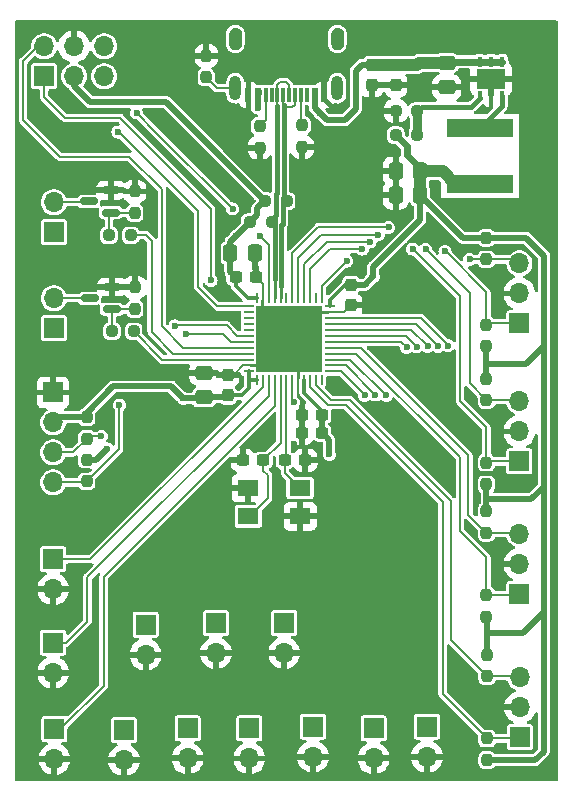
<source format=gtl>
G04 #@! TF.GenerationSoftware,KiCad,Pcbnew,7.0.11*
G04 #@! TF.CreationDate,2024-12-23T17:17:55+01:00*
G04 #@! TF.ProjectId,Aviator_Controller,41766961-746f-4725-9f43-6f6e74726f6c,rev?*
G04 #@! TF.SameCoordinates,Original*
G04 #@! TF.FileFunction,Copper,L1,Top*
G04 #@! TF.FilePolarity,Positive*
%FSLAX46Y46*%
G04 Gerber Fmt 4.6, Leading zero omitted, Abs format (unit mm)*
G04 Created by KiCad (PCBNEW 7.0.11) date 2024-12-23 17:17:55*
%MOMM*%
%LPD*%
G01*
G04 APERTURE LIST*
G04 Aperture macros list*
%AMRoundRect*
0 Rectangle with rounded corners*
0 $1 Rounding radius*
0 $2 $3 $4 $5 $6 $7 $8 $9 X,Y pos of 4 corners*
0 Add a 4 corners polygon primitive as box body*
4,1,4,$2,$3,$4,$5,$6,$7,$8,$9,$2,$3,0*
0 Add four circle primitives for the rounded corners*
1,1,$1+$1,$2,$3*
1,1,$1+$1,$4,$5*
1,1,$1+$1,$6,$7*
1,1,$1+$1,$8,$9*
0 Add four rect primitives between the rounded corners*
20,1,$1+$1,$2,$3,$4,$5,0*
20,1,$1+$1,$4,$5,$6,$7,0*
20,1,$1+$1,$6,$7,$8,$9,0*
20,1,$1+$1,$8,$9,$2,$3,0*%
G04 Aperture macros list end*
G04 #@! TA.AperFunction,EtchedComponent*
%ADD10C,0.010000*%
G04 #@! TD*
G04 #@! TA.AperFunction,SMDPad,CuDef*
%ADD11R,0.600000X1.150000*%
G04 #@! TD*
G04 #@! TA.AperFunction,SMDPad,CuDef*
%ADD12R,0.300000X1.150000*%
G04 #@! TD*
G04 #@! TA.AperFunction,ComponentPad*
%ADD13O,1.000000X2.100000*%
G04 #@! TD*
G04 #@! TA.AperFunction,ComponentPad*
%ADD14C,1.000000*%
G04 #@! TD*
G04 #@! TA.AperFunction,SMDPad,CuDef*
%ADD15R,1.800000X1.400000*%
G04 #@! TD*
G04 #@! TA.AperFunction,SMDPad,CuDef*
%ADD16R,0.406400X0.812800*%
G04 #@! TD*
G04 #@! TA.AperFunction,SMDPad,CuDef*
%ADD17R,2.489200X1.752600*%
G04 #@! TD*
G04 #@! TA.AperFunction,SMDPad,CuDef*
%ADD18RoundRect,0.237500X-0.237500X0.300000X-0.237500X-0.300000X0.237500X-0.300000X0.237500X0.300000X0*%
G04 #@! TD*
G04 #@! TA.AperFunction,SMDPad,CuDef*
%ADD19RoundRect,0.237500X-0.237500X0.250000X-0.237500X-0.250000X0.237500X-0.250000X0.237500X0.250000X0*%
G04 #@! TD*
G04 #@! TA.AperFunction,HeatsinkPad*
%ADD20R,5.600000X5.600000*%
G04 #@! TD*
G04 #@! TA.AperFunction,SMDPad,CuDef*
%ADD21RoundRect,0.062500X0.375000X-0.062500X0.375000X0.062500X-0.375000X0.062500X-0.375000X-0.062500X0*%
G04 #@! TD*
G04 #@! TA.AperFunction,SMDPad,CuDef*
%ADD22RoundRect,0.062500X0.062500X-0.375000X0.062500X0.375000X-0.062500X0.375000X-0.062500X-0.375000X0*%
G04 #@! TD*
G04 #@! TA.AperFunction,SMDPad,CuDef*
%ADD23R,5.700000X1.600000*%
G04 #@! TD*
G04 #@! TA.AperFunction,ComponentPad*
%ADD24R,1.700000X1.700000*%
G04 #@! TD*
G04 #@! TA.AperFunction,ComponentPad*
%ADD25O,1.700000X1.700000*%
G04 #@! TD*
G04 #@! TA.AperFunction,SMDPad,CuDef*
%ADD26RoundRect,0.237500X0.237500X-0.250000X0.237500X0.250000X-0.237500X0.250000X-0.237500X-0.250000X0*%
G04 #@! TD*
G04 #@! TA.AperFunction,SMDPad,CuDef*
%ADD27RoundRect,0.150000X0.587500X0.150000X-0.587500X0.150000X-0.587500X-0.150000X0.587500X-0.150000X0*%
G04 #@! TD*
G04 #@! TA.AperFunction,SMDPad,CuDef*
%ADD28RoundRect,0.237500X-0.250000X-0.237500X0.250000X-0.237500X0.250000X0.237500X-0.250000X0.237500X0*%
G04 #@! TD*
G04 #@! TA.AperFunction,SMDPad,CuDef*
%ADD29RoundRect,0.250000X-0.337500X-0.475000X0.337500X-0.475000X0.337500X0.475000X-0.337500X0.475000X0*%
G04 #@! TD*
G04 #@! TA.AperFunction,SMDPad,CuDef*
%ADD30RoundRect,0.237500X0.300000X0.237500X-0.300000X0.237500X-0.300000X-0.237500X0.300000X-0.237500X0*%
G04 #@! TD*
G04 #@! TA.AperFunction,SMDPad,CuDef*
%ADD31RoundRect,0.237500X0.237500X-0.300000X0.237500X0.300000X-0.237500X0.300000X-0.237500X-0.300000X0*%
G04 #@! TD*
G04 #@! TA.AperFunction,SMDPad,CuDef*
%ADD32RoundRect,0.237500X0.250000X0.237500X-0.250000X0.237500X-0.250000X-0.237500X0.250000X-0.237500X0*%
G04 #@! TD*
G04 #@! TA.AperFunction,SMDPad,CuDef*
%ADD33RoundRect,0.250000X0.337500X0.475000X-0.337500X0.475000X-0.337500X-0.475000X0.337500X-0.475000X0*%
G04 #@! TD*
G04 #@! TA.AperFunction,SMDPad,CuDef*
%ADD34RoundRect,0.250000X-0.475000X0.337500X-0.475000X-0.337500X0.475000X-0.337500X0.475000X0.337500X0*%
G04 #@! TD*
G04 #@! TA.AperFunction,SMDPad,CuDef*
%ADD35RoundRect,0.237500X-0.300000X-0.237500X0.300000X-0.237500X0.300000X0.237500X-0.300000X0.237500X0*%
G04 #@! TD*
G04 #@! TA.AperFunction,SMDPad,CuDef*
%ADD36RoundRect,0.250000X0.475000X-0.337500X0.475000X0.337500X-0.475000X0.337500X-0.475000X-0.337500X0*%
G04 #@! TD*
G04 #@! TA.AperFunction,ViaPad*
%ADD37C,0.600000*%
G04 #@! TD*
G04 #@! TA.AperFunction,Conductor*
%ADD38C,0.400000*%
G04 #@! TD*
G04 #@! TA.AperFunction,Conductor*
%ADD39C,0.500000*%
G04 #@! TD*
G04 #@! TA.AperFunction,Conductor*
%ADD40C,0.250000*%
G04 #@! TD*
G04 #@! TA.AperFunction,Conductor*
%ADD41C,0.200000*%
G04 #@! TD*
G04 #@! TA.AperFunction,Conductor*
%ADD42C,0.300000*%
G04 #@! TD*
G04 #@! TA.AperFunction,Conductor*
%ADD43C,1.000000*%
G04 #@! TD*
G04 #@! TA.AperFunction,Conductor*
%ADD44C,0.600000*%
G04 #@! TD*
G04 #@! TA.AperFunction,Conductor*
%ADD45C,0.800000*%
G04 #@! TD*
G04 APERTURE END LIST*
D10*
X155346000Y-48101000D02*
X155372000Y-48103000D01*
X155398000Y-48106000D01*
X155424000Y-48111000D01*
X155449000Y-48117000D01*
X155475000Y-48124000D01*
X155499000Y-48133000D01*
X155523000Y-48143000D01*
X155547000Y-48154000D01*
X155570000Y-48167000D01*
X155592000Y-48181000D01*
X155614000Y-48195000D01*
X155635000Y-48211000D01*
X155655000Y-48228000D01*
X155674000Y-48246000D01*
X155692000Y-48265000D01*
X155709000Y-48285000D01*
X155725000Y-48306000D01*
X155739000Y-48328000D01*
X155753000Y-48350000D01*
X155766000Y-48373000D01*
X155777000Y-48397000D01*
X155787000Y-48421000D01*
X155796000Y-48445000D01*
X155803000Y-48471000D01*
X155809000Y-48496000D01*
X155814000Y-48522000D01*
X155817000Y-48548000D01*
X155819000Y-48574000D01*
X155820000Y-48600000D01*
X155820000Y-49000000D01*
X155820000Y-49400000D01*
X155819000Y-49426000D01*
X155817000Y-49452000D01*
X155814000Y-49478000D01*
X155809000Y-49504000D01*
X155803000Y-49529000D01*
X155796000Y-49555000D01*
X155787000Y-49579000D01*
X155777000Y-49603000D01*
X155766000Y-49627000D01*
X155753000Y-49650000D01*
X155739000Y-49672000D01*
X155725000Y-49694000D01*
X155709000Y-49715000D01*
X155692000Y-49735000D01*
X155674000Y-49754000D01*
X155655000Y-49772000D01*
X155635000Y-49789000D01*
X155614000Y-49805000D01*
X155592000Y-49819000D01*
X155570000Y-49833000D01*
X155547000Y-49846000D01*
X155523000Y-49857000D01*
X155499000Y-49867000D01*
X155475000Y-49876000D01*
X155449000Y-49883000D01*
X155424000Y-49889000D01*
X155398000Y-49894000D01*
X155372000Y-49897000D01*
X155346000Y-49899000D01*
X155320000Y-49900000D01*
X155294000Y-49899000D01*
X155268000Y-49897000D01*
X155242000Y-49894000D01*
X155216000Y-49889000D01*
X155191000Y-49883000D01*
X155165000Y-49876000D01*
X155141000Y-49867000D01*
X155117000Y-49857000D01*
X155093000Y-49846000D01*
X155070000Y-49833000D01*
X155048000Y-49819000D01*
X155026000Y-49805000D01*
X155005000Y-49789000D01*
X154985000Y-49772000D01*
X154966000Y-49754000D01*
X154948000Y-49735000D01*
X154931000Y-49715000D01*
X154915000Y-49694000D01*
X154901000Y-49672000D01*
X154887000Y-49650000D01*
X154874000Y-49627000D01*
X154863000Y-49603000D01*
X154853000Y-49579000D01*
X154844000Y-49555000D01*
X154837000Y-49529000D01*
X154831000Y-49504000D01*
X154826000Y-49478000D01*
X154823000Y-49452000D01*
X154821000Y-49426000D01*
X154820000Y-49400000D01*
X154820000Y-49000000D01*
X154820000Y-48600000D01*
X154821000Y-48574000D01*
X154823000Y-48548000D01*
X154826000Y-48522000D01*
X154831000Y-48496000D01*
X154837000Y-48471000D01*
X154844000Y-48445000D01*
X154853000Y-48421000D01*
X154863000Y-48397000D01*
X154874000Y-48373000D01*
X154887000Y-48350000D01*
X154901000Y-48328000D01*
X154915000Y-48306000D01*
X154931000Y-48285000D01*
X154948000Y-48265000D01*
X154966000Y-48246000D01*
X154985000Y-48228000D01*
X155005000Y-48211000D01*
X155026000Y-48195000D01*
X155048000Y-48181000D01*
X155070000Y-48167000D01*
X155093000Y-48154000D01*
X155117000Y-48143000D01*
X155141000Y-48133000D01*
X155165000Y-48124000D01*
X155191000Y-48117000D01*
X155216000Y-48111000D01*
X155242000Y-48106000D01*
X155268000Y-48103000D01*
X155294000Y-48101000D01*
X155320000Y-48100000D01*
X155346000Y-48101000D01*
G04 #@! TA.AperFunction,EtchedComponent*
G36*
X155346000Y-48101000D02*
G01*
X155372000Y-48103000D01*
X155398000Y-48106000D01*
X155424000Y-48111000D01*
X155449000Y-48117000D01*
X155475000Y-48124000D01*
X155499000Y-48133000D01*
X155523000Y-48143000D01*
X155547000Y-48154000D01*
X155570000Y-48167000D01*
X155592000Y-48181000D01*
X155614000Y-48195000D01*
X155635000Y-48211000D01*
X155655000Y-48228000D01*
X155674000Y-48246000D01*
X155692000Y-48265000D01*
X155709000Y-48285000D01*
X155725000Y-48306000D01*
X155739000Y-48328000D01*
X155753000Y-48350000D01*
X155766000Y-48373000D01*
X155777000Y-48397000D01*
X155787000Y-48421000D01*
X155796000Y-48445000D01*
X155803000Y-48471000D01*
X155809000Y-48496000D01*
X155814000Y-48522000D01*
X155817000Y-48548000D01*
X155819000Y-48574000D01*
X155820000Y-48600000D01*
X155820000Y-49000000D01*
X155820000Y-49400000D01*
X155819000Y-49426000D01*
X155817000Y-49452000D01*
X155814000Y-49478000D01*
X155809000Y-49504000D01*
X155803000Y-49529000D01*
X155796000Y-49555000D01*
X155787000Y-49579000D01*
X155777000Y-49603000D01*
X155766000Y-49627000D01*
X155753000Y-49650000D01*
X155739000Y-49672000D01*
X155725000Y-49694000D01*
X155709000Y-49715000D01*
X155692000Y-49735000D01*
X155674000Y-49754000D01*
X155655000Y-49772000D01*
X155635000Y-49789000D01*
X155614000Y-49805000D01*
X155592000Y-49819000D01*
X155570000Y-49833000D01*
X155547000Y-49846000D01*
X155523000Y-49857000D01*
X155499000Y-49867000D01*
X155475000Y-49876000D01*
X155449000Y-49883000D01*
X155424000Y-49889000D01*
X155398000Y-49894000D01*
X155372000Y-49897000D01*
X155346000Y-49899000D01*
X155320000Y-49900000D01*
X155294000Y-49899000D01*
X155268000Y-49897000D01*
X155242000Y-49894000D01*
X155216000Y-49889000D01*
X155191000Y-49883000D01*
X155165000Y-49876000D01*
X155141000Y-49867000D01*
X155117000Y-49857000D01*
X155093000Y-49846000D01*
X155070000Y-49833000D01*
X155048000Y-49819000D01*
X155026000Y-49805000D01*
X155005000Y-49789000D01*
X154985000Y-49772000D01*
X154966000Y-49754000D01*
X154948000Y-49735000D01*
X154931000Y-49715000D01*
X154915000Y-49694000D01*
X154901000Y-49672000D01*
X154887000Y-49650000D01*
X154874000Y-49627000D01*
X154863000Y-49603000D01*
X154853000Y-49579000D01*
X154844000Y-49555000D01*
X154837000Y-49529000D01*
X154831000Y-49504000D01*
X154826000Y-49478000D01*
X154823000Y-49452000D01*
X154821000Y-49426000D01*
X154820000Y-49400000D01*
X154820000Y-49000000D01*
X154820000Y-48600000D01*
X154821000Y-48574000D01*
X154823000Y-48548000D01*
X154826000Y-48522000D01*
X154831000Y-48496000D01*
X154837000Y-48471000D01*
X154844000Y-48445000D01*
X154853000Y-48421000D01*
X154863000Y-48397000D01*
X154874000Y-48373000D01*
X154887000Y-48350000D01*
X154901000Y-48328000D01*
X154915000Y-48306000D01*
X154931000Y-48285000D01*
X154948000Y-48265000D01*
X154966000Y-48246000D01*
X154985000Y-48228000D01*
X155005000Y-48211000D01*
X155026000Y-48195000D01*
X155048000Y-48181000D01*
X155070000Y-48167000D01*
X155093000Y-48154000D01*
X155117000Y-48143000D01*
X155141000Y-48133000D01*
X155165000Y-48124000D01*
X155191000Y-48117000D01*
X155216000Y-48111000D01*
X155242000Y-48106000D01*
X155268000Y-48103000D01*
X155294000Y-48101000D01*
X155320000Y-48100000D01*
X155346000Y-48101000D01*
G37*
G04 #@! TD.AperFunction*
X146706000Y-48101000D02*
X146732000Y-48103000D01*
X146758000Y-48106000D01*
X146784000Y-48111000D01*
X146809000Y-48117000D01*
X146835000Y-48124000D01*
X146859000Y-48133000D01*
X146883000Y-48143000D01*
X146907000Y-48154000D01*
X146930000Y-48167000D01*
X146952000Y-48181000D01*
X146974000Y-48195000D01*
X146995000Y-48211000D01*
X147015000Y-48228000D01*
X147034000Y-48246000D01*
X147052000Y-48265000D01*
X147069000Y-48285000D01*
X147085000Y-48306000D01*
X147099000Y-48328000D01*
X147113000Y-48350000D01*
X147126000Y-48373000D01*
X147137000Y-48397000D01*
X147147000Y-48421000D01*
X147156000Y-48445000D01*
X147163000Y-48471000D01*
X147169000Y-48496000D01*
X147174000Y-48522000D01*
X147177000Y-48548000D01*
X147179000Y-48574000D01*
X147180000Y-48600000D01*
X147180000Y-49000000D01*
X147180000Y-49400000D01*
X147179000Y-49426000D01*
X147177000Y-49452000D01*
X147174000Y-49478000D01*
X147169000Y-49504000D01*
X147163000Y-49529000D01*
X147156000Y-49555000D01*
X147147000Y-49579000D01*
X147137000Y-49603000D01*
X147126000Y-49627000D01*
X147113000Y-49650000D01*
X147099000Y-49672000D01*
X147085000Y-49694000D01*
X147069000Y-49715000D01*
X147052000Y-49735000D01*
X147034000Y-49754000D01*
X147015000Y-49772000D01*
X146995000Y-49789000D01*
X146974000Y-49805000D01*
X146952000Y-49819000D01*
X146930000Y-49833000D01*
X146907000Y-49846000D01*
X146883000Y-49857000D01*
X146859000Y-49867000D01*
X146835000Y-49876000D01*
X146809000Y-49883000D01*
X146784000Y-49889000D01*
X146758000Y-49894000D01*
X146732000Y-49897000D01*
X146706000Y-49899000D01*
X146680000Y-49900000D01*
X146654000Y-49899000D01*
X146628000Y-49897000D01*
X146602000Y-49894000D01*
X146576000Y-49889000D01*
X146551000Y-49883000D01*
X146525000Y-49876000D01*
X146501000Y-49867000D01*
X146477000Y-49857000D01*
X146453000Y-49846000D01*
X146430000Y-49833000D01*
X146408000Y-49819000D01*
X146386000Y-49805000D01*
X146365000Y-49789000D01*
X146345000Y-49772000D01*
X146326000Y-49754000D01*
X146308000Y-49735000D01*
X146291000Y-49715000D01*
X146275000Y-49694000D01*
X146261000Y-49672000D01*
X146247000Y-49650000D01*
X146234000Y-49627000D01*
X146223000Y-49603000D01*
X146213000Y-49579000D01*
X146204000Y-49555000D01*
X146197000Y-49529000D01*
X146191000Y-49504000D01*
X146186000Y-49478000D01*
X146183000Y-49452000D01*
X146181000Y-49426000D01*
X146180000Y-49400000D01*
X146180000Y-49000000D01*
X146180000Y-48600000D01*
X146181000Y-48574000D01*
X146183000Y-48548000D01*
X146186000Y-48522000D01*
X146191000Y-48496000D01*
X146197000Y-48471000D01*
X146204000Y-48445000D01*
X146213000Y-48421000D01*
X146223000Y-48397000D01*
X146234000Y-48373000D01*
X146247000Y-48350000D01*
X146261000Y-48328000D01*
X146275000Y-48306000D01*
X146291000Y-48285000D01*
X146308000Y-48265000D01*
X146326000Y-48246000D01*
X146345000Y-48228000D01*
X146365000Y-48211000D01*
X146386000Y-48195000D01*
X146408000Y-48181000D01*
X146430000Y-48167000D01*
X146453000Y-48154000D01*
X146477000Y-48143000D01*
X146501000Y-48133000D01*
X146525000Y-48124000D01*
X146551000Y-48117000D01*
X146576000Y-48111000D01*
X146602000Y-48106000D01*
X146628000Y-48103000D01*
X146654000Y-48101000D01*
X146680000Y-48100000D01*
X146706000Y-48101000D01*
G04 #@! TA.AperFunction,EtchedComponent*
G36*
X146706000Y-48101000D02*
G01*
X146732000Y-48103000D01*
X146758000Y-48106000D01*
X146784000Y-48111000D01*
X146809000Y-48117000D01*
X146835000Y-48124000D01*
X146859000Y-48133000D01*
X146883000Y-48143000D01*
X146907000Y-48154000D01*
X146930000Y-48167000D01*
X146952000Y-48181000D01*
X146974000Y-48195000D01*
X146995000Y-48211000D01*
X147015000Y-48228000D01*
X147034000Y-48246000D01*
X147052000Y-48265000D01*
X147069000Y-48285000D01*
X147085000Y-48306000D01*
X147099000Y-48328000D01*
X147113000Y-48350000D01*
X147126000Y-48373000D01*
X147137000Y-48397000D01*
X147147000Y-48421000D01*
X147156000Y-48445000D01*
X147163000Y-48471000D01*
X147169000Y-48496000D01*
X147174000Y-48522000D01*
X147177000Y-48548000D01*
X147179000Y-48574000D01*
X147180000Y-48600000D01*
X147180000Y-49000000D01*
X147180000Y-49400000D01*
X147179000Y-49426000D01*
X147177000Y-49452000D01*
X147174000Y-49478000D01*
X147169000Y-49504000D01*
X147163000Y-49529000D01*
X147156000Y-49555000D01*
X147147000Y-49579000D01*
X147137000Y-49603000D01*
X147126000Y-49627000D01*
X147113000Y-49650000D01*
X147099000Y-49672000D01*
X147085000Y-49694000D01*
X147069000Y-49715000D01*
X147052000Y-49735000D01*
X147034000Y-49754000D01*
X147015000Y-49772000D01*
X146995000Y-49789000D01*
X146974000Y-49805000D01*
X146952000Y-49819000D01*
X146930000Y-49833000D01*
X146907000Y-49846000D01*
X146883000Y-49857000D01*
X146859000Y-49867000D01*
X146835000Y-49876000D01*
X146809000Y-49883000D01*
X146784000Y-49889000D01*
X146758000Y-49894000D01*
X146732000Y-49897000D01*
X146706000Y-49899000D01*
X146680000Y-49900000D01*
X146654000Y-49899000D01*
X146628000Y-49897000D01*
X146602000Y-49894000D01*
X146576000Y-49889000D01*
X146551000Y-49883000D01*
X146525000Y-49876000D01*
X146501000Y-49867000D01*
X146477000Y-49857000D01*
X146453000Y-49846000D01*
X146430000Y-49833000D01*
X146408000Y-49819000D01*
X146386000Y-49805000D01*
X146365000Y-49789000D01*
X146345000Y-49772000D01*
X146326000Y-49754000D01*
X146308000Y-49735000D01*
X146291000Y-49715000D01*
X146275000Y-49694000D01*
X146261000Y-49672000D01*
X146247000Y-49650000D01*
X146234000Y-49627000D01*
X146223000Y-49603000D01*
X146213000Y-49579000D01*
X146204000Y-49555000D01*
X146197000Y-49529000D01*
X146191000Y-49504000D01*
X146186000Y-49478000D01*
X146183000Y-49452000D01*
X146181000Y-49426000D01*
X146180000Y-49400000D01*
X146180000Y-49000000D01*
X146180000Y-48600000D01*
X146181000Y-48574000D01*
X146183000Y-48548000D01*
X146186000Y-48522000D01*
X146191000Y-48496000D01*
X146197000Y-48471000D01*
X146204000Y-48445000D01*
X146213000Y-48421000D01*
X146223000Y-48397000D01*
X146234000Y-48373000D01*
X146247000Y-48350000D01*
X146261000Y-48328000D01*
X146275000Y-48306000D01*
X146291000Y-48285000D01*
X146308000Y-48265000D01*
X146326000Y-48246000D01*
X146345000Y-48228000D01*
X146365000Y-48211000D01*
X146386000Y-48195000D01*
X146408000Y-48181000D01*
X146430000Y-48167000D01*
X146453000Y-48154000D01*
X146477000Y-48143000D01*
X146501000Y-48133000D01*
X146525000Y-48124000D01*
X146551000Y-48117000D01*
X146576000Y-48111000D01*
X146602000Y-48106000D01*
X146628000Y-48103000D01*
X146654000Y-48101000D01*
X146680000Y-48100000D01*
X146706000Y-48101000D01*
G37*
G04 #@! TD.AperFunction*
D11*
X154200000Y-53755000D03*
X153400000Y-53755000D03*
D12*
X152250000Y-53755000D03*
X151250000Y-53755000D03*
X150750000Y-53755000D03*
X149750000Y-53755000D03*
D11*
X147800000Y-53755000D03*
X148600000Y-53755000D03*
D12*
X149250000Y-53755000D03*
X150250000Y-53755000D03*
X151750000Y-53755000D03*
X152750000Y-53755000D03*
D13*
X155320000Y-53180000D03*
X146680000Y-53180000D03*
D14*
X155320000Y-49000000D03*
X146680000Y-49000000D03*
D15*
X152168000Y-87034000D03*
X147768000Y-87034000D03*
X147768000Y-89434000D03*
X152168000Y-89434000D03*
D16*
X167386000Y-53848000D03*
X168336001Y-53848000D03*
X169286002Y-53848000D03*
X169286002Y-50952400D03*
X168336001Y-50952400D03*
X167386000Y-50952400D03*
D17*
X168336001Y-52400200D03*
D18*
X160274000Y-52932500D03*
X160274000Y-51207500D03*
D19*
X134112000Y-86459700D03*
X134112000Y-84634700D03*
X134112000Y-82852900D03*
X134112000Y-81027900D03*
D20*
X151265500Y-74410000D03*
D21*
X147828000Y-77160000D03*
X147828000Y-76660000D03*
X147828000Y-76160000D03*
X147828000Y-75660000D03*
X147828000Y-75160000D03*
X147828000Y-74660000D03*
X147828000Y-74160000D03*
X147828000Y-73660000D03*
X147828000Y-73160000D03*
X147828000Y-72660000D03*
X147828000Y-72160000D03*
X147828000Y-71660000D03*
D22*
X148515500Y-70972500D03*
X149015500Y-70972500D03*
X149515500Y-70972500D03*
X150015500Y-70972500D03*
X150515500Y-70972500D03*
X151015500Y-70972500D03*
X151515500Y-70972500D03*
X152015500Y-70972500D03*
X152515500Y-70972500D03*
X153015500Y-70972500D03*
X153515500Y-70972500D03*
X154015500Y-70972500D03*
D21*
X154703000Y-71660000D03*
X154703000Y-72160000D03*
X154703000Y-72660000D03*
X154703000Y-73160000D03*
X154703000Y-73660000D03*
X154703000Y-74160000D03*
X154703000Y-74660000D03*
X154703000Y-75160000D03*
X154703000Y-75660000D03*
X154703000Y-76160000D03*
X154703000Y-76660000D03*
X154703000Y-77160000D03*
D22*
X154015500Y-77847500D03*
X153515500Y-77847500D03*
X153015500Y-77847500D03*
X152515500Y-77847500D03*
X152015500Y-77847500D03*
X151515500Y-77847500D03*
X151015500Y-77847500D03*
X150515500Y-77847500D03*
X150015500Y-77847500D03*
X149515500Y-77847500D03*
X149015500Y-77847500D03*
X148515500Y-77847500D03*
D23*
X167386000Y-56578000D03*
X167386000Y-61278000D03*
D24*
X131368800Y-107437000D03*
D25*
X131368800Y-109977000D03*
X131318000Y-62839600D03*
D24*
X131318000Y-65379600D03*
D26*
X167944800Y-97940500D03*
X167944800Y-96115500D03*
D24*
X145034000Y-98450400D03*
D25*
X145034000Y-100990400D03*
D19*
X138176000Y-63752100D03*
X138176000Y-61927100D03*
D27*
X134269000Y-62773600D03*
X136144000Y-61823600D03*
X136144000Y-63723600D03*
D26*
X167944800Y-86713700D03*
X167944800Y-84888700D03*
D28*
X149201500Y-62738000D03*
X151026500Y-62738000D03*
D24*
X130505200Y-52171600D03*
D25*
X130505200Y-49631600D03*
X133045200Y-52171600D03*
X133045200Y-49631600D03*
X135585200Y-52171600D03*
X135585200Y-49631600D03*
D19*
X152349200Y-56339100D03*
X152349200Y-58164100D03*
D29*
X146268500Y-67152000D03*
X148343500Y-67152000D03*
D24*
X131267200Y-78943200D03*
D25*
X131267200Y-81483200D03*
X131267200Y-84023200D03*
X131267200Y-86563200D03*
D30*
X154032000Y-80868000D03*
X152307000Y-80868000D03*
D31*
X146057500Y-79190500D03*
X146057500Y-77465500D03*
D32*
X135993500Y-65633600D03*
X137818500Y-65633600D03*
D25*
X162915600Y-109778800D03*
D24*
X162915600Y-107238800D03*
X131267200Y-100126800D03*
D25*
X131267200Y-102666800D03*
D32*
X162099000Y-57150000D03*
X160274000Y-57150000D03*
D18*
X156471500Y-69845500D03*
X156471500Y-71570500D03*
D19*
X138176000Y-71875100D03*
X138176000Y-70050100D03*
D24*
X158394400Y-107386200D03*
D25*
X158394400Y-109926200D03*
D32*
X136247500Y-73756600D03*
X138072500Y-73756600D03*
D19*
X167995600Y-102969700D03*
X167995600Y-101144700D03*
D33*
X162327500Y-60198000D03*
X160252500Y-60198000D03*
D24*
X139090400Y-98597800D03*
D25*
X139090400Y-101137800D03*
D33*
X160252500Y-62230000D03*
X162327500Y-62230000D03*
D24*
X153263600Y-107233800D03*
D25*
X153263600Y-109773800D03*
D26*
X144221200Y-52271300D03*
X144221200Y-50446300D03*
D25*
X131318000Y-70967600D03*
D24*
X131318000Y-73507600D03*
D30*
X154032000Y-82392000D03*
X152307000Y-82392000D03*
D34*
X164592000Y-51032500D03*
X164592000Y-53107500D03*
D28*
X147931500Y-64516000D03*
X149756500Y-64516000D03*
D19*
X167944800Y-77776700D03*
X167944800Y-79601700D03*
X148742400Y-58214900D03*
X148742400Y-56389900D03*
D26*
X167995600Y-108241700D03*
X167995600Y-110066700D03*
D18*
X158242000Y-52932500D03*
X158242000Y-51207500D03*
D35*
X146719000Y-69184000D03*
X148444000Y-69184000D03*
D24*
X147878800Y-107391200D03*
D25*
X147878800Y-109931200D03*
D24*
X170738800Y-84785200D03*
D25*
X170738800Y-82245200D03*
X170738800Y-79705200D03*
D24*
X170738800Y-96012000D03*
D25*
X170738800Y-93472000D03*
X170738800Y-90932000D03*
X170738800Y-68021200D03*
X170738800Y-70561200D03*
D24*
X170738800Y-73101200D03*
X170789600Y-108138200D03*
D25*
X170789600Y-105598200D03*
X170789600Y-103058200D03*
D24*
X137261600Y-107543600D03*
D25*
X137261600Y-110083600D03*
D19*
X167944800Y-65853700D03*
X167944800Y-67678700D03*
X167944800Y-89003500D03*
X167944800Y-90828500D03*
D32*
X162099000Y-55118000D03*
X160274000Y-55118000D03*
D24*
X142646400Y-107386200D03*
D25*
X142646400Y-109926200D03*
D36*
X144025500Y-79365500D03*
X144025500Y-77290500D03*
D27*
X134366000Y-70962600D03*
X136241000Y-70012600D03*
X136241000Y-71912600D03*
D25*
X131267200Y-95605600D03*
D24*
X131267200Y-93065600D03*
D26*
X167944800Y-75044700D03*
X167944800Y-73219700D03*
D24*
X150825200Y-98445400D03*
D25*
X150825200Y-100985400D03*
D35*
X147327500Y-84678000D03*
X149052500Y-84678000D03*
X150883500Y-84678000D03*
X152608500Y-84678000D03*
D37*
X145542000Y-70612000D03*
X146304000Y-72390000D03*
X171958000Y-60452000D03*
X172466000Y-63246000D03*
X172212000Y-57658000D03*
X171958000Y-54864000D03*
X171450000Y-49022000D03*
X166624000Y-48514000D03*
X162306000Y-48768000D03*
X149606000Y-51816000D03*
X152400000Y-52324000D03*
X152908000Y-49276000D03*
X147066000Y-59182000D03*
X148590000Y-59944000D03*
X140716000Y-56134000D03*
X146304000Y-61722000D03*
X144018000Y-59690000D03*
X132334000Y-57658000D03*
X134620000Y-58166000D03*
X141732000Y-66548000D03*
X141732000Y-67564000D03*
X130048000Y-98044000D03*
X133096000Y-103886000D03*
X136398000Y-99822000D03*
X136652000Y-97028000D03*
X147320000Y-100838000D03*
X142240000Y-101600000D03*
X137922000Y-103378000D03*
X134366000Y-110490000D03*
X139700000Y-108458000D03*
X145542000Y-108458000D03*
X150622000Y-108458000D03*
X160782000Y-108204000D03*
X155956000Y-108458000D03*
X160020000Y-103632000D03*
X161544000Y-101092000D03*
X163322000Y-99314000D03*
X160020000Y-76200000D03*
X160274000Y-81534000D03*
X160274000Y-87376000D03*
X153162000Y-94488000D03*
X153162000Y-98298000D03*
X155702000Y-97790000D03*
X155956000Y-95758000D03*
X157734000Y-93980000D03*
X160274000Y-89662000D03*
X157734000Y-89916000D03*
X155194000Y-93218000D03*
X152908000Y-92202000D03*
X156718000Y-88138000D03*
X143256000Y-92202000D03*
X138938000Y-93726000D03*
X141478000Y-91694000D03*
X146812000Y-91440000D03*
X144272000Y-89662000D03*
X130048000Y-89916000D03*
X133350000Y-90678000D03*
X132842000Y-88900000D03*
X135636000Y-88646000D03*
X137922000Y-86360000D03*
X139700000Y-85598000D03*
X139192000Y-83566000D03*
X141224000Y-82296000D03*
X139700000Y-80264000D03*
X130048000Y-76708000D03*
X133350000Y-76200000D03*
X129286000Y-68072000D03*
X132334000Y-68072000D03*
X129794000Y-58928000D03*
X131572000Y-60452000D03*
X140716000Y-50800000D03*
X151130000Y-49022000D03*
X149098000Y-49276000D03*
X140716000Y-49022000D03*
X141478000Y-52578000D03*
X143256000Y-54102000D03*
X144272000Y-55118000D03*
X154940000Y-64008000D03*
X155956000Y-62992000D03*
X155194000Y-59944000D03*
X153670000Y-59436000D03*
X155194000Y-57658000D03*
X152908000Y-60706000D03*
X138430000Y-68072000D03*
X164084000Y-72390000D03*
X161544000Y-71120000D03*
X160782000Y-69342000D03*
X159512000Y-70104000D03*
X159258000Y-71374000D03*
X153416000Y-83312000D03*
X151638000Y-83312000D03*
X155956000Y-83820000D03*
X154178000Y-86360000D03*
X149606000Y-82042000D03*
X148590000Y-83058000D03*
X145542000Y-85852000D03*
X154178000Y-87630000D03*
X150622000Y-90932000D03*
X149860000Y-89408000D03*
X145542000Y-87122000D03*
X136398000Y-68580000D03*
X136144000Y-60452000D03*
X148336000Y-68326000D03*
X157988000Y-61468000D03*
X158496000Y-63754000D03*
X158496000Y-58928000D03*
X167640000Y-55118000D03*
X165862000Y-52070000D03*
X170688000Y-53086000D03*
X170688000Y-51308000D03*
X166116000Y-53086000D03*
X162052000Y-53086000D03*
X159004000Y-56388000D03*
X158242000Y-54356000D03*
X155194000Y-55118000D03*
X146812000Y-55118000D03*
X152450800Y-74371200D03*
X151384000Y-72847200D03*
X150215600Y-74371200D03*
X151231600Y-75844400D03*
X149148800Y-76555600D03*
X153517600Y-72237600D03*
X153517600Y-76657200D03*
X149047200Y-72237600D03*
X153840400Y-55270400D03*
X148590000Y-54864000D03*
X138328400Y-55270400D03*
X146456400Y-63398400D03*
X157632400Y-79197200D03*
X158546800Y-79146400D03*
X159461200Y-79197200D03*
X161188400Y-75133200D03*
X162052000Y-75082400D03*
X162966400Y-75031600D03*
X163830000Y-75031600D03*
X164693600Y-74980800D03*
X156108400Y-67818000D03*
X157429200Y-66802000D03*
X161696400Y-66802000D03*
X162788600Y-66827400D03*
X158089600Y-66192400D03*
X164439600Y-67005200D03*
X158800800Y-65582800D03*
X166522400Y-67678700D03*
X159664400Y-64973200D03*
X135839200Y-83718400D03*
X136855200Y-80010000D03*
X141579600Y-73304400D03*
X135331200Y-82651600D03*
X142544800Y-74015600D03*
X148742400Y-65684400D03*
X136753600Y-56896000D03*
X144627600Y-69443600D03*
X151615500Y-79756000D03*
X154635200Y-84175600D03*
X142290800Y-79451200D03*
X146762150Y-65685350D03*
X158369000Y-69113400D03*
D38*
X154200000Y-54124000D02*
X155194000Y-55118000D01*
X154200000Y-53755000D02*
X154200000Y-54124000D01*
D39*
X156870400Y-54965600D02*
X155956000Y-55880000D01*
X155956000Y-55880000D02*
X154450000Y-55880000D01*
X157377300Y-51207500D02*
X156870400Y-51714400D01*
X156870400Y-51714400D02*
X156870400Y-54965600D01*
X158242000Y-51207500D02*
X157377300Y-51207500D01*
X154450000Y-55880000D02*
X153840400Y-55270400D01*
D38*
X150571000Y-67573600D02*
X150571200Y-67573800D01*
X150571000Y-67183000D02*
X150571000Y-67462200D01*
X150571000Y-64795600D02*
X150571000Y-67183000D01*
X150571000Y-67183000D02*
X150571000Y-67573600D01*
X150250000Y-62043200D02*
X150250000Y-54730000D01*
X150139400Y-63915400D02*
X150139400Y-62153800D01*
X150040500Y-64014300D02*
X150139400Y-63915400D01*
X150040500Y-69340700D02*
X150040500Y-64014300D01*
X150139400Y-62153800D02*
X150250000Y-62043200D01*
X150041800Y-69342000D02*
X150040500Y-69340700D01*
D40*
X150520400Y-70967600D02*
X150515500Y-70972500D01*
D38*
X150571200Y-69926200D02*
X150571200Y-67573800D01*
D40*
X150520400Y-69977000D02*
X150520400Y-70967600D01*
D41*
X150041800Y-67259700D02*
X150041800Y-69342000D01*
D40*
X150571200Y-67573800D02*
X150515500Y-67518100D01*
D38*
X150698200Y-64668400D02*
X150571000Y-64795600D01*
X150698200Y-63066300D02*
X150698200Y-64668400D01*
X151026500Y-62738000D02*
X150698200Y-63066300D01*
X150571000Y-67462200D02*
X150571200Y-67462400D01*
X150777000Y-54658200D02*
X150802600Y-54632600D01*
X150777000Y-62488500D02*
X150777000Y-54658200D01*
X151026500Y-62738000D02*
X150777000Y-62488500D01*
D41*
X150250000Y-53755000D02*
X150250000Y-54730000D01*
D40*
X150041800Y-70946200D02*
X150041800Y-67259700D01*
X150015500Y-70972500D02*
X150041800Y-70946200D01*
D41*
X151026500Y-54856500D02*
X150802600Y-54632600D01*
X150802600Y-54632600D02*
X150750000Y-54580000D01*
X150983200Y-54813200D02*
X150802600Y-54632600D01*
X150666400Y-62377900D02*
X151026500Y-62738000D01*
X155882000Y-72160000D02*
X156471500Y-71570500D01*
X154703000Y-72160000D02*
X155882000Y-72160000D01*
X146570614Y-77465500D02*
X146057500Y-77465500D01*
X147376114Y-76660000D02*
X146570614Y-77465500D01*
X147828000Y-76660000D02*
X147376114Y-76660000D01*
X152015500Y-79307471D02*
X152307000Y-79598971D01*
X152015500Y-77847500D02*
X152015500Y-79307471D01*
X152307000Y-79598971D02*
X152307000Y-80868000D01*
X149015500Y-70972500D02*
X149015500Y-69755500D01*
X149015500Y-69755500D02*
X148444000Y-69184000D01*
X151615500Y-79756000D02*
X151515500Y-79656000D01*
X151515500Y-79656000D02*
X151515500Y-77847500D01*
X132232400Y-55676800D02*
X130505200Y-53949600D01*
X136906000Y-55676800D02*
X132232400Y-55676800D01*
X144627600Y-63398400D02*
X136906000Y-55676800D01*
X144627600Y-69443600D02*
X144627600Y-63398400D01*
X130505200Y-53949600D02*
X130505200Y-52171600D01*
X149052500Y-85552500D02*
X149453600Y-85953600D01*
X149052500Y-84678000D02*
X149052500Y-85552500D01*
X149453600Y-85953600D02*
X149453600Y-87884000D01*
X149453600Y-87884000D02*
X147903600Y-89434000D01*
X147903600Y-89434000D02*
X147768000Y-89434000D01*
D42*
X152515500Y-78957100D02*
X154032000Y-80473600D01*
X152515500Y-78299386D02*
X152515500Y-78957100D01*
D41*
X149148800Y-62738000D02*
X149201500Y-62738000D01*
D39*
X147931500Y-64516000D02*
X148539200Y-63908300D01*
X148539200Y-63908300D02*
X148539200Y-63347600D01*
X148539200Y-63347600D02*
X149148800Y-62738000D01*
D41*
X149199600Y-62738000D02*
X149201500Y-62738000D01*
D39*
X140817600Y-54356000D02*
X149199600Y-62738000D01*
X133045200Y-53035200D02*
X134366000Y-54356000D01*
X133045200Y-52171600D02*
X133045200Y-53035200D01*
X134366000Y-54356000D02*
X140817600Y-54356000D01*
X172821600Y-67360800D02*
X172821600Y-74980800D01*
X171314500Y-65853700D02*
X172821600Y-67360800D01*
X167944800Y-65853700D02*
X171314500Y-65853700D01*
X165929700Y-65853700D02*
X162327500Y-62251500D01*
D41*
X162327500Y-62251500D02*
X162327500Y-62230000D01*
D39*
X167944800Y-65853700D02*
X165929700Y-65853700D01*
D43*
X164236400Y-60198000D02*
X162327500Y-60198000D01*
X165316400Y-61278000D02*
X164236400Y-60198000D01*
D41*
X167386000Y-61278000D02*
X165316400Y-61278000D01*
D44*
X161239200Y-58877200D02*
X162327500Y-59965500D01*
X160274000Y-57150000D02*
X161239200Y-58115200D01*
X161239200Y-58115200D02*
X161239200Y-58877200D01*
D41*
X162327500Y-59965500D02*
X162327500Y-60198000D01*
D38*
X162454600Y-54762400D02*
X162099000Y-55118000D01*
X166674800Y-54762400D02*
X162454600Y-54762400D01*
X167386000Y-54051200D02*
X166674800Y-54762400D01*
D41*
X167386000Y-53848000D02*
X167386000Y-54051200D01*
D44*
X164672100Y-50952400D02*
X167386000Y-50952400D01*
X164592000Y-51032500D02*
X164672100Y-50952400D01*
D41*
X162277800Y-51032500D02*
X162102800Y-51207500D01*
D43*
X164592000Y-51032500D02*
X162277800Y-51032500D01*
X160274000Y-51207500D02*
X162102800Y-51207500D01*
X158242000Y-51207500D02*
X160274000Y-51207500D01*
D39*
X148600000Y-54854000D02*
X148590000Y-54864000D01*
X148600000Y-53755000D02*
X148600000Y-54854000D01*
X148650000Y-53705000D02*
X148650000Y-53441600D01*
X148600000Y-53755000D02*
X148650000Y-53705000D01*
X153400000Y-54830000D02*
X153840400Y-55270400D01*
X153400000Y-53755000D02*
X153400000Y-54830000D01*
D41*
X140004800Y-56946800D02*
X138328400Y-55270400D01*
X146456400Y-63398400D02*
X140004800Y-56946800D01*
X172821600Y-74980800D02*
X172796200Y-75006200D01*
D39*
X167995600Y-110066700D02*
X172076500Y-110066700D01*
X172076500Y-110066700D02*
X172796200Y-109347000D01*
X172796200Y-109347000D02*
X172796200Y-97536000D01*
D41*
X172796200Y-97561400D02*
X172796200Y-97536000D01*
D39*
X172796200Y-97536000D02*
X172796200Y-86944200D01*
X171043600Y-99314000D02*
X172796200Y-97561400D01*
X167995600Y-99314000D02*
X171043600Y-99314000D01*
X167995600Y-101144700D02*
X167995600Y-99314000D01*
X167995600Y-99314000D02*
X167995600Y-97991300D01*
D41*
X167995600Y-97991300D02*
X167944800Y-97940500D01*
D39*
X167944800Y-87985600D02*
X171754800Y-87985600D01*
X172796200Y-75006200D02*
X171297600Y-76504800D01*
X171754800Y-87985600D02*
X172796200Y-86944200D01*
X172796200Y-86944200D02*
X172796200Y-75006200D01*
X167944800Y-87985600D02*
X167944800Y-89003500D01*
X167944800Y-86713700D02*
X167944800Y-87985600D01*
X171297600Y-76504800D02*
X167944800Y-76504800D01*
X167944800Y-76504800D02*
X167944800Y-75044700D01*
X167944800Y-77776700D02*
X167944800Y-76504800D01*
D41*
X155595200Y-77160000D02*
X157632400Y-79197200D01*
X154703000Y-77160000D02*
X155595200Y-77160000D01*
X156060400Y-76660000D02*
X158546800Y-79146400D01*
X154703000Y-76660000D02*
X156060400Y-76660000D01*
X156424000Y-76160000D02*
X159461200Y-79197200D01*
X154703000Y-76160000D02*
X156424000Y-76160000D01*
X160715200Y-74660000D02*
X154703000Y-74660000D01*
X161188400Y-75133200D02*
X160715200Y-74660000D01*
X161129600Y-74160000D02*
X154703000Y-74160000D01*
X162052000Y-75082400D02*
X161129600Y-74160000D01*
X161594800Y-73660000D02*
X154703000Y-73660000D01*
X162966400Y-75031600D02*
X161594800Y-73660000D01*
X161958400Y-73160000D02*
X154703000Y-73160000D01*
X163830000Y-75031600D02*
X161958400Y-73160000D01*
X162423600Y-72660000D02*
X154703000Y-72660000D01*
X164693600Y-74980800D02*
X164693600Y-74930000D01*
X164693600Y-74930000D02*
X162423600Y-72660000D01*
X164236400Y-104482500D02*
X167995600Y-108241700D01*
X164236400Y-88188800D02*
X164236400Y-104482500D01*
X154533600Y-80010000D02*
X156057600Y-80010000D01*
X153015500Y-78491900D02*
X154533600Y-80010000D01*
X156057600Y-80010000D02*
X164236400Y-88188800D01*
X153015500Y-77847500D02*
X153015500Y-78491900D01*
X170635300Y-90828500D02*
X170738800Y-90932000D01*
X167944800Y-90828500D02*
X170635300Y-90828500D01*
X170635300Y-96115500D02*
X170738800Y-96012000D01*
X167944800Y-96115500D02*
X170635300Y-96115500D01*
X164947600Y-99921700D02*
X167995600Y-102969700D01*
X164947600Y-88138000D02*
X164947600Y-99921700D01*
X156362400Y-79552800D02*
X164947600Y-88138000D01*
X170701100Y-102969700D02*
X170789600Y-103058200D01*
X167995600Y-102969700D02*
X170701100Y-102969700D01*
X170686100Y-108241700D02*
X170789600Y-108138200D01*
X167995600Y-108241700D02*
X170686100Y-108241700D01*
X155651200Y-79552800D02*
X156362400Y-79552800D01*
X165709600Y-84429600D02*
X165709600Y-90678000D01*
X167944800Y-92913200D02*
X167944800Y-96115500D01*
X156940000Y-75660000D02*
X165709600Y-84429600D01*
X154703000Y-75660000D02*
X156940000Y-75660000D01*
X165709600Y-90678000D02*
X167944800Y-92913200D01*
X166420800Y-89304500D02*
X167944800Y-90828500D01*
X157303600Y-75160000D02*
X166420800Y-84277200D01*
X154703000Y-75160000D02*
X157303600Y-75160000D01*
X166420800Y-84277200D02*
X166420800Y-89304500D01*
X135534400Y-103784400D02*
X135534400Y-94538800D01*
X150015500Y-80057700D02*
X150015500Y-77847500D01*
X131881800Y-107437000D02*
X135534400Y-103784400D01*
X131368800Y-107437000D02*
X131881800Y-107437000D01*
X135534400Y-94538800D02*
X150015500Y-80057700D01*
X132384800Y-100126800D02*
X131267200Y-100126800D01*
X134162800Y-94589600D02*
X134162800Y-98348800D01*
X149515500Y-79236900D02*
X134162800Y-94589600D01*
X149515500Y-77847500D02*
X149515500Y-79236900D01*
X134162800Y-98348800D02*
X132384800Y-100126800D01*
X149015500Y-78466900D02*
X149015500Y-77847500D01*
X134416800Y-93065600D02*
X149015500Y-78466900D01*
X131267200Y-93065600D02*
X134416800Y-93065600D01*
X146288000Y-74660000D02*
X147828000Y-74660000D01*
X142544800Y-74015600D02*
X145643600Y-74015600D01*
X145643600Y-74015600D02*
X146288000Y-74660000D01*
X146854800Y-74160000D02*
X147828000Y-74160000D01*
X145948400Y-73253600D02*
X146854800Y-74160000D01*
X141630400Y-73253600D02*
X145948400Y-73253600D01*
X141579600Y-73304400D02*
X141630400Y-73253600D01*
X129997200Y-49631600D02*
X130505200Y-49631600D01*
X128727200Y-50901600D02*
X129997200Y-49631600D01*
X128727200Y-55880000D02*
X128727200Y-50901600D01*
X131826000Y-58978800D02*
X128727200Y-55880000D01*
X140462000Y-73355200D02*
X140462000Y-61722000D01*
X142266800Y-75160000D02*
X140462000Y-73355200D01*
X140462000Y-61722000D02*
X137718800Y-58978800D01*
X147828000Y-75160000D02*
X142266800Y-75160000D01*
X137718800Y-58978800D02*
X131826000Y-58978800D01*
X139598400Y-66090800D02*
X139141200Y-65633600D01*
X139141200Y-65633600D02*
X137818500Y-65633600D01*
X141446000Y-75660000D02*
X139598400Y-73812400D01*
X147828000Y-75660000D02*
X141446000Y-75660000D01*
X139598400Y-73812400D02*
X139598400Y-66090800D01*
X154015500Y-69910900D02*
X156108400Y-67818000D01*
X154015500Y-70972500D02*
X154015500Y-69910900D01*
D39*
X162327500Y-64342100D02*
X162327500Y-62230000D01*
X158369000Y-68300600D02*
X162327500Y-64342100D01*
X158369000Y-69113400D02*
X158369000Y-68300600D01*
D41*
X167944800Y-81889600D02*
X167944800Y-84888700D01*
X165709600Y-79654400D02*
X167944800Y-81889600D01*
X165709600Y-70815200D02*
X165709600Y-79654400D01*
X161696400Y-66802000D02*
X165709600Y-70815200D01*
X166522400Y-78179300D02*
X167944800Y-79601700D01*
X166522400Y-70561200D02*
X166522400Y-78179300D01*
X162788600Y-66827400D02*
X166522400Y-70561200D01*
X167944800Y-70459600D02*
X167944800Y-73219700D01*
X164490400Y-67005200D02*
X167944800Y-70459600D01*
X164439600Y-67005200D02*
X164490400Y-67005200D01*
X166522400Y-67678700D02*
X167944800Y-67678700D01*
X154736800Y-66802000D02*
X153015500Y-68523300D01*
X157429200Y-66802000D02*
X154736800Y-66802000D01*
X153015500Y-68523300D02*
X153015500Y-70972500D01*
X154432000Y-66192400D02*
X152515500Y-68108900D01*
X152515500Y-68108900D02*
X152515500Y-70972500D01*
X158089600Y-66192400D02*
X154432000Y-66192400D01*
X153974800Y-65582800D02*
X152015500Y-67542100D01*
X152015500Y-67542100D02*
X152015500Y-70972500D01*
X158800800Y-65582800D02*
X153974800Y-65582800D01*
X151515500Y-67127700D02*
X151515500Y-70972500D01*
X153670000Y-64973200D02*
X151515500Y-67127700D01*
X159664400Y-64973200D02*
X153670000Y-64973200D01*
X168048300Y-84785200D02*
X167944800Y-84888700D01*
X170738800Y-84785200D02*
X168048300Y-84785200D01*
X170635300Y-79601700D02*
X170738800Y-79705200D01*
X167944800Y-79601700D02*
X170635300Y-79601700D01*
X170738800Y-73101200D02*
X168063300Y-73101200D01*
X168063300Y-73101200D02*
X167944800Y-73219700D01*
X170396300Y-67678700D02*
X170738800Y-68021200D01*
X167944800Y-67678700D02*
X170396300Y-67678700D01*
D39*
X136347200Y-78435200D02*
X141274800Y-78435200D01*
X134112000Y-80670400D02*
X136347200Y-78435200D01*
X134112000Y-81027900D02*
X134112000Y-80670400D01*
X141274800Y-78435200D02*
X142290800Y-79451200D01*
X134922900Y-84634700D02*
X135839200Y-83718400D01*
X134112000Y-84634700D02*
X134922900Y-84634700D01*
X131722500Y-81027900D02*
X131267200Y-81483200D01*
X134112000Y-81027900D02*
X131722500Y-81027900D01*
D41*
X136855200Y-83716500D02*
X134112000Y-86459700D01*
X136855200Y-80010000D02*
X136855200Y-83716500D01*
X134313300Y-82651600D02*
X134112000Y-82852900D01*
X135331200Y-82651600D02*
X134313300Y-82651600D01*
X134008500Y-86563200D02*
X134112000Y-86459700D01*
X131267200Y-86563200D02*
X134008500Y-86563200D01*
X132941700Y-84023200D02*
X134112000Y-82852900D01*
X131267200Y-84023200D02*
X132941700Y-84023200D01*
X149515500Y-66457500D02*
X148742400Y-65684400D01*
X149515500Y-70972500D02*
X149515500Y-66457500D01*
X136855200Y-56896000D02*
X136753600Y-56896000D01*
X137363200Y-57404000D02*
X136855200Y-56896000D01*
X143560800Y-63754000D02*
X143560800Y-63601600D01*
X143560800Y-70053200D02*
X143560800Y-63754000D01*
X143611600Y-70104000D02*
X143560800Y-70053200D01*
X145167600Y-71660000D02*
X143611600Y-70104000D01*
X143560800Y-63601600D02*
X137363200Y-57404000D01*
X147828000Y-71660000D02*
X145167600Y-71660000D01*
X154768914Y-79552800D02*
X155651200Y-79552800D01*
X153515500Y-78299386D02*
X154768914Y-79552800D01*
X153515500Y-77847500D02*
X153515500Y-78299386D01*
X154070800Y-82392000D02*
X154032000Y-82392000D01*
D39*
X154635200Y-82956400D02*
X154070800Y-82392000D01*
X154635200Y-84175600D02*
X154635200Y-82956400D01*
D41*
X143939800Y-79451200D02*
X144025500Y-79365500D01*
D39*
X142290800Y-79451200D02*
X143939800Y-79451200D01*
X146762150Y-65685350D02*
X147931500Y-64516000D01*
X146268500Y-66179000D02*
X146762150Y-65685350D01*
X157636900Y-69845500D02*
X158369000Y-69113400D01*
X156471500Y-69845500D02*
X157636900Y-69845500D01*
D41*
X150883500Y-85749500D02*
X152168000Y-87034000D01*
X150883500Y-84678000D02*
X150883500Y-85749500D01*
X150515500Y-83215000D02*
X149052500Y-84678000D01*
X150515500Y-77847500D02*
X150515500Y-83215000D01*
X151015500Y-84546000D02*
X150883500Y-84678000D01*
X151015500Y-77847500D02*
X151015500Y-84546000D01*
D39*
X154032000Y-80868000D02*
X154032000Y-82392000D01*
D41*
X154032000Y-80473600D02*
X154032000Y-80868000D01*
D42*
X152515500Y-77847500D02*
X152515500Y-78299386D01*
D41*
X147856900Y-77847500D02*
X147828000Y-77876400D01*
D42*
X147828000Y-77876400D02*
X147828000Y-78587600D01*
X148515500Y-77847500D02*
X147856900Y-77847500D01*
X147828000Y-77160000D02*
X147828000Y-77876400D01*
X147225100Y-79190500D02*
X146057500Y-79190500D01*
X147828000Y-78587600D02*
X147225100Y-79190500D01*
D39*
X144025500Y-79365500D02*
X145882500Y-79365500D01*
D41*
X145882500Y-79365500D02*
X146057500Y-79190500D01*
D42*
X156011300Y-69845500D02*
X156471500Y-69845500D01*
X154703000Y-71153800D02*
X156011300Y-69845500D01*
X154703000Y-71660000D02*
X154703000Y-71153800D01*
D39*
X146268500Y-67152000D02*
X146268500Y-66179000D01*
X146268500Y-68733500D02*
X146719000Y-69184000D01*
X146268500Y-67152000D02*
X146268500Y-68733500D01*
D42*
X146719000Y-69960200D02*
X146719000Y-69184000D01*
X147731300Y-70972500D02*
X146719000Y-69960200D01*
X148515500Y-70972500D02*
X147731300Y-70972500D01*
D41*
X147828000Y-76160000D02*
X140475900Y-76160000D01*
X140475900Y-76160000D02*
X138072500Y-73756600D01*
X145129900Y-53180000D02*
X144221200Y-52271300D01*
X146680000Y-53180000D02*
X145129900Y-53180000D01*
X131323000Y-70962600D02*
X131318000Y-70967600D01*
X134366000Y-70962600D02*
X131323000Y-70962600D01*
X138138500Y-71912600D02*
X138176000Y-71875100D01*
X136241000Y-71912600D02*
X138138500Y-71912600D01*
X136247500Y-71919100D02*
X136241000Y-71912600D01*
X136247500Y-73756600D02*
X136247500Y-71919100D01*
X135993500Y-63874100D02*
X136144000Y-63723600D01*
X135993500Y-65633600D02*
X135993500Y-63874100D01*
X138147500Y-63723600D02*
X138176000Y-63752100D01*
X136144000Y-63723600D02*
X138147500Y-63723600D01*
X131318000Y-62839600D02*
X134203000Y-62839600D01*
X134203000Y-62839600D02*
X134269000Y-62773600D01*
D43*
X162327500Y-62230000D02*
X162327500Y-60198000D01*
D45*
X162099000Y-55118000D02*
X162099000Y-57150000D01*
D38*
X169286002Y-54677998D02*
X167386000Y-56578000D01*
X169286002Y-53848000D02*
X169286002Y-54677998D01*
D44*
X169286002Y-50952400D02*
X168336001Y-50952400D01*
X167386000Y-50952400D02*
X168336001Y-50952400D01*
D41*
X164417000Y-51207500D02*
X164592000Y-51032500D01*
X149250000Y-55882300D02*
X148742400Y-56389900D01*
X149250000Y-53755000D02*
X149250000Y-55882300D01*
X152250000Y-56239900D02*
X152250000Y-53755000D01*
X152349200Y-56339100D02*
X152250000Y-56239900D01*
X151516800Y-54813200D02*
X150983200Y-54813200D01*
X151750000Y-54580000D02*
X151516800Y-54813200D01*
X150750000Y-54580000D02*
X150750000Y-53755000D01*
X151750000Y-53755000D02*
X151750000Y-54580000D01*
X151250000Y-52930000D02*
X151250000Y-53755000D01*
X150999600Y-52679600D02*
X151250000Y-52930000D01*
X150500400Y-52679600D02*
X150999600Y-52679600D01*
X150250000Y-52930000D02*
X150500400Y-52679600D01*
X150250000Y-53755000D02*
X150250000Y-52930000D01*
G04 #@! TA.AperFunction,Conductor*
G36*
X164792103Y-100262331D02*
G01*
X164798581Y-100268363D01*
X167233781Y-102703563D01*
X167267266Y-102764886D01*
X167270100Y-102791244D01*
X167270100Y-103266390D01*
X167276348Y-103324499D01*
X167325389Y-103455980D01*
X167326497Y-103457460D01*
X167409484Y-103568316D01*
X167521822Y-103652412D01*
X167614194Y-103686865D01*
X167653300Y-103701451D01*
X167711409Y-103707699D01*
X167711426Y-103707700D01*
X168279774Y-103707700D01*
X168279790Y-103707699D01*
X168337899Y-103701451D01*
X168469378Y-103652412D01*
X168581716Y-103568316D01*
X168665812Y-103455978D01*
X168686368Y-103400864D01*
X168728239Y-103344933D01*
X168793703Y-103320516D01*
X168802549Y-103320200D01*
X169626326Y-103320200D01*
X169693365Y-103339885D01*
X169739120Y-103392689D01*
X169745592Y-103410266D01*
X169759013Y-103457437D01*
X169759021Y-103457458D01*
X169849925Y-103640019D01*
X169972837Y-103802781D01*
X170123558Y-103940180D01*
X170123560Y-103940182D01*
X170207148Y-103991937D01*
X170296963Y-104047548D01*
X170377883Y-104078896D01*
X170433285Y-104121469D01*
X170456876Y-104187235D01*
X170441165Y-104255316D01*
X170391142Y-104304095D01*
X170365186Y-104314297D01*
X170326119Y-104324765D01*
X170326107Y-104324770D01*
X170112022Y-104424599D01*
X170112020Y-104424600D01*
X169918526Y-104560086D01*
X169918520Y-104560091D01*
X169751491Y-104727120D01*
X169751486Y-104727126D01*
X169616000Y-104920620D01*
X169615999Y-104920622D01*
X169516170Y-105134707D01*
X169516167Y-105134713D01*
X169458964Y-105348199D01*
X169458964Y-105348200D01*
X170355914Y-105348200D01*
X170330107Y-105388356D01*
X170289600Y-105526311D01*
X170289600Y-105670089D01*
X170330107Y-105808044D01*
X170355914Y-105848200D01*
X169458964Y-105848200D01*
X169516167Y-106061686D01*
X169516170Y-106061692D01*
X169615999Y-106275778D01*
X169751494Y-106469282D01*
X169918517Y-106636305D01*
X170112021Y-106771800D01*
X170175323Y-106801318D01*
X170227762Y-106847490D01*
X170246914Y-106914684D01*
X170226698Y-106981565D01*
X170173533Y-107026900D01*
X170122918Y-107037700D01*
X169914923Y-107037700D01*
X169841864Y-107052232D01*
X169841860Y-107052233D01*
X169758999Y-107107599D01*
X169703633Y-107190460D01*
X169703632Y-107190464D01*
X169689100Y-107263521D01*
X169689100Y-107767200D01*
X169669415Y-107834239D01*
X169616611Y-107879994D01*
X169565100Y-107891200D01*
X168802549Y-107891200D01*
X168735510Y-107871515D01*
X168689755Y-107818711D01*
X168686373Y-107810549D01*
X168665812Y-107755422D01*
X168581716Y-107643084D01*
X168514212Y-107592551D01*
X168469380Y-107558989D01*
X168469378Y-107558988D01*
X168442744Y-107549054D01*
X168337899Y-107509948D01*
X168279790Y-107503700D01*
X168279774Y-107503700D01*
X167804643Y-107503700D01*
X167737604Y-107484015D01*
X167716962Y-107467381D01*
X164623219Y-104373637D01*
X164589734Y-104312314D01*
X164586900Y-104285956D01*
X164586900Y-100356044D01*
X164606585Y-100289005D01*
X164659389Y-100243250D01*
X164728547Y-100233306D01*
X164792103Y-100262331D01*
G37*
G04 #@! TD.AperFunction*
G04 #@! TA.AperFunction,Conductor*
G36*
X166265303Y-89645131D02*
G01*
X166271781Y-89651163D01*
X167182981Y-90562363D01*
X167216466Y-90623686D01*
X167219300Y-90650044D01*
X167219300Y-91125190D01*
X167225548Y-91183299D01*
X167274589Y-91314780D01*
X167286919Y-91331250D01*
X167358684Y-91427116D01*
X167471022Y-91511212D01*
X167563394Y-91545665D01*
X167602500Y-91560251D01*
X167660609Y-91566499D01*
X167660626Y-91566500D01*
X168228974Y-91566500D01*
X168228990Y-91566499D01*
X168287099Y-91560251D01*
X168418578Y-91511212D01*
X168530916Y-91427116D01*
X168615012Y-91314778D01*
X168635568Y-91259664D01*
X168677439Y-91203733D01*
X168742903Y-91179316D01*
X168751749Y-91179000D01*
X169571259Y-91179000D01*
X169638298Y-91198685D01*
X169684053Y-91251489D01*
X169690523Y-91269059D01*
X169699933Y-91302132D01*
X169708218Y-91331252D01*
X169799127Y-91513821D01*
X169922037Y-91676581D01*
X170072758Y-91813980D01*
X170072760Y-91813982D01*
X170171941Y-91875392D01*
X170246163Y-91921348D01*
X170327083Y-91952696D01*
X170382485Y-91995269D01*
X170406076Y-92061035D01*
X170390365Y-92129116D01*
X170340342Y-92177895D01*
X170314386Y-92188097D01*
X170275319Y-92198565D01*
X170275307Y-92198570D01*
X170061222Y-92298399D01*
X170061220Y-92298400D01*
X169867726Y-92433886D01*
X169867720Y-92433891D01*
X169700691Y-92600920D01*
X169700686Y-92600926D01*
X169565200Y-92794420D01*
X169565199Y-92794422D01*
X169465370Y-93008507D01*
X169465367Y-93008513D01*
X169408164Y-93221999D01*
X169408164Y-93222000D01*
X170305114Y-93222000D01*
X170279307Y-93262156D01*
X170238800Y-93400111D01*
X170238800Y-93543889D01*
X170279307Y-93681844D01*
X170305114Y-93722000D01*
X169408164Y-93722000D01*
X169465367Y-93935486D01*
X169465370Y-93935492D01*
X169565199Y-94149578D01*
X169700694Y-94343082D01*
X169867717Y-94510105D01*
X170061221Y-94645600D01*
X170124523Y-94675118D01*
X170176962Y-94721290D01*
X170196114Y-94788484D01*
X170175898Y-94855365D01*
X170122733Y-94900700D01*
X170072118Y-94911500D01*
X169864123Y-94911500D01*
X169791064Y-94926032D01*
X169791060Y-94926033D01*
X169708199Y-94981399D01*
X169652833Y-95064260D01*
X169652832Y-95064264D01*
X169638300Y-95137321D01*
X169638300Y-95641000D01*
X169618615Y-95708039D01*
X169565811Y-95753794D01*
X169514300Y-95765000D01*
X168751749Y-95765000D01*
X168684710Y-95745315D01*
X168638955Y-95692511D01*
X168635573Y-95684349D01*
X168615012Y-95629222D01*
X168530916Y-95516884D01*
X168418578Y-95432788D01*
X168418577Y-95432787D01*
X168375964Y-95416893D01*
X168320032Y-95375021D01*
X168295616Y-95309556D01*
X168295300Y-95300712D01*
X168295300Y-92962406D01*
X168297939Y-92936960D01*
X168299842Y-92927885D01*
X168296251Y-92899083D01*
X168295403Y-92885408D01*
X168295300Y-92884170D01*
X168295300Y-92884160D01*
X168292128Y-92865159D01*
X168291394Y-92860115D01*
X168285373Y-92811807D01*
X168285372Y-92811804D01*
X168283277Y-92804766D01*
X168280892Y-92797818D01*
X168257728Y-92755017D01*
X168255379Y-92750454D01*
X168233999Y-92706718D01*
X168229726Y-92700734D01*
X168225220Y-92694945D01*
X168225219Y-92694944D01*
X168225218Y-92694942D01*
X168189387Y-92661957D01*
X168185714Y-92658432D01*
X166096419Y-90569137D01*
X166062934Y-90507814D01*
X166060100Y-90481456D01*
X166060100Y-89738844D01*
X166079785Y-89671805D01*
X166132589Y-89626050D01*
X166201747Y-89616106D01*
X166265303Y-89645131D01*
G37*
G04 #@! TD.AperFunction*
G04 #@! TA.AperFunction,Conductor*
G36*
X160576189Y-75030185D02*
G01*
X160621944Y-75082989D01*
X160631141Y-75125266D01*
X160632089Y-75125142D01*
X160633150Y-75133200D01*
X160649636Y-75258425D01*
X160652070Y-75276908D01*
X160652071Y-75276912D01*
X160707537Y-75410822D01*
X160707538Y-75410824D01*
X160707539Y-75410825D01*
X160795779Y-75525821D01*
X160910775Y-75614061D01*
X160910776Y-75614061D01*
X160910777Y-75614062D01*
X160922047Y-75618730D01*
X161044691Y-75669530D01*
X161171680Y-75686248D01*
X161188399Y-75688450D01*
X161188400Y-75688450D01*
X161188401Y-75688450D01*
X161203377Y-75686478D01*
X161332109Y-75669530D01*
X161466025Y-75614061D01*
X161577816Y-75528280D01*
X161642983Y-75503086D01*
X161711428Y-75517124D01*
X161728782Y-75528276D01*
X161774375Y-75563261D01*
X161774376Y-75563261D01*
X161774377Y-75563262D01*
X161785647Y-75567930D01*
X161908291Y-75618730D01*
X162035280Y-75635448D01*
X162051999Y-75637650D01*
X162052000Y-75637650D01*
X162052001Y-75637650D01*
X162066977Y-75635678D01*
X162195709Y-75618730D01*
X162329625Y-75563261D01*
X162444621Y-75475021D01*
X162444625Y-75475016D01*
X162450368Y-75469274D01*
X162452288Y-75471194D01*
X162497938Y-75437849D01*
X162567683Y-75433680D01*
X162615396Y-75456155D01*
X162688773Y-75512460D01*
X162688774Y-75512460D01*
X162688775Y-75512461D01*
X162822691Y-75567930D01*
X162949680Y-75584648D01*
X162966399Y-75586850D01*
X162966400Y-75586850D01*
X162966401Y-75586850D01*
X162981377Y-75584878D01*
X163110109Y-75567930D01*
X163244025Y-75512461D01*
X163322713Y-75452080D01*
X163387882Y-75426886D01*
X163456327Y-75440924D01*
X163473687Y-75452081D01*
X163552373Y-75512460D01*
X163552374Y-75512460D01*
X163552375Y-75512461D01*
X163686291Y-75567930D01*
X163813280Y-75584648D01*
X163829999Y-75586850D01*
X163830000Y-75586850D01*
X163830001Y-75586850D01*
X163844977Y-75584878D01*
X163973709Y-75567930D01*
X164107625Y-75512461D01*
X164219416Y-75426680D01*
X164284583Y-75401486D01*
X164353028Y-75415524D01*
X164370382Y-75426676D01*
X164415975Y-75461661D01*
X164415976Y-75461661D01*
X164415977Y-75461662D01*
X164438990Y-75471194D01*
X164549891Y-75517130D01*
X164676880Y-75533848D01*
X164693599Y-75536050D01*
X164693600Y-75536050D01*
X164693601Y-75536050D01*
X164708577Y-75534078D01*
X164837309Y-75517130D01*
X164971225Y-75461661D01*
X165086221Y-75373421D01*
X165136726Y-75307601D01*
X165193152Y-75266401D01*
X165262898Y-75262246D01*
X165323818Y-75296458D01*
X165356571Y-75358176D01*
X165359100Y-75383090D01*
X165359100Y-79605188D01*
X165356461Y-79630632D01*
X165354557Y-79639711D01*
X165354557Y-79639716D01*
X165358148Y-79668521D01*
X165358996Y-79682195D01*
X165359099Y-79683432D01*
X165362266Y-79702415D01*
X165363003Y-79707477D01*
X165369026Y-79755790D01*
X165371124Y-79762835D01*
X165373507Y-79769779D01*
X165373508Y-79769781D01*
X165384924Y-79790876D01*
X165396682Y-79812603D01*
X165399021Y-79817147D01*
X165420402Y-79860884D01*
X165420404Y-79860886D01*
X165420405Y-79860888D01*
X165424662Y-79866851D01*
X165429183Y-79872659D01*
X165464998Y-79905630D01*
X165468696Y-79909178D01*
X167557981Y-81998463D01*
X167591466Y-82059786D01*
X167594300Y-82086144D01*
X167594300Y-84073912D01*
X167574615Y-84140951D01*
X167521811Y-84186706D01*
X167513636Y-84190093D01*
X167471022Y-84205987D01*
X167471021Y-84205988D01*
X167358684Y-84290084D01*
X167274589Y-84402419D01*
X167225548Y-84533900D01*
X167219300Y-84592009D01*
X167219300Y-85185390D01*
X167225548Y-85243499D01*
X167253116Y-85317410D01*
X167273880Y-85373081D01*
X167274589Y-85374980D01*
X167295631Y-85403088D01*
X167358684Y-85487316D01*
X167471022Y-85571412D01*
X167555820Y-85603040D01*
X167602500Y-85620451D01*
X167660609Y-85626699D01*
X167660626Y-85626700D01*
X168228974Y-85626700D01*
X168228990Y-85626699D01*
X168287099Y-85620451D01*
X168418578Y-85571412D01*
X168530916Y-85487316D01*
X168615012Y-85374978D01*
X168664051Y-85243499D01*
X168664051Y-85243495D01*
X168665833Y-85235957D01*
X168667879Y-85236440D01*
X168690465Y-85181902D01*
X168747854Y-85142049D01*
X168787023Y-85135700D01*
X169514300Y-85135700D01*
X169581339Y-85155385D01*
X169627094Y-85208189D01*
X169638300Y-85259700D01*
X169638300Y-85659878D01*
X169652832Y-85732935D01*
X169652833Y-85732939D01*
X169652834Y-85732940D01*
X169708199Y-85815801D01*
X169770697Y-85857560D01*
X169791060Y-85871166D01*
X169791064Y-85871167D01*
X169864121Y-85885699D01*
X169864124Y-85885700D01*
X169864126Y-85885700D01*
X171613476Y-85885700D01*
X171613477Y-85885699D01*
X171686540Y-85871166D01*
X171769401Y-85815801D01*
X171824766Y-85732940D01*
X171839300Y-85659874D01*
X171839300Y-83910526D01*
X171839300Y-83910523D01*
X171839299Y-83910521D01*
X171824767Y-83837464D01*
X171824766Y-83837460D01*
X171815913Y-83824211D01*
X171769401Y-83754599D01*
X171701542Y-83709258D01*
X171686539Y-83699233D01*
X171686535Y-83699232D01*
X171613477Y-83684700D01*
X171613474Y-83684700D01*
X171405482Y-83684700D01*
X171338443Y-83665015D01*
X171292688Y-83612211D01*
X171282744Y-83543053D01*
X171311769Y-83479497D01*
X171353077Y-83448318D01*
X171416378Y-83418800D01*
X171609882Y-83283305D01*
X171776905Y-83116282D01*
X171912402Y-82922775D01*
X172012229Y-82708692D01*
X172012233Y-82708683D01*
X172051925Y-82560551D01*
X172088290Y-82500890D01*
X172151137Y-82470361D01*
X172220512Y-82478656D01*
X172274390Y-82523141D01*
X172295665Y-82589693D01*
X172295700Y-82592644D01*
X172295700Y-86685524D01*
X172276015Y-86752563D01*
X172259381Y-86773205D01*
X171583805Y-87448781D01*
X171522482Y-87482266D01*
X171496124Y-87485100D01*
X168649292Y-87485100D01*
X168582253Y-87465415D01*
X168536498Y-87412611D01*
X168526554Y-87343453D01*
X168550025Y-87286789D01*
X168552113Y-87284000D01*
X168615012Y-87199978D01*
X168664051Y-87068499D01*
X168665146Y-87058315D01*
X168670299Y-87010390D01*
X168670300Y-87010373D01*
X168670300Y-86417026D01*
X168670299Y-86417009D01*
X168664051Y-86358900D01*
X168649465Y-86319794D01*
X168615012Y-86227422D01*
X168530916Y-86115084D01*
X168440209Y-86047181D01*
X168418580Y-86030989D01*
X168418578Y-86030988D01*
X168391944Y-86021054D01*
X168287099Y-85981948D01*
X168228990Y-85975700D01*
X168228974Y-85975700D01*
X167660626Y-85975700D01*
X167660609Y-85975700D01*
X167602500Y-85981948D01*
X167471019Y-86030989D01*
X167358684Y-86115084D01*
X167274589Y-86227419D01*
X167225548Y-86358900D01*
X167219300Y-86417009D01*
X167219300Y-87010390D01*
X167225548Y-87068499D01*
X167253116Y-87142410D01*
X167273738Y-87197700D01*
X167274589Y-87199980D01*
X167358684Y-87312317D01*
X167394609Y-87339209D01*
X167436481Y-87395142D01*
X167444300Y-87438477D01*
X167444300Y-88278722D01*
X167424615Y-88345761D01*
X167394612Y-88377988D01*
X167358684Y-88404883D01*
X167274589Y-88517219D01*
X167225548Y-88648700D01*
X167219300Y-88706809D01*
X167219300Y-89300184D01*
X167219375Y-89301587D01*
X167219300Y-89301904D01*
X167219300Y-89303495D01*
X167218924Y-89303495D01*
X167203298Y-89369582D01*
X167153012Y-89418091D01*
X167084483Y-89431713D01*
X167019469Y-89406123D01*
X167007871Y-89395889D01*
X166807619Y-89195637D01*
X166774134Y-89134314D01*
X166771300Y-89107956D01*
X166771300Y-84326411D01*
X166773939Y-84300964D01*
X166775843Y-84291885D01*
X166772252Y-84263077D01*
X166771402Y-84249392D01*
X166771301Y-84248170D01*
X166771300Y-84248164D01*
X166771300Y-84248160D01*
X166768130Y-84229166D01*
X166767395Y-84224118D01*
X166761373Y-84175807D01*
X166759276Y-84168767D01*
X166756892Y-84161822D01*
X166756892Y-84161819D01*
X166755911Y-84160007D01*
X166745227Y-84140265D01*
X166733724Y-84119010D01*
X166731379Y-84114454D01*
X166709999Y-84070718D01*
X166705726Y-84064734D01*
X166701220Y-84058945D01*
X166701219Y-84058944D01*
X166701218Y-84058942D01*
X166665387Y-84025957D01*
X166661714Y-84022432D01*
X157861463Y-75222181D01*
X157827978Y-75160858D01*
X157832962Y-75091166D01*
X157874834Y-75035233D01*
X157940298Y-75010816D01*
X157949144Y-75010500D01*
X160509150Y-75010500D01*
X160576189Y-75030185D01*
G37*
G04 #@! TD.AperFunction*
G04 #@! TA.AperFunction,Conductor*
G36*
X155465695Y-77530185D02*
G01*
X155486337Y-77546819D01*
X157040840Y-79101321D01*
X157074325Y-79162644D01*
X157075490Y-79189073D01*
X157077150Y-79189073D01*
X157077150Y-79197200D01*
X157091467Y-79305950D01*
X157096070Y-79340908D01*
X157096071Y-79340912D01*
X157151537Y-79474822D01*
X157151538Y-79474823D01*
X157151539Y-79474825D01*
X157224780Y-79570275D01*
X157233250Y-79592184D01*
X157243266Y-79594363D01*
X157259326Y-79604820D01*
X157354773Y-79678060D01*
X157354774Y-79678060D01*
X157354775Y-79678061D01*
X157488691Y-79733530D01*
X157615680Y-79750248D01*
X157632399Y-79752450D01*
X157632400Y-79752450D01*
X157632401Y-79752450D01*
X157647377Y-79750478D01*
X157776109Y-79733530D01*
X157910025Y-79678061D01*
X158025021Y-79589821D01*
X158025026Y-79589815D01*
X158030768Y-79584074D01*
X158032688Y-79585994D01*
X158078338Y-79552649D01*
X158148083Y-79548480D01*
X158195796Y-79570955D01*
X158269173Y-79627260D01*
X158269174Y-79627260D01*
X158269175Y-79627261D01*
X158403091Y-79682730D01*
X158530080Y-79699448D01*
X158546799Y-79701650D01*
X158546800Y-79701650D01*
X158546801Y-79701650D01*
X158561777Y-79699678D01*
X158690509Y-79682730D01*
X158824425Y-79627261D01*
X158897805Y-79570954D01*
X158962972Y-79545761D01*
X159031417Y-79559799D01*
X159061583Y-79585315D01*
X159062828Y-79584071D01*
X159068572Y-79589815D01*
X159068577Y-79589819D01*
X159068579Y-79589821D01*
X159183575Y-79678061D01*
X159183576Y-79678061D01*
X159183577Y-79678062D01*
X159194847Y-79682730D01*
X159317491Y-79733530D01*
X159444480Y-79750248D01*
X159461199Y-79752450D01*
X159461200Y-79752450D01*
X159461201Y-79752450D01*
X159476177Y-79750478D01*
X159604909Y-79733530D01*
X159738825Y-79678061D01*
X159853821Y-79589821D01*
X159942061Y-79474825D01*
X159963914Y-79422064D01*
X160007751Y-79367664D01*
X160074045Y-79345597D01*
X160141745Y-79362875D01*
X160166155Y-79381837D01*
X165322781Y-84538463D01*
X165356266Y-84599786D01*
X165359100Y-84626144D01*
X165359100Y-87754456D01*
X165339415Y-87821495D01*
X165286611Y-87867250D01*
X165217453Y-87877194D01*
X165153897Y-87848169D01*
X165147419Y-87842137D01*
X157096158Y-79790876D01*
X157076076Y-79754099D01*
X157053280Y-79745905D01*
X157038723Y-79733441D01*
X156645037Y-79339755D01*
X156628911Y-79319898D01*
X156623837Y-79312131D01*
X156600924Y-79294297D01*
X156590648Y-79285222D01*
X156589709Y-79284427D01*
X156589707Y-79284425D01*
X156574051Y-79273247D01*
X156569944Y-79270185D01*
X156545552Y-79251200D01*
X156531526Y-79240283D01*
X156531524Y-79240282D01*
X156525040Y-79236773D01*
X156518467Y-79233559D01*
X156471809Y-79219668D01*
X156466932Y-79218106D01*
X156420884Y-79202298D01*
X156413687Y-79201097D01*
X156406351Y-79200182D01*
X156357732Y-79202194D01*
X156352607Y-79202300D01*
X154965458Y-79202300D01*
X154898419Y-79182615D01*
X154877777Y-79165981D01*
X154315153Y-78603357D01*
X154281668Y-78542034D01*
X154286652Y-78472342D01*
X154315150Y-78427998D01*
X154338350Y-78404799D01*
X154384999Y-78304760D01*
X154391000Y-78259179D01*
X154390999Y-77659498D01*
X154410683Y-77592460D01*
X154463487Y-77546705D01*
X154514999Y-77535499D01*
X155114680Y-77535499D01*
X155129872Y-77533499D01*
X155160260Y-77529499D01*
X155175096Y-77522581D01*
X155176089Y-77522118D01*
X155228494Y-77510500D01*
X155398656Y-77510500D01*
X155465695Y-77530185D01*
G37*
G04 #@! TD.AperFunction*
G04 #@! TA.AperFunction,Conductor*
G36*
X166265303Y-78419102D02*
G01*
X166268087Y-78421589D01*
X166277802Y-78430533D01*
X166281496Y-78434078D01*
X167182981Y-79335563D01*
X167216466Y-79396886D01*
X167219300Y-79423244D01*
X167219300Y-79898390D01*
X167225548Y-79956499D01*
X167274589Y-80087980D01*
X167308151Y-80132812D01*
X167358684Y-80200316D01*
X167471022Y-80284412D01*
X167563394Y-80318865D01*
X167602500Y-80333451D01*
X167660609Y-80339699D01*
X167660626Y-80339700D01*
X168228974Y-80339700D01*
X168228990Y-80339699D01*
X168287099Y-80333451D01*
X168418578Y-80284412D01*
X168530916Y-80200316D01*
X168615012Y-80087978D01*
X168635568Y-80032864D01*
X168677439Y-79976933D01*
X168742903Y-79952516D01*
X168751749Y-79952200D01*
X169571259Y-79952200D01*
X169638298Y-79971885D01*
X169684053Y-80024689D01*
X169690523Y-80042259D01*
X169699933Y-80075332D01*
X169708218Y-80104452D01*
X169799127Y-80287021D01*
X169922037Y-80449781D01*
X170072758Y-80587180D01*
X170072760Y-80587182D01*
X170140191Y-80628933D01*
X170246163Y-80694548D01*
X170327083Y-80725896D01*
X170382485Y-80768469D01*
X170406076Y-80834235D01*
X170390365Y-80902316D01*
X170340342Y-80951095D01*
X170314386Y-80961297D01*
X170275319Y-80971765D01*
X170275307Y-80971770D01*
X170061222Y-81071599D01*
X170061220Y-81071600D01*
X169867726Y-81207086D01*
X169867720Y-81207091D01*
X169700691Y-81374120D01*
X169700686Y-81374126D01*
X169565200Y-81567620D01*
X169565199Y-81567622D01*
X169465370Y-81781707D01*
X169465367Y-81781713D01*
X169408164Y-81995199D01*
X169408164Y-81995200D01*
X170305114Y-81995200D01*
X170279307Y-82035356D01*
X170238800Y-82173311D01*
X170238800Y-82317089D01*
X170279307Y-82455044D01*
X170305114Y-82495200D01*
X169408164Y-82495200D01*
X169465367Y-82708686D01*
X169465370Y-82708692D01*
X169565198Y-82922775D01*
X169700694Y-83116282D01*
X169867717Y-83283305D01*
X170061221Y-83418800D01*
X170124523Y-83448318D01*
X170176962Y-83494490D01*
X170196114Y-83561684D01*
X170175898Y-83628565D01*
X170122733Y-83673900D01*
X170072118Y-83684700D01*
X169864123Y-83684700D01*
X169791064Y-83699232D01*
X169791060Y-83699233D01*
X169708199Y-83754599D01*
X169652833Y-83837460D01*
X169652832Y-83837464D01*
X169638300Y-83910521D01*
X169638300Y-84310700D01*
X169618615Y-84377739D01*
X169565811Y-84423494D01*
X169514300Y-84434700D01*
X168701245Y-84434700D01*
X168634206Y-84415015D01*
X168601978Y-84385011D01*
X168530916Y-84290084D01*
X168418578Y-84205988D01*
X168418577Y-84205987D01*
X168375964Y-84190093D01*
X168320032Y-84148221D01*
X168295616Y-84082756D01*
X168295300Y-84073912D01*
X168295300Y-81938806D01*
X168297939Y-81913360D01*
X168299842Y-81904285D01*
X168296251Y-81875483D01*
X168295403Y-81861808D01*
X168295300Y-81860570D01*
X168295300Y-81860560D01*
X168292128Y-81841559D01*
X168291394Y-81836515D01*
X168285373Y-81788207D01*
X168285372Y-81788204D01*
X168283277Y-81781166D01*
X168280892Y-81774218D01*
X168257728Y-81731417D01*
X168255379Y-81726854D01*
X168233999Y-81683118D01*
X168229726Y-81677134D01*
X168225220Y-81671345D01*
X168225219Y-81671344D01*
X168225218Y-81671342D01*
X168189387Y-81638357D01*
X168185714Y-81634832D01*
X166096419Y-79545537D01*
X166062934Y-79484214D01*
X166060100Y-79457856D01*
X166060100Y-78512815D01*
X166079785Y-78445776D01*
X166132589Y-78400021D01*
X166201747Y-78390077D01*
X166265303Y-78419102D01*
G37*
G04 #@! TD.AperFunction*
G04 #@! TA.AperFunction,Conductor*
G36*
X149087437Y-71044167D02*
G01*
X149130893Y-71098878D01*
X149140000Y-71145521D01*
X149140000Y-71384185D01*
X149140234Y-71387741D01*
X149140500Y-71395851D01*
X149140500Y-71906624D01*
X149140501Y-71906625D01*
X149224834Y-71895523D01*
X149224842Y-71895521D01*
X149361675Y-71838843D01*
X149479181Y-71748678D01*
X149509617Y-71709013D01*
X149566045Y-71667810D01*
X149607992Y-71660499D01*
X149614678Y-71660499D01*
X149614680Y-71660499D01*
X149629872Y-71658499D01*
X149660260Y-71654499D01*
X149713097Y-71629860D01*
X149782171Y-71619369D01*
X149817901Y-71629859D01*
X149870740Y-71654499D01*
X149916321Y-71660500D01*
X150114678Y-71660499D01*
X150114680Y-71660499D01*
X150129872Y-71658499D01*
X150160260Y-71654499D01*
X150213097Y-71629860D01*
X150282171Y-71619369D01*
X150317901Y-71629859D01*
X150370740Y-71654499D01*
X150416321Y-71660500D01*
X150614678Y-71660499D01*
X150614680Y-71660499D01*
X150629872Y-71658499D01*
X150660260Y-71654499D01*
X150713097Y-71629860D01*
X150782171Y-71619369D01*
X150817901Y-71629859D01*
X150870740Y-71654499D01*
X150916321Y-71660500D01*
X151114678Y-71660499D01*
X151114680Y-71660499D01*
X151129872Y-71658499D01*
X151160260Y-71654499D01*
X151213097Y-71629860D01*
X151282171Y-71619369D01*
X151317901Y-71629859D01*
X151370740Y-71654499D01*
X151416321Y-71660500D01*
X151614678Y-71660499D01*
X151614680Y-71660499D01*
X151629872Y-71658499D01*
X151660260Y-71654499D01*
X151713097Y-71629860D01*
X151782171Y-71619369D01*
X151817901Y-71629859D01*
X151870740Y-71654499D01*
X151916321Y-71660500D01*
X152114678Y-71660499D01*
X152114680Y-71660499D01*
X152129872Y-71658499D01*
X152160260Y-71654499D01*
X152213097Y-71629860D01*
X152282171Y-71619369D01*
X152317901Y-71629859D01*
X152370740Y-71654499D01*
X152416321Y-71660500D01*
X152614678Y-71660499D01*
X152614680Y-71660499D01*
X152629872Y-71658499D01*
X152660260Y-71654499D01*
X152713097Y-71629860D01*
X152782171Y-71619369D01*
X152817901Y-71629859D01*
X152870740Y-71654499D01*
X152916321Y-71660500D01*
X153114678Y-71660499D01*
X153114680Y-71660499D01*
X153129872Y-71658499D01*
X153160260Y-71654499D01*
X153213097Y-71629860D01*
X153282171Y-71619369D01*
X153317901Y-71629859D01*
X153370740Y-71654499D01*
X153416321Y-71660500D01*
X153614678Y-71660499D01*
X153614680Y-71660499D01*
X153629872Y-71658499D01*
X153660260Y-71654499D01*
X153671685Y-71649171D01*
X153740758Y-71638677D01*
X153804543Y-71667194D01*
X153842785Y-71725669D01*
X153843343Y-71795536D01*
X153838652Y-71809004D01*
X153779979Y-71950654D01*
X153779978Y-71950659D01*
X153768873Y-72035000D01*
X154279634Y-72035000D01*
X154287745Y-72035266D01*
X154291312Y-72035498D01*
X154291321Y-72035500D01*
X154528010Y-72035499D01*
X154584296Y-72049009D01*
X154586261Y-72050010D01*
X154637061Y-72097980D01*
X154653863Y-72165800D01*
X154631331Y-72231937D01*
X154576620Y-72275393D01*
X154529977Y-72284500D01*
X154291318Y-72284500D01*
X154287764Y-72284734D01*
X154279652Y-72285000D01*
X153768874Y-72285000D01*
X153779978Y-72369340D01*
X153779978Y-72369342D01*
X153836656Y-72506175D01*
X153926822Y-72623681D01*
X153966487Y-72654118D01*
X154007689Y-72710546D01*
X154015000Y-72752481D01*
X154015000Y-72759177D01*
X154021000Y-72804756D01*
X154021003Y-72804766D01*
X154045638Y-72857596D01*
X154056130Y-72926673D01*
X154045639Y-72962403D01*
X154034997Y-72985227D01*
X154021000Y-73015243D01*
X154015001Y-73060811D01*
X154015000Y-73060827D01*
X154015000Y-73259180D01*
X154021000Y-73304756D01*
X154021003Y-73304766D01*
X154045638Y-73357596D01*
X154056130Y-73426673D01*
X154045639Y-73462403D01*
X154040974Y-73472409D01*
X154021000Y-73515243D01*
X154015001Y-73560811D01*
X154015000Y-73560827D01*
X154015000Y-73759180D01*
X154021000Y-73804756D01*
X154021003Y-73804766D01*
X154045638Y-73857596D01*
X154056130Y-73926673D01*
X154045639Y-73962404D01*
X154021000Y-74015243D01*
X154015001Y-74060811D01*
X154015000Y-74060827D01*
X154015000Y-74259180D01*
X154021000Y-74304756D01*
X154021003Y-74304766D01*
X154045638Y-74357596D01*
X154056130Y-74426673D01*
X154045639Y-74462403D01*
X154027276Y-74501785D01*
X154021000Y-74515243D01*
X154015001Y-74560811D01*
X154015000Y-74560827D01*
X154015000Y-74759180D01*
X154021000Y-74804756D01*
X154021003Y-74804766D01*
X154045638Y-74857596D01*
X154056130Y-74926673D01*
X154045639Y-74962403D01*
X154023212Y-75010500D01*
X154021000Y-75015243D01*
X154015001Y-75060811D01*
X154015000Y-75060827D01*
X154015000Y-75259180D01*
X154021000Y-75304756D01*
X154021003Y-75304766D01*
X154045638Y-75357596D01*
X154056130Y-75426673D01*
X154045639Y-75462403D01*
X154022298Y-75512460D01*
X154021000Y-75515243D01*
X154015001Y-75560811D01*
X154015000Y-75560827D01*
X154015000Y-75759180D01*
X154021000Y-75804756D01*
X154021003Y-75804766D01*
X154045638Y-75857596D01*
X154056130Y-75926673D01*
X154045639Y-75962403D01*
X154023212Y-76010500D01*
X154021000Y-76015243D01*
X154015001Y-76060811D01*
X154015000Y-76060827D01*
X154015000Y-76259180D01*
X154021000Y-76304756D01*
X154021003Y-76304766D01*
X154045638Y-76357596D01*
X154056130Y-76426673D01*
X154045639Y-76462403D01*
X154022225Y-76512617D01*
X154021000Y-76515243D01*
X154015001Y-76560811D01*
X154015000Y-76560827D01*
X154015000Y-76759180D01*
X154021000Y-76804756D01*
X154021003Y-76804766D01*
X154045638Y-76857596D01*
X154056130Y-76926673D01*
X154045639Y-76962404D01*
X154021000Y-77015242D01*
X154015939Y-77053687D01*
X153987672Y-77117583D01*
X153929348Y-77156054D01*
X153909184Y-77160440D01*
X153870743Y-77165500D01*
X153870738Y-77165501D01*
X153817903Y-77190139D01*
X153748825Y-77200630D01*
X153713095Y-77190138D01*
X153660259Y-77165500D01*
X153614688Y-77159501D01*
X153614685Y-77159500D01*
X153614679Y-77159500D01*
X153614672Y-77159500D01*
X153416319Y-77159500D01*
X153370743Y-77165500D01*
X153370738Y-77165501D01*
X153317903Y-77190139D01*
X153248825Y-77200630D01*
X153213095Y-77190138D01*
X153160259Y-77165500D01*
X153114688Y-77159501D01*
X153114685Y-77159500D01*
X153114679Y-77159500D01*
X153114672Y-77159500D01*
X152916319Y-77159500D01*
X152870743Y-77165500D01*
X152870738Y-77165501D01*
X152817903Y-77190139D01*
X152748825Y-77200630D01*
X152713095Y-77190138D01*
X152660259Y-77165500D01*
X152614688Y-77159501D01*
X152614685Y-77159500D01*
X152614679Y-77159500D01*
X152614672Y-77159500D01*
X152607993Y-77159500D01*
X152540954Y-77139815D01*
X152509617Y-77110986D01*
X152479183Y-77071323D01*
X152361675Y-76981156D01*
X152224841Y-76924478D01*
X152140500Y-76913373D01*
X152140500Y-77424133D01*
X152140235Y-77432242D01*
X152140000Y-77435827D01*
X152140000Y-77672514D01*
X152126478Y-77728822D01*
X152125477Y-77730786D01*
X152077497Y-77781576D01*
X152009674Y-77798364D01*
X151943542Y-77775818D01*
X151900097Y-77721098D01*
X151890999Y-77674478D01*
X151890999Y-77435817D01*
X151890766Y-77432264D01*
X151890500Y-77424152D01*
X151890500Y-76913373D01*
X151806159Y-76924478D01*
X151806157Y-76924478D01*
X151669324Y-76981156D01*
X151551817Y-77071323D01*
X151521379Y-77110989D01*
X151464950Y-77152190D01*
X151423017Y-77159500D01*
X151416322Y-77159500D01*
X151370743Y-77165500D01*
X151370738Y-77165501D01*
X151317903Y-77190139D01*
X151248825Y-77200630D01*
X151213095Y-77190138D01*
X151160259Y-77165500D01*
X151114688Y-77159501D01*
X151114685Y-77159500D01*
X151114679Y-77159500D01*
X151114672Y-77159500D01*
X150916319Y-77159500D01*
X150870743Y-77165500D01*
X150870738Y-77165501D01*
X150817903Y-77190139D01*
X150748825Y-77200630D01*
X150713095Y-77190138D01*
X150660259Y-77165500D01*
X150614688Y-77159501D01*
X150614685Y-77159500D01*
X150614679Y-77159500D01*
X150614672Y-77159500D01*
X150416319Y-77159500D01*
X150370743Y-77165500D01*
X150370738Y-77165501D01*
X150317903Y-77190139D01*
X150248825Y-77200630D01*
X150213095Y-77190138D01*
X150160259Y-77165500D01*
X150114688Y-77159501D01*
X150114685Y-77159500D01*
X150114679Y-77159500D01*
X150114672Y-77159500D01*
X149916319Y-77159500D01*
X149870743Y-77165500D01*
X149870738Y-77165501D01*
X149817903Y-77190139D01*
X149748825Y-77200630D01*
X149713095Y-77190138D01*
X149660259Y-77165500D01*
X149614688Y-77159501D01*
X149614685Y-77159500D01*
X149614679Y-77159500D01*
X149614672Y-77159500D01*
X149416319Y-77159500D01*
X149370743Y-77165500D01*
X149370738Y-77165501D01*
X149317903Y-77190139D01*
X149248825Y-77200630D01*
X149213095Y-77190138D01*
X149160259Y-77165500D01*
X149114688Y-77159501D01*
X149114685Y-77159500D01*
X149114679Y-77159500D01*
X149114672Y-77159500D01*
X148916319Y-77159500D01*
X148870743Y-77165500D01*
X148870735Y-77165502D01*
X148859311Y-77170830D01*
X148790234Y-77181321D01*
X148726450Y-77152800D01*
X148688211Y-77094323D01*
X148687658Y-77024456D01*
X148692347Y-77010994D01*
X148751021Y-76869342D01*
X148751021Y-76869340D01*
X148762126Y-76785000D01*
X148251366Y-76785000D01*
X148243255Y-76784734D01*
X148239685Y-76784500D01*
X148239679Y-76784500D01*
X148002987Y-76784500D01*
X147946679Y-76770978D01*
X147944715Y-76769977D01*
X147893925Y-76721997D01*
X147877137Y-76654174D01*
X147899683Y-76588042D01*
X147954403Y-76544597D01*
X148001021Y-76535499D01*
X148239678Y-76535499D01*
X148239682Y-76535499D01*
X148243236Y-76535266D01*
X148251348Y-76535000D01*
X148762126Y-76535000D01*
X148751021Y-76450659D01*
X148751021Y-76450657D01*
X148694343Y-76313824D01*
X148604177Y-76196317D01*
X148564511Y-76165880D01*
X148523309Y-76109451D01*
X148515999Y-76067505D01*
X148515999Y-76060819D01*
X148509999Y-76015243D01*
X148509999Y-76015240D01*
X148485360Y-75962403D01*
X148474869Y-75893327D01*
X148485358Y-75857601D01*
X148509999Y-75804760D01*
X148516000Y-75759179D01*
X148515999Y-75560822D01*
X148509999Y-75515240D01*
X148485360Y-75462403D01*
X148474869Y-75393327D01*
X148485358Y-75357601D01*
X148509999Y-75304760D01*
X148516000Y-75259179D01*
X148515999Y-75060822D01*
X148509999Y-75015240D01*
X148485360Y-74962403D01*
X148474869Y-74893327D01*
X148485358Y-74857601D01*
X148509999Y-74804760D01*
X148516000Y-74759179D01*
X148515999Y-74560822D01*
X148514828Y-74551929D01*
X148509999Y-74515243D01*
X148509999Y-74515240D01*
X148485360Y-74462403D01*
X148474869Y-74393327D01*
X148485358Y-74357601D01*
X148509999Y-74304760D01*
X148516000Y-74259179D01*
X148515999Y-74060822D01*
X148514721Y-74051116D01*
X148512631Y-74035237D01*
X148509999Y-74015240D01*
X148485360Y-73962403D01*
X148474869Y-73893327D01*
X148485358Y-73857601D01*
X148509999Y-73804760D01*
X148516000Y-73759179D01*
X148515999Y-73560822D01*
X148509999Y-73515240D01*
X148485360Y-73462403D01*
X148474869Y-73393327D01*
X148485358Y-73357601D01*
X148509999Y-73304760D01*
X148516000Y-73259179D01*
X148515999Y-73060822D01*
X148509999Y-73015240D01*
X148485360Y-72962403D01*
X148474869Y-72893327D01*
X148485358Y-72857601D01*
X148509999Y-72804760D01*
X148516000Y-72759179D01*
X148515999Y-72560822D01*
X148515872Y-72559860D01*
X148510633Y-72520060D01*
X148509999Y-72515240D01*
X148485360Y-72462403D01*
X148474869Y-72393327D01*
X148485358Y-72357601D01*
X148509999Y-72304760D01*
X148516000Y-72259179D01*
X148515999Y-72060822D01*
X148514001Y-72045646D01*
X148509999Y-72015243D01*
X148509999Y-72015240D01*
X148504670Y-72003813D01*
X148494178Y-71934739D01*
X148522695Y-71870954D01*
X148581171Y-71832713D01*
X148651038Y-71832156D01*
X148664505Y-71836847D01*
X148806157Y-71895521D01*
X148806165Y-71895523D01*
X148890498Y-71906625D01*
X148890500Y-71906624D01*
X148890500Y-71395868D01*
X148890765Y-71387759D01*
X148890997Y-71384199D01*
X148891000Y-71384179D01*
X148890999Y-71147487D01*
X148904509Y-71091202D01*
X148905510Y-71089237D01*
X148953480Y-71038437D01*
X149021300Y-71021635D01*
X149087437Y-71044167D01*
G37*
G04 #@! TD.AperFunction*
G04 #@! TA.AperFunction,Conductor*
G36*
X163033203Y-63665463D02*
G01*
X163039681Y-63671495D01*
X165528314Y-66160128D01*
X165544946Y-66180766D01*
X165547554Y-66184825D01*
X165547557Y-66184828D01*
X165585100Y-66217358D01*
X165591563Y-66223377D01*
X165601107Y-66232921D01*
X165601113Y-66232926D01*
X165601116Y-66232928D01*
X165611907Y-66241006D01*
X165618800Y-66246560D01*
X165627703Y-66254274D01*
X165656327Y-66279077D01*
X165660710Y-66281079D01*
X165683507Y-66294605D01*
X165687369Y-66297496D01*
X165733912Y-66314855D01*
X165742060Y-66318230D01*
X165769373Y-66330704D01*
X165787240Y-66338864D01*
X165787241Y-66338864D01*
X165787243Y-66338865D01*
X165792012Y-66339550D01*
X165817702Y-66346107D01*
X165822217Y-66347791D01*
X165871749Y-66351333D01*
X165880543Y-66352279D01*
X165893901Y-66354200D01*
X165907392Y-66354200D01*
X165916238Y-66354515D01*
X165965773Y-66358059D01*
X165970485Y-66357034D01*
X165996843Y-66354200D01*
X167223165Y-66354200D01*
X167290204Y-66373885D01*
X167322431Y-66403889D01*
X167345556Y-66434779D01*
X167358684Y-66452316D01*
X167471022Y-66536412D01*
X167559780Y-66569517D01*
X167602500Y-66585451D01*
X167660609Y-66591699D01*
X167660626Y-66591700D01*
X168228974Y-66591700D01*
X168228990Y-66591699D01*
X168287099Y-66585451D01*
X168288255Y-66585020D01*
X168418578Y-66536412D01*
X168530916Y-66452316D01*
X168552338Y-66423699D01*
X168567169Y-66403889D01*
X168623102Y-66362018D01*
X168666435Y-66354200D01*
X171055824Y-66354200D01*
X171122863Y-66373885D01*
X171143505Y-66390519D01*
X172284781Y-67531794D01*
X172318266Y-67593117D01*
X172321100Y-67619475D01*
X172321100Y-70317393D01*
X172301415Y-70384432D01*
X172248611Y-70430187D01*
X172179453Y-70440131D01*
X172115897Y-70411106D01*
X172078123Y-70352328D01*
X172073572Y-70328201D01*
X172073369Y-70325883D01*
X172073367Y-70325873D01*
X172012233Y-70097716D01*
X172012229Y-70097707D01*
X171912400Y-69883622D01*
X171912399Y-69883620D01*
X171776913Y-69690126D01*
X171776908Y-69690120D01*
X171609882Y-69523094D01*
X171416378Y-69387599D01*
X171202292Y-69287770D01*
X171202277Y-69287764D01*
X171163214Y-69277297D01*
X171103554Y-69240932D01*
X171073026Y-69178085D01*
X171081321Y-69108709D01*
X171125807Y-69054832D01*
X171150510Y-69041898D01*
X171231437Y-69010548D01*
X171404841Y-68903181D01*
X171555564Y-68765779D01*
X171678473Y-68603021D01*
X171769382Y-68420450D01*
X171825197Y-68224283D01*
X171844015Y-68021200D01*
X171838502Y-67961709D01*
X171825197Y-67818117D01*
X171789713Y-67693405D01*
X171769382Y-67621950D01*
X171678473Y-67439379D01*
X171587150Y-67318448D01*
X171555562Y-67276618D01*
X171404841Y-67139219D01*
X171404839Y-67139217D01*
X171231442Y-67031855D01*
X171231435Y-67031851D01*
X171136346Y-66995014D01*
X171041256Y-66958176D01*
X170840776Y-66920700D01*
X170636824Y-66920700D01*
X170436344Y-66958176D01*
X170436341Y-66958176D01*
X170436341Y-66958177D01*
X170246164Y-67031851D01*
X170246157Y-67031855D01*
X170072760Y-67139217D01*
X170072758Y-67139219D01*
X169922037Y-67276619D01*
X169920297Y-67278924D01*
X169919181Y-67279751D01*
X169918175Y-67280856D01*
X169917958Y-67280659D01*
X169864189Y-67320562D01*
X169821341Y-67328200D01*
X168751749Y-67328200D01*
X168684710Y-67308515D01*
X168638955Y-67255711D01*
X168635573Y-67247549D01*
X168615012Y-67192422D01*
X168530916Y-67080084D01*
X168451649Y-67020745D01*
X168418580Y-66995989D01*
X168418578Y-66995988D01*
X168391944Y-66986054D01*
X168287099Y-66946948D01*
X168228990Y-66940700D01*
X168228974Y-66940700D01*
X167660626Y-66940700D01*
X167660609Y-66940700D01*
X167602500Y-66946948D01*
X167471019Y-66995989D01*
X167358684Y-67080084D01*
X167274589Y-67192419D01*
X167274588Y-67192422D01*
X167254031Y-67247535D01*
X167212161Y-67303467D01*
X167146697Y-67327884D01*
X167137851Y-67328200D01*
X167008492Y-67328200D01*
X166941453Y-67308515D01*
X166921987Y-67290613D01*
X166920772Y-67291829D01*
X166915027Y-67286084D01*
X166915021Y-67286079D01*
X166800025Y-67197839D01*
X166800024Y-67197838D01*
X166800022Y-67197837D01*
X166666112Y-67142371D01*
X166666110Y-67142370D01*
X166666109Y-67142370D01*
X166567017Y-67129324D01*
X166522401Y-67123450D01*
X166522399Y-67123450D01*
X166378691Y-67142370D01*
X166378687Y-67142371D01*
X166244777Y-67197837D01*
X166129779Y-67286079D01*
X166041537Y-67401077D01*
X165986071Y-67534987D01*
X165986070Y-67534991D01*
X165967150Y-67678699D01*
X165967150Y-67686828D01*
X165963744Y-67686828D01*
X165954912Y-67740655D01*
X165908119Y-67792541D01*
X165840703Y-67810893D01*
X165774067Y-67789883D01*
X165755480Y-67774598D01*
X165025943Y-67045061D01*
X164992458Y-66983738D01*
X164990685Y-66973566D01*
X164987181Y-66946949D01*
X164975930Y-66861491D01*
X164928776Y-66747650D01*
X164920462Y-66727577D01*
X164920461Y-66727576D01*
X164920461Y-66727575D01*
X164832221Y-66612579D01*
X164717225Y-66524339D01*
X164717224Y-66524338D01*
X164717222Y-66524337D01*
X164583312Y-66468871D01*
X164583310Y-66468870D01*
X164583309Y-66468870D01*
X164511454Y-66459410D01*
X164439601Y-66449950D01*
X164439599Y-66449950D01*
X164295891Y-66468870D01*
X164295887Y-66468871D01*
X164161977Y-66524337D01*
X164046979Y-66612579D01*
X163958737Y-66727577D01*
X163903271Y-66861487D01*
X163903270Y-66861491D01*
X163884350Y-67005199D01*
X163884350Y-67005202D01*
X163900691Y-67129324D01*
X163889925Y-67198359D01*
X163843545Y-67250615D01*
X163776276Y-67269500D01*
X163709476Y-67249019D01*
X163690071Y-67233190D01*
X163380159Y-66923278D01*
X163346674Y-66861955D01*
X163345772Y-66835529D01*
X163343850Y-66835529D01*
X163343850Y-66827400D01*
X163334021Y-66752745D01*
X163324930Y-66683691D01*
X163269461Y-66549775D01*
X163181221Y-66434779D01*
X163066225Y-66346539D01*
X163066224Y-66346538D01*
X163066222Y-66346537D01*
X162932312Y-66291071D01*
X162932310Y-66291070D01*
X162932309Y-66291070D01*
X162841200Y-66279075D01*
X162788601Y-66272150D01*
X162788599Y-66272150D01*
X162644891Y-66291070D01*
X162644887Y-66291071D01*
X162510977Y-66346537D01*
X162494605Y-66359100D01*
X162395979Y-66434779D01*
X162395978Y-66434780D01*
X162395977Y-66434781D01*
X162350620Y-66493891D01*
X162294192Y-66535094D01*
X162224446Y-66539248D01*
X162163526Y-66505035D01*
X162153870Y-66493891D01*
X162121968Y-66452316D01*
X162089021Y-66409379D01*
X161974025Y-66321139D01*
X161974024Y-66321138D01*
X161974022Y-66321137D01*
X161840112Y-66265671D01*
X161840110Y-66265670D01*
X161840109Y-66265670D01*
X161753565Y-66254276D01*
X161696401Y-66246750D01*
X161696399Y-66246750D01*
X161552691Y-66265670D01*
X161552687Y-66265671D01*
X161418776Y-66321138D01*
X161418774Y-66321139D01*
X161361712Y-66364925D01*
X161296543Y-66390119D01*
X161283655Y-66387475D01*
X161269781Y-66451253D01*
X161259325Y-66467312D01*
X161215539Y-66524374D01*
X161215538Y-66524376D01*
X161160071Y-66658287D01*
X161160070Y-66658291D01*
X161141150Y-66802000D01*
X161156777Y-66920700D01*
X161160070Y-66945708D01*
X161160071Y-66945712D01*
X161215537Y-67079622D01*
X161215538Y-67079624D01*
X161215539Y-67079625D01*
X161303779Y-67194621D01*
X161418775Y-67282861D01*
X161552691Y-67338330D01*
X161696400Y-67357250D01*
X161704529Y-67357250D01*
X161704529Y-67361084D01*
X161755746Y-67368281D01*
X161792278Y-67393559D01*
X165322781Y-70924062D01*
X165356266Y-70985385D01*
X165359100Y-71011743D01*
X165359100Y-74578509D01*
X165339415Y-74645548D01*
X165286611Y-74691303D01*
X165217453Y-74701247D01*
X165153897Y-74672222D01*
X165136725Y-74653996D01*
X165090355Y-74593567D01*
X165086221Y-74588179D01*
X164971225Y-74499939D01*
X164971224Y-74499938D01*
X164971222Y-74499937D01*
X164837312Y-74444471D01*
X164837310Y-74444470D01*
X164837309Y-74444470D01*
X164804665Y-74440172D01*
X164725233Y-74429714D01*
X164661336Y-74401447D01*
X164653738Y-74394456D01*
X162706237Y-72446955D01*
X162690111Y-72427098D01*
X162685037Y-72419331D01*
X162662124Y-72401497D01*
X162651848Y-72392422D01*
X162650909Y-72391627D01*
X162650907Y-72391625D01*
X162635251Y-72380447D01*
X162631144Y-72377385D01*
X162620808Y-72369340D01*
X162592726Y-72347483D01*
X162592724Y-72347482D01*
X162586240Y-72343973D01*
X162579667Y-72340759D01*
X162533009Y-72326868D01*
X162528132Y-72325306D01*
X162482084Y-72309498D01*
X162474887Y-72308297D01*
X162467551Y-72307382D01*
X162418932Y-72309394D01*
X162413807Y-72309500D01*
X157512186Y-72309500D01*
X157445147Y-72289815D01*
X157399392Y-72237011D01*
X157389448Y-72167853D01*
X157394480Y-72146496D01*
X157436180Y-72020651D01*
X157446499Y-71919654D01*
X157446500Y-71919641D01*
X157446500Y-71820500D01*
X156345500Y-71820500D01*
X156278461Y-71800815D01*
X156232706Y-71748011D01*
X156221500Y-71696500D01*
X156221500Y-71444500D01*
X156241185Y-71377461D01*
X156293989Y-71331706D01*
X156345500Y-71320500D01*
X157446499Y-71320500D01*
X157446499Y-71221360D01*
X157446498Y-71221345D01*
X157436180Y-71120347D01*
X157381953Y-70956699D01*
X157381948Y-70956688D01*
X157291447Y-70809965D01*
X157291444Y-70809961D01*
X157169537Y-70688054D01*
X157109130Y-70650794D01*
X157062406Y-70598845D01*
X157051185Y-70529883D01*
X157074962Y-70470945D01*
X157131299Y-70395689D01*
X157187232Y-70353818D01*
X157230565Y-70346000D01*
X157569757Y-70346000D01*
X157596115Y-70348834D01*
X157600827Y-70349859D01*
X157650361Y-70346315D01*
X157659208Y-70346000D01*
X157672699Y-70346000D01*
X157686056Y-70344079D01*
X157694851Y-70343133D01*
X157744383Y-70339591D01*
X157748892Y-70337908D01*
X157774585Y-70331350D01*
X157779357Y-70330665D01*
X157824537Y-70310030D01*
X157832701Y-70306649D01*
X157879231Y-70289296D01*
X157883089Y-70286407D01*
X157905895Y-70272875D01*
X157910273Y-70270877D01*
X157947799Y-70238359D01*
X157954678Y-70232816D01*
X157965493Y-70224721D01*
X157975055Y-70215158D01*
X157981505Y-70209153D01*
X158019043Y-70176628D01*
X158021651Y-70172568D01*
X158038281Y-70151931D01*
X158542683Y-69647529D01*
X158582907Y-69620652D01*
X158646625Y-69594261D01*
X158761621Y-69506021D01*
X158849861Y-69391025D01*
X158905330Y-69257109D01*
X158924250Y-69113400D01*
X158924169Y-69112788D01*
X158909647Y-69002483D01*
X158905330Y-68969691D01*
X158878937Y-68905972D01*
X158869500Y-68858524D01*
X158869500Y-68559275D01*
X158889185Y-68492236D01*
X158905814Y-68471599D01*
X161073268Y-66304144D01*
X161134591Y-66270660D01*
X161165597Y-66272877D01*
X161162445Y-66259175D01*
X161186082Y-66193425D01*
X161198545Y-66178868D01*
X161913677Y-65463736D01*
X162633931Y-64743481D01*
X162654568Y-64726851D01*
X162658628Y-64724243D01*
X162691140Y-64686720D01*
X162697174Y-64680239D01*
X162698275Y-64679138D01*
X162706720Y-64670694D01*
X162714814Y-64659880D01*
X162720352Y-64653006D01*
X162752877Y-64615473D01*
X162754877Y-64611092D01*
X162768411Y-64588283D01*
X162769874Y-64586329D01*
X162771295Y-64584431D01*
X162788646Y-64537907D01*
X162792033Y-64529733D01*
X162803362Y-64504926D01*
X162812665Y-64484557D01*
X162813351Y-64479783D01*
X162819907Y-64454096D01*
X162821591Y-64449583D01*
X162821591Y-64449578D01*
X162821592Y-64449577D01*
X162823853Y-64417950D01*
X162825133Y-64400046D01*
X162826074Y-64391284D01*
X162828000Y-64377899D01*
X162828000Y-64364397D01*
X162828316Y-64355550D01*
X162831858Y-64306027D01*
X162830833Y-64301314D01*
X162828000Y-64274958D01*
X162828000Y-63759176D01*
X162847685Y-63692137D01*
X162900489Y-63646382D01*
X162969647Y-63636438D01*
X163033203Y-63665463D01*
G37*
G04 #@! TD.AperFunction*
G04 #@! TA.AperFunction,Conductor*
G36*
X140999193Y-61539012D02*
G01*
X141017886Y-61554368D01*
X143173981Y-63710463D01*
X143207466Y-63771786D01*
X143210300Y-63798144D01*
X143210300Y-70003988D01*
X143207661Y-70029432D01*
X143205757Y-70038511D01*
X143205757Y-70038516D01*
X143209348Y-70067321D01*
X143210196Y-70080995D01*
X143210299Y-70082232D01*
X143210300Y-70082237D01*
X143210300Y-70082240D01*
X143212882Y-70097716D01*
X143213466Y-70101215D01*
X143214203Y-70106277D01*
X143220226Y-70154590D01*
X143222324Y-70161635D01*
X143224707Y-70168579D01*
X143224708Y-70168581D01*
X143240921Y-70198540D01*
X143247882Y-70211403D01*
X143250221Y-70215947D01*
X143271602Y-70259684D01*
X143271604Y-70259686D01*
X143271605Y-70259688D01*
X143275862Y-70265651D01*
X143280383Y-70271459D01*
X143316198Y-70304430D01*
X143319896Y-70307978D01*
X144884962Y-71873044D01*
X144901089Y-71892902D01*
X144906163Y-71900669D01*
X144929069Y-71918497D01*
X144939350Y-71927577D01*
X144940284Y-71928368D01*
X144940290Y-71928372D01*
X144940293Y-71928375D01*
X144955988Y-71939580D01*
X144960022Y-71942588D01*
X144998474Y-71972517D01*
X144998477Y-71972519D01*
X145004908Y-71975999D01*
X145011531Y-71979237D01*
X145011534Y-71979239D01*
X145058226Y-71993139D01*
X145063038Y-71994681D01*
X145109112Y-72010500D01*
X145109115Y-72010500D01*
X145116351Y-72011707D01*
X145123644Y-72012616D01*
X145123646Y-72012617D01*
X145123647Y-72012616D01*
X145123648Y-72012617D01*
X145172268Y-72010606D01*
X145177393Y-72010500D01*
X147016000Y-72010500D01*
X147083039Y-72030185D01*
X147128794Y-72082989D01*
X147140000Y-72134499D01*
X147140000Y-72259180D01*
X147146000Y-72304756D01*
X147146003Y-72304766D01*
X147170638Y-72357596D01*
X147181130Y-72426673D01*
X147170639Y-72462403D01*
X147165090Y-72474305D01*
X147146000Y-72515243D01*
X147140001Y-72560811D01*
X147140000Y-72560827D01*
X147140000Y-72759180D01*
X147146000Y-72804756D01*
X147146003Y-72804766D01*
X147170638Y-72857596D01*
X147181130Y-72926673D01*
X147170639Y-72962403D01*
X147159997Y-72985227D01*
X147146000Y-73015243D01*
X147140001Y-73060811D01*
X147140000Y-73060827D01*
X147140000Y-73259180D01*
X147146000Y-73304756D01*
X147146003Y-73304766D01*
X147170638Y-73357596D01*
X147181130Y-73426673D01*
X147170639Y-73462403D01*
X147165974Y-73472409D01*
X147146000Y-73515243D01*
X147140001Y-73560811D01*
X147140000Y-73560827D01*
X147140000Y-73650156D01*
X147120315Y-73717195D01*
X147067511Y-73762950D01*
X146998353Y-73772894D01*
X146934797Y-73743869D01*
X146928319Y-73737837D01*
X146231037Y-73040555D01*
X146214911Y-73020698D01*
X146209837Y-73012931D01*
X146186924Y-72995097D01*
X146176648Y-72986022D01*
X146175709Y-72985227D01*
X146175707Y-72985225D01*
X146160051Y-72974047D01*
X146155944Y-72970985D01*
X146144919Y-72962404D01*
X146117526Y-72941083D01*
X146117524Y-72941082D01*
X146111040Y-72937573D01*
X146104467Y-72934359D01*
X146057809Y-72920468D01*
X146052932Y-72918906D01*
X146006884Y-72903098D01*
X145999687Y-72901897D01*
X145992351Y-72900982D01*
X145943732Y-72902994D01*
X145938607Y-72903100D01*
X142003002Y-72903100D01*
X141935963Y-72883415D01*
X141927515Y-72877475D01*
X141857226Y-72823539D01*
X141857223Y-72823538D01*
X141723312Y-72768071D01*
X141723310Y-72768070D01*
X141723309Y-72768070D01*
X141651454Y-72758610D01*
X141579601Y-72749150D01*
X141579599Y-72749150D01*
X141435891Y-72768070D01*
X141435887Y-72768071D01*
X141301977Y-72823537D01*
X141186979Y-72911779D01*
X141098737Y-73026777D01*
X141051061Y-73141881D01*
X141007221Y-73196285D01*
X140940927Y-73218350D01*
X140873227Y-73201071D01*
X140825616Y-73149934D01*
X140812500Y-73094429D01*
X140812500Y-61771211D01*
X140815139Y-61745764D01*
X140817043Y-61736685D01*
X140813452Y-61707877D01*
X140812604Y-61694225D01*
X140812500Y-61692971D01*
X140812500Y-61692960D01*
X140809329Y-61673966D01*
X140808594Y-61668915D01*
X140807157Y-61657386D01*
X140818399Y-61588427D01*
X140865138Y-61536492D01*
X140932536Y-61518071D01*
X140999193Y-61539012D01*
G37*
G04 #@! TD.AperFunction*
G04 #@! TA.AperFunction,Conductor*
G36*
X167204890Y-68048885D02*
G01*
X167250645Y-68101689D01*
X167254026Y-68109850D01*
X167272568Y-68159561D01*
X167274589Y-68164980D01*
X167292261Y-68188586D01*
X167358684Y-68277316D01*
X167435072Y-68334500D01*
X167461561Y-68354330D01*
X167471022Y-68361412D01*
X167532377Y-68384296D01*
X167602500Y-68410451D01*
X167660609Y-68416699D01*
X167660626Y-68416700D01*
X168228974Y-68416700D01*
X168228990Y-68416699D01*
X168287099Y-68410451D01*
X168287689Y-68410231D01*
X168418578Y-68361412D01*
X168530916Y-68277316D01*
X168615012Y-68164978D01*
X168635568Y-68109864D01*
X168677439Y-68053933D01*
X168742903Y-68029516D01*
X168751749Y-68029200D01*
X169521285Y-68029200D01*
X169588324Y-68048885D01*
X169634079Y-68101689D01*
X169644756Y-68141759D01*
X169652402Y-68224281D01*
X169708217Y-68420447D01*
X169708222Y-68420460D01*
X169799127Y-68603021D01*
X169922037Y-68765781D01*
X170072758Y-68903180D01*
X170072760Y-68903182D01*
X170136106Y-68942404D01*
X170246163Y-69010548D01*
X170327083Y-69041896D01*
X170382485Y-69084469D01*
X170406076Y-69150235D01*
X170390365Y-69218316D01*
X170340342Y-69267095D01*
X170314386Y-69277297D01*
X170275319Y-69287765D01*
X170275307Y-69287770D01*
X170061222Y-69387599D01*
X170061220Y-69387600D01*
X169867726Y-69523086D01*
X169867720Y-69523091D01*
X169700691Y-69690120D01*
X169700686Y-69690126D01*
X169565200Y-69883620D01*
X169565199Y-69883622D01*
X169465370Y-70097707D01*
X169465367Y-70097713D01*
X169408164Y-70311199D01*
X169408164Y-70311200D01*
X170305114Y-70311200D01*
X170279307Y-70351356D01*
X170238800Y-70489311D01*
X170238800Y-70633089D01*
X170279307Y-70771044D01*
X170305114Y-70811200D01*
X169408164Y-70811200D01*
X169465367Y-71024686D01*
X169465370Y-71024692D01*
X169565199Y-71238778D01*
X169700694Y-71432282D01*
X169867717Y-71599305D01*
X170061221Y-71734800D01*
X170124523Y-71764318D01*
X170176962Y-71810490D01*
X170196114Y-71877684D01*
X170175898Y-71944565D01*
X170122733Y-71989900D01*
X170072118Y-72000700D01*
X169864123Y-72000700D01*
X169791064Y-72015232D01*
X169791060Y-72015233D01*
X169708199Y-72070599D01*
X169652833Y-72153460D01*
X169652832Y-72153464D01*
X169638300Y-72226521D01*
X169638300Y-72626700D01*
X169618615Y-72693739D01*
X169565811Y-72739494D01*
X169514300Y-72750700D01*
X168690016Y-72750700D01*
X168622977Y-72731015D01*
X168590750Y-72701011D01*
X168539781Y-72632926D01*
X168530916Y-72621084D01*
X168418578Y-72536988D01*
X168418577Y-72536987D01*
X168375964Y-72521093D01*
X168320032Y-72479221D01*
X168295616Y-72413756D01*
X168295300Y-72404912D01*
X168295300Y-70508806D01*
X168297939Y-70483360D01*
X168299842Y-70474285D01*
X168296251Y-70445483D01*
X168295403Y-70431808D01*
X168295300Y-70430570D01*
X168295300Y-70430560D01*
X168292128Y-70411559D01*
X168291394Y-70406515D01*
X168290675Y-70400746D01*
X168285373Y-70358207D01*
X168285372Y-70358204D01*
X168283277Y-70351166D01*
X168280892Y-70344218D01*
X168257728Y-70301417D01*
X168255379Y-70296854D01*
X168252273Y-70290501D01*
X168233998Y-70253116D01*
X168233996Y-70253114D01*
X168229726Y-70247134D01*
X168225220Y-70241345D01*
X168225219Y-70241344D01*
X168225218Y-70241342D01*
X168189387Y-70208357D01*
X168185714Y-70204832D01*
X166426501Y-68445619D01*
X166393016Y-68384296D01*
X166398000Y-68314604D01*
X166439872Y-68258671D01*
X166505336Y-68234254D01*
X166514272Y-68234527D01*
X166514272Y-68233950D01*
X166522401Y-68233950D01*
X166537377Y-68231978D01*
X166666109Y-68215030D01*
X166800025Y-68159561D01*
X166915021Y-68071321D01*
X166915023Y-68071317D01*
X166915027Y-68071315D01*
X166920772Y-68065571D01*
X166923288Y-68068087D01*
X166966583Y-68036497D01*
X167008492Y-68029200D01*
X167137851Y-68029200D01*
X167204890Y-68048885D01*
G37*
G04 #@! TD.AperFunction*
G04 #@! TA.AperFunction,Conductor*
G36*
X131713523Y-49991678D02*
G01*
X131757478Y-50045989D01*
X131762792Y-50061589D01*
X131771767Y-50095085D01*
X131771770Y-50095092D01*
X131871599Y-50309178D01*
X132007094Y-50502682D01*
X132174117Y-50669705D01*
X132367621Y-50805200D01*
X132581707Y-50905029D01*
X132581716Y-50905033D01*
X132620783Y-50915501D01*
X132680444Y-50951866D01*
X132710973Y-51014713D01*
X132702679Y-51084088D01*
X132658193Y-51137966D01*
X132633484Y-51150902D01*
X132552573Y-51182247D01*
X132552557Y-51182255D01*
X132379160Y-51289617D01*
X132379158Y-51289619D01*
X132228437Y-51427018D01*
X132105527Y-51589778D01*
X132014622Y-51772339D01*
X132014617Y-51772352D01*
X131958802Y-51968517D01*
X131939985Y-52171599D01*
X131939985Y-52171600D01*
X131958802Y-52374682D01*
X132014617Y-52570847D01*
X132014622Y-52570860D01*
X132105527Y-52753421D01*
X132228437Y-52916181D01*
X132379158Y-53053580D01*
X132379160Y-53053582D01*
X132520420Y-53141046D01*
X132567056Y-53193074D01*
X132567936Y-53194959D01*
X132580656Y-53222810D01*
X132584045Y-53230990D01*
X132601403Y-53277529D01*
X132604296Y-53281394D01*
X132617817Y-53304183D01*
X132619819Y-53308567D01*
X132619822Y-53308572D01*
X132619823Y-53308573D01*
X132652344Y-53346104D01*
X132657888Y-53352985D01*
X132665979Y-53363793D01*
X132675533Y-53373347D01*
X132681553Y-53379814D01*
X132714072Y-53417343D01*
X132714074Y-53417345D01*
X132718128Y-53419950D01*
X132738771Y-53436585D01*
X133964614Y-54662427D01*
X133981250Y-54683071D01*
X133983857Y-54687128D01*
X134021390Y-54719650D01*
X134027869Y-54725683D01*
X134037396Y-54735210D01*
X134037403Y-54735216D01*
X134037407Y-54735220D01*
X134037410Y-54735222D01*
X134037411Y-54735223D01*
X134048198Y-54743298D01*
X134055091Y-54748853D01*
X134092622Y-54781374D01*
X134092624Y-54781375D01*
X134092625Y-54781375D01*
X134092627Y-54781377D01*
X134097010Y-54783379D01*
X134119807Y-54796905D01*
X134123669Y-54799796D01*
X134170212Y-54817155D01*
X134178360Y-54820530D01*
X134199096Y-54830000D01*
X134223540Y-54841164D01*
X134223541Y-54841164D01*
X134223543Y-54841165D01*
X134228312Y-54841850D01*
X134254002Y-54848407D01*
X134258517Y-54850091D01*
X134308049Y-54853633D01*
X134316843Y-54854579D01*
X134330201Y-54856500D01*
X134343692Y-54856500D01*
X134352538Y-54856815D01*
X134402073Y-54860359D01*
X134406785Y-54859334D01*
X134433143Y-54856500D01*
X137718407Y-54856500D01*
X137785446Y-54876185D01*
X137831201Y-54928989D01*
X137841145Y-54998147D01*
X137832968Y-55027952D01*
X137792071Y-55126687D01*
X137792070Y-55126691D01*
X137777288Y-55238973D01*
X137773150Y-55270400D01*
X137787140Y-55376666D01*
X137792070Y-55414107D01*
X137792071Y-55414112D01*
X137847537Y-55548022D01*
X137847538Y-55548023D01*
X137847539Y-55548025D01*
X137935779Y-55663021D01*
X138050775Y-55751261D01*
X138184691Y-55806730D01*
X138328400Y-55825650D01*
X138336529Y-55825650D01*
X138336529Y-55829228D01*
X138389370Y-55837431D01*
X138424278Y-55861960D01*
X145864840Y-63302522D01*
X145898325Y-63363845D01*
X145899467Y-63390273D01*
X145901150Y-63390273D01*
X145901150Y-63398399D01*
X145901150Y-63398400D01*
X145909235Y-63459814D01*
X145920070Y-63542108D01*
X145920071Y-63542112D01*
X145975537Y-63676022D01*
X145975538Y-63676024D01*
X145975539Y-63676025D01*
X146063779Y-63791021D01*
X146178775Y-63879261D01*
X146312691Y-63934730D01*
X146439680Y-63951448D01*
X146456399Y-63953650D01*
X146456400Y-63953650D01*
X146456401Y-63953650D01*
X146471377Y-63951678D01*
X146600109Y-63934730D01*
X146734025Y-63879261D01*
X146849021Y-63791021D01*
X146937261Y-63676025D01*
X146992730Y-63542109D01*
X147011650Y-63398400D01*
X147010331Y-63388385D01*
X147008319Y-63373100D01*
X146992730Y-63254691D01*
X146946729Y-63143632D01*
X146937262Y-63120777D01*
X146937261Y-63120776D01*
X146937261Y-63120775D01*
X146849021Y-63005779D01*
X146734025Y-62917539D01*
X146734024Y-62917538D01*
X146734022Y-62917537D01*
X146600112Y-62862071D01*
X146600110Y-62862070D01*
X146600109Y-62862070D01*
X146508840Y-62850054D01*
X146456401Y-62843150D01*
X146448273Y-62843150D01*
X146448273Y-62839643D01*
X146395013Y-62831172D01*
X146360522Y-62806840D01*
X140229011Y-56675328D01*
X140228980Y-56675299D01*
X138919959Y-55366278D01*
X138886474Y-55304955D01*
X138885572Y-55278529D01*
X138883650Y-55278529D01*
X138883650Y-55270400D01*
X138878513Y-55231385D01*
X138864730Y-55126691D01*
X138842213Y-55072329D01*
X138823832Y-55027952D01*
X138816363Y-54958482D01*
X138847639Y-54896003D01*
X138907728Y-54860352D01*
X138938393Y-54856500D01*
X140558924Y-54856500D01*
X140625963Y-54876185D01*
X140646605Y-54892819D01*
X148378704Y-62624918D01*
X148412189Y-62686241D01*
X148407205Y-62755933D01*
X148378704Y-62800280D01*
X148232769Y-62946215D01*
X148212141Y-62962840D01*
X148208080Y-62965450D01*
X148208067Y-62965461D01*
X148175553Y-63002984D01*
X148169529Y-63009454D01*
X148159980Y-63019003D01*
X148151878Y-63029826D01*
X148146332Y-63036708D01*
X148113824Y-63074225D01*
X148113817Y-63074236D01*
X148111815Y-63078620D01*
X148098300Y-63101399D01*
X148095406Y-63105264D01*
X148095400Y-63105275D01*
X148078051Y-63151791D01*
X148074666Y-63159965D01*
X148054035Y-63205143D01*
X148054033Y-63205150D01*
X148053346Y-63209927D01*
X148046798Y-63235586D01*
X148045110Y-63240113D01*
X148045109Y-63240116D01*
X148041565Y-63289654D01*
X148040620Y-63298445D01*
X148038700Y-63311800D01*
X148038700Y-63325290D01*
X148038384Y-63334137D01*
X148034841Y-63383669D01*
X148034841Y-63383673D01*
X148035866Y-63388385D01*
X148038700Y-63414743D01*
X148038700Y-63649624D01*
X148019015Y-63716663D01*
X148002381Y-63737305D01*
X147985505Y-63754181D01*
X147924182Y-63787666D01*
X147897824Y-63790500D01*
X147634809Y-63790500D01*
X147576700Y-63796748D01*
X147445219Y-63845789D01*
X147332884Y-63929884D01*
X147248789Y-64042219D01*
X147199748Y-64173700D01*
X147193500Y-64231809D01*
X147193500Y-64494823D01*
X147173815Y-64561862D01*
X147157181Y-64582504D01*
X146588467Y-65151217D01*
X146548239Y-65178097D01*
X146484528Y-65204487D01*
X146484525Y-65204488D01*
X146484525Y-65204489D01*
X146369529Y-65292729D01*
X146300149Y-65383147D01*
X146281287Y-65407728D01*
X146254897Y-65471439D01*
X146228017Y-65511667D01*
X145962068Y-65777616D01*
X145941438Y-65794243D01*
X145937376Y-65796854D01*
X145937367Y-65796861D01*
X145904853Y-65834384D01*
X145898829Y-65840854D01*
X145889280Y-65850403D01*
X145881178Y-65861226D01*
X145875632Y-65868108D01*
X145843124Y-65905625D01*
X145843117Y-65905636D01*
X145841115Y-65910020D01*
X145827600Y-65932799D01*
X145824706Y-65936664D01*
X145824700Y-65936675D01*
X145807351Y-65983191D01*
X145803966Y-65991365D01*
X145783335Y-66036543D01*
X145783333Y-66036550D01*
X145782646Y-66041327D01*
X145776098Y-66066986D01*
X145774410Y-66071513D01*
X145774409Y-66071516D01*
X145770865Y-66121054D01*
X145769920Y-66129844D01*
X145769293Y-66134207D01*
X145740273Y-66197764D01*
X145696147Y-66228403D01*
X145696449Y-66228956D01*
X145691317Y-66231757D01*
X145689891Y-66232748D01*
X145689444Y-66232915D01*
X145688665Y-66233205D01*
X145573455Y-66319452D01*
X145573452Y-66319455D01*
X145487206Y-66434664D01*
X145487202Y-66434671D01*
X145436908Y-66569517D01*
X145430501Y-66629116D01*
X145430500Y-66629135D01*
X145430500Y-67674870D01*
X145430501Y-67674876D01*
X145436908Y-67734483D01*
X145487202Y-67869328D01*
X145487206Y-67869335D01*
X145573452Y-67984544D01*
X145573455Y-67984547D01*
X145666143Y-68053933D01*
X145688669Y-68070796D01*
X145688671Y-68070796D01*
X145696452Y-68075046D01*
X145695645Y-68076522D01*
X145743260Y-68112159D01*
X145767683Y-68177621D01*
X145768000Y-68186479D01*
X145768000Y-68666358D01*
X145765167Y-68692706D01*
X145764141Y-68697427D01*
X145764141Y-68697429D01*
X145764141Y-68697430D01*
X145767684Y-68746961D01*
X145768000Y-68755808D01*
X145768000Y-68769297D01*
X145769920Y-68782654D01*
X145770865Y-68791446D01*
X145774409Y-68840986D01*
X145776093Y-68845500D01*
X145782648Y-68871182D01*
X145783334Y-68875955D01*
X145783335Y-68875957D01*
X145795767Y-68903180D01*
X145803957Y-68921112D01*
X145807345Y-68929290D01*
X145824703Y-68975829D01*
X145827596Y-68979694D01*
X145841117Y-69002483D01*
X145843119Y-69006867D01*
X145843122Y-69006872D01*
X145843123Y-69006873D01*
X145875644Y-69044404D01*
X145881188Y-69051285D01*
X145889279Y-69062093D01*
X145889286Y-69062100D01*
X145894676Y-69067490D01*
X145928165Y-69128811D01*
X145931000Y-69155176D01*
X145931000Y-69468190D01*
X145937248Y-69526299D01*
X145972440Y-69620651D01*
X145984680Y-69653468D01*
X145986289Y-69657780D01*
X146005613Y-69683593D01*
X146070384Y-69770116D01*
X146182722Y-69854212D01*
X146237834Y-69874767D01*
X146293766Y-69916636D01*
X146318184Y-69982101D01*
X146318500Y-69990948D01*
X146318500Y-70023629D01*
X146318501Y-70023639D01*
X146325346Y-70044707D01*
X146329887Y-70063618D01*
X146333354Y-70085504D01*
X146333355Y-70085507D01*
X146343412Y-70105245D01*
X146350857Y-70123218D01*
X146357704Y-70144290D01*
X146370726Y-70162214D01*
X146380890Y-70178800D01*
X146390949Y-70198540D01*
X146390950Y-70198542D01*
X146410390Y-70217982D01*
X146410419Y-70218013D01*
X147290227Y-71097819D01*
X147323712Y-71159142D01*
X147318728Y-71228833D01*
X147276857Y-71284767D01*
X147211392Y-71309184D01*
X147202546Y-71309500D01*
X145364144Y-71309500D01*
X145297105Y-71289815D01*
X145276463Y-71273181D01*
X143947619Y-69944337D01*
X143914134Y-69883014D01*
X143911300Y-69856656D01*
X143911300Y-69776206D01*
X143930985Y-69709167D01*
X143983789Y-69663412D01*
X144052947Y-69653468D01*
X144116503Y-69682493D01*
X144142688Y-69714208D01*
X144146736Y-69721221D01*
X144146738Y-69721224D01*
X144146739Y-69721225D01*
X144234979Y-69836221D01*
X144349975Y-69924461D01*
X144349976Y-69924461D01*
X144349977Y-69924462D01*
X144394613Y-69942950D01*
X144483891Y-69979930D01*
X144610880Y-69996648D01*
X144627599Y-69998850D01*
X144627600Y-69998850D01*
X144627601Y-69998850D01*
X144642577Y-69996878D01*
X144771309Y-69979930D01*
X144905225Y-69924461D01*
X145020221Y-69836221D01*
X145108461Y-69721225D01*
X145163930Y-69587309D01*
X145182850Y-69443600D01*
X145163930Y-69299891D01*
X145108461Y-69165975D01*
X145020221Y-69050979D01*
X145020219Y-69050977D01*
X145020215Y-69050972D01*
X145014471Y-69045228D01*
X145016987Y-69042711D01*
X144985397Y-68999417D01*
X144978100Y-68957508D01*
X144978100Y-63447606D01*
X144980739Y-63422160D01*
X144980894Y-63421421D01*
X144982642Y-63413085D01*
X144979051Y-63384283D01*
X144978203Y-63370608D01*
X144978100Y-63369370D01*
X144978100Y-63369360D01*
X144974928Y-63350359D01*
X144974194Y-63345315D01*
X144973130Y-63336781D01*
X144968173Y-63297007D01*
X144968172Y-63297004D01*
X144966077Y-63289966D01*
X144963692Y-63283018D01*
X144940528Y-63240217D01*
X144938179Y-63235654D01*
X144932047Y-63223111D01*
X144916798Y-63191916D01*
X144916796Y-63191914D01*
X144912526Y-63185934D01*
X144908020Y-63180145D01*
X144908019Y-63180144D01*
X144908018Y-63180142D01*
X144872187Y-63147157D01*
X144868514Y-63143632D01*
X137188637Y-55463755D01*
X137172511Y-55443898D01*
X137167437Y-55436131D01*
X137144524Y-55418297D01*
X137134248Y-55409222D01*
X137133309Y-55408427D01*
X137133307Y-55408425D01*
X137117651Y-55397247D01*
X137113544Y-55394185D01*
X137107838Y-55389743D01*
X137075126Y-55364283D01*
X137075124Y-55364282D01*
X137068640Y-55360773D01*
X137062067Y-55357559D01*
X137015409Y-55343668D01*
X137010532Y-55342106D01*
X136964484Y-55326298D01*
X136957287Y-55325097D01*
X136949951Y-55324182D01*
X136901332Y-55326194D01*
X136896207Y-55326300D01*
X132428943Y-55326300D01*
X132361904Y-55306615D01*
X132341262Y-55289981D01*
X130892019Y-53840737D01*
X130858534Y-53779414D01*
X130855700Y-53753056D01*
X130855700Y-53396100D01*
X130875385Y-53329061D01*
X130928189Y-53283306D01*
X130979700Y-53272100D01*
X131379876Y-53272100D01*
X131379877Y-53272099D01*
X131452940Y-53257566D01*
X131535801Y-53202201D01*
X131591166Y-53119340D01*
X131605700Y-53046274D01*
X131605700Y-51296926D01*
X131605700Y-51296923D01*
X131605699Y-51296921D01*
X131591167Y-51223864D01*
X131591166Y-51223860D01*
X131580600Y-51208047D01*
X131535801Y-51140999D01*
X131480435Y-51104005D01*
X131452939Y-51085633D01*
X131452935Y-51085632D01*
X131379877Y-51071100D01*
X131379874Y-51071100D01*
X129630526Y-51071100D01*
X129630523Y-51071100D01*
X129557464Y-51085632D01*
X129557460Y-51085633D01*
X129474599Y-51140999D01*
X129419233Y-51223860D01*
X129419232Y-51223864D01*
X129404700Y-51296921D01*
X129404700Y-53046278D01*
X129419232Y-53119335D01*
X129419233Y-53119339D01*
X129419234Y-53119340D01*
X129474599Y-53202201D01*
X129557460Y-53257566D01*
X129557464Y-53257567D01*
X129630521Y-53272099D01*
X129630524Y-53272100D01*
X129630526Y-53272100D01*
X130030700Y-53272100D01*
X130097739Y-53291785D01*
X130143494Y-53344589D01*
X130154700Y-53396100D01*
X130154700Y-53900388D01*
X130152061Y-53925832D01*
X130150157Y-53934911D01*
X130150157Y-53934916D01*
X130153748Y-53963721D01*
X130154596Y-53977395D01*
X130154699Y-53978632D01*
X130154700Y-53978637D01*
X130154700Y-53978640D01*
X130157866Y-53997615D01*
X130158603Y-54002677D01*
X130164626Y-54050990D01*
X130166724Y-54058035D01*
X130169107Y-54064979D01*
X130169108Y-54064981D01*
X130178514Y-54082361D01*
X130192282Y-54107803D01*
X130194621Y-54112347D01*
X130216002Y-54156084D01*
X130216004Y-54156086D01*
X130216005Y-54156088D01*
X130220262Y-54162051D01*
X130224783Y-54167859D01*
X130260598Y-54200830D01*
X130264296Y-54204378D01*
X131949762Y-55889844D01*
X131965889Y-55909702D01*
X131970963Y-55917469D01*
X131970965Y-55917471D01*
X131993866Y-55935295D01*
X132004126Y-55944357D01*
X132005086Y-55945170D01*
X132020756Y-55956358D01*
X132024847Y-55959408D01*
X132063274Y-55989317D01*
X132063277Y-55989318D01*
X132069722Y-55992807D01*
X132076331Y-55996038D01*
X132076334Y-55996040D01*
X132101852Y-56003637D01*
X132122993Y-56009931D01*
X132127837Y-56011482D01*
X132173912Y-56027300D01*
X132173917Y-56027300D01*
X132181155Y-56028508D01*
X132188444Y-56029416D01*
X132188446Y-56029417D01*
X132188447Y-56029416D01*
X132188448Y-56029417D01*
X132226255Y-56027853D01*
X132237079Y-56027405D01*
X132242202Y-56027300D01*
X136709456Y-56027300D01*
X136776495Y-56046985D01*
X136797137Y-56063619D01*
X136864585Y-56131067D01*
X136898070Y-56192390D01*
X136893086Y-56262082D01*
X136851214Y-56318015D01*
X136785750Y-56342432D01*
X136760718Y-56341687D01*
X136753601Y-56340750D01*
X136753599Y-56340750D01*
X136609891Y-56359670D01*
X136609887Y-56359671D01*
X136475977Y-56415137D01*
X136360979Y-56503379D01*
X136272737Y-56618377D01*
X136217271Y-56752287D01*
X136217270Y-56752291D01*
X136198350Y-56895999D01*
X136198350Y-56896000D01*
X136217270Y-57039708D01*
X136217271Y-57039712D01*
X136272737Y-57173622D01*
X136272738Y-57173624D01*
X136272739Y-57173625D01*
X136360979Y-57288621D01*
X136475975Y-57376861D01*
X136609891Y-57432330D01*
X136753600Y-57451250D01*
X136835390Y-57440481D01*
X136904424Y-57451246D01*
X136939257Y-57475739D01*
X137881116Y-58417598D01*
X137914601Y-58478921D01*
X137909617Y-58548613D01*
X137867745Y-58604546D01*
X137802281Y-58628963D01*
X137787563Y-58628271D01*
X137787563Y-58628300D01*
X137787437Y-58628300D01*
X137785166Y-58628159D01*
X137773030Y-58627589D01*
X137770070Y-58627095D01*
X137762751Y-58626182D01*
X137714132Y-58628194D01*
X137709007Y-58628300D01*
X132022544Y-58628300D01*
X131955505Y-58608615D01*
X131934863Y-58591981D01*
X129114019Y-55771137D01*
X129080534Y-55709814D01*
X129077700Y-55683456D01*
X129077700Y-51098143D01*
X129097385Y-51031104D01*
X129114015Y-51010466D01*
X129636033Y-50488447D01*
X129697354Y-50454964D01*
X129767045Y-50459948D01*
X129807249Y-50484491D01*
X129839159Y-50513581D01*
X129839161Y-50513582D01*
X129839162Y-50513583D01*
X129896960Y-50549370D01*
X130012563Y-50620948D01*
X130202744Y-50694624D01*
X130403224Y-50732100D01*
X130403226Y-50732100D01*
X130607174Y-50732100D01*
X130607176Y-50732100D01*
X130807656Y-50694624D01*
X130997837Y-50620948D01*
X131171241Y-50513581D01*
X131321964Y-50376179D01*
X131444873Y-50213421D01*
X131506798Y-50089056D01*
X131532017Y-50038412D01*
X131579519Y-49987175D01*
X131647182Y-49969753D01*
X131713523Y-49991678D01*
G37*
G04 #@! TD.AperFunction*
G04 #@! TA.AperFunction,Conductor*
G36*
X148536539Y-66921685D02*
G01*
X148582294Y-66974489D01*
X148593500Y-67026000D01*
X148593500Y-68166000D01*
X148603268Y-68175768D01*
X148637039Y-68185685D01*
X148682794Y-68238489D01*
X148694000Y-68290000D01*
X148694000Y-69310000D01*
X148674315Y-69377039D01*
X148621511Y-69422794D01*
X148570000Y-69434000D01*
X148318000Y-69434000D01*
X148250961Y-69414315D01*
X148205206Y-69361511D01*
X148194000Y-69310000D01*
X148194000Y-68420000D01*
X148184231Y-68410231D01*
X148150461Y-68400315D01*
X148104706Y-68347511D01*
X148093500Y-68296000D01*
X148093500Y-67026000D01*
X148113185Y-66958961D01*
X148165989Y-66913206D01*
X148217500Y-66902000D01*
X148469500Y-66902000D01*
X148536539Y-66921685D01*
G37*
G04 #@! TD.AperFunction*
G04 #@! TA.AperFunction,Conductor*
G36*
X173933039Y-47459385D02*
G01*
X173978794Y-47512189D01*
X173990000Y-47563700D01*
X173990000Y-111694300D01*
X173970315Y-111761339D01*
X173917511Y-111807094D01*
X173866000Y-111818300D01*
X128140000Y-111818300D01*
X128072961Y-111798615D01*
X128027206Y-111745811D01*
X128016000Y-111694300D01*
X128016000Y-86563200D01*
X130161985Y-86563200D01*
X130180802Y-86766282D01*
X130236617Y-86962447D01*
X130236622Y-86962460D01*
X130327527Y-87145021D01*
X130450437Y-87307781D01*
X130601158Y-87445180D01*
X130601160Y-87445182D01*
X130700341Y-87506592D01*
X130774563Y-87552548D01*
X130964744Y-87626224D01*
X131165224Y-87663700D01*
X131165226Y-87663700D01*
X131369174Y-87663700D01*
X131369176Y-87663700D01*
X131569656Y-87626224D01*
X131759837Y-87552548D01*
X131933241Y-87445181D01*
X132083964Y-87307779D01*
X132206873Y-87145021D01*
X132273919Y-87010374D01*
X132287835Y-86982428D01*
X132335338Y-86931191D01*
X132398835Y-86913700D01*
X133355555Y-86913700D01*
X133422594Y-86933385D01*
X133454821Y-86963388D01*
X133525884Y-87058316D01*
X133638222Y-87142412D01*
X133730594Y-87176865D01*
X133769700Y-87191451D01*
X133827809Y-87197699D01*
X133827826Y-87197700D01*
X134396174Y-87197700D01*
X134396190Y-87197699D01*
X134454299Y-87191451D01*
X134585778Y-87142412D01*
X134698116Y-87058316D01*
X134782212Y-86945978D01*
X134831251Y-86814499D01*
X134836435Y-86766282D01*
X134837499Y-86756390D01*
X134837500Y-86756373D01*
X134837500Y-86281243D01*
X134857185Y-86214204D01*
X134873814Y-86193567D01*
X137068246Y-83999134D01*
X137088102Y-83983011D01*
X137095869Y-83977937D01*
X137113696Y-83955031D01*
X137122745Y-83944785D01*
X137123562Y-83943819D01*
X137123576Y-83943806D01*
X137134770Y-83928126D01*
X137137815Y-83924043D01*
X137140399Y-83920724D01*
X137167717Y-83885626D01*
X137167718Y-83885621D01*
X137171217Y-83879155D01*
X137174436Y-83872570D01*
X137174440Y-83872566D01*
X137188338Y-83825882D01*
X137189874Y-83821083D01*
X137205700Y-83774988D01*
X137205700Y-83774981D01*
X137206906Y-83767754D01*
X137207817Y-83760451D01*
X137205806Y-83711821D01*
X137205700Y-83706697D01*
X137205700Y-80496092D01*
X137225385Y-80429053D01*
X137243314Y-80409609D01*
X137242074Y-80408369D01*
X137247819Y-80402623D01*
X137252276Y-80396815D01*
X137336061Y-80287625D01*
X137391530Y-80153709D01*
X137410450Y-80010000D01*
X137391530Y-79866291D01*
X137340314Y-79742642D01*
X137336062Y-79732377D01*
X137336061Y-79732376D01*
X137336061Y-79732375D01*
X137247821Y-79617379D01*
X137132825Y-79529139D01*
X137132824Y-79529138D01*
X137132822Y-79529137D01*
X136998912Y-79473671D01*
X136998910Y-79473670D01*
X136998909Y-79473670D01*
X136927054Y-79464210D01*
X136855201Y-79454750D01*
X136855199Y-79454750D01*
X136711491Y-79473670D01*
X136711487Y-79473671D01*
X136577577Y-79529137D01*
X136462579Y-79617379D01*
X136374337Y-79732377D01*
X136318871Y-79866287D01*
X136318870Y-79866291D01*
X136302909Y-79987528D01*
X136299950Y-80010000D01*
X136317959Y-80146793D01*
X136318870Y-80153708D01*
X136318871Y-80153712D01*
X136374338Y-80287623D01*
X136374339Y-80287625D01*
X136462580Y-80402623D01*
X136468326Y-80408369D01*
X136465774Y-80410920D01*
X136497291Y-80453873D01*
X136504700Y-80496092D01*
X136504700Y-83316109D01*
X136485015Y-83383148D01*
X136432211Y-83428903D01*
X136363053Y-83438847D01*
X136299497Y-83409822D01*
X136282325Y-83391596D01*
X136242102Y-83339178D01*
X136231821Y-83325779D01*
X136116825Y-83237539D01*
X136116824Y-83237538D01*
X136116822Y-83237537D01*
X135982912Y-83182071D01*
X135982910Y-83182070D01*
X135982909Y-83182070D01*
X135931254Y-83175269D01*
X135864458Y-83166475D01*
X135800562Y-83138208D01*
X135762091Y-83079883D01*
X135761260Y-83010019D01*
X135782266Y-82968053D01*
X135812061Y-82929225D01*
X135867530Y-82795309D01*
X135886450Y-82651600D01*
X135867530Y-82507891D01*
X135812061Y-82373975D01*
X135723821Y-82258979D01*
X135608825Y-82170739D01*
X135608824Y-82170738D01*
X135608822Y-82170737D01*
X135474912Y-82115271D01*
X135474910Y-82115270D01*
X135474909Y-82115270D01*
X135403054Y-82105810D01*
X135331201Y-82096350D01*
X135331199Y-82096350D01*
X135187491Y-82115270D01*
X135187487Y-82115271D01*
X135053577Y-82170737D01*
X134938572Y-82258984D01*
X134932828Y-82264729D01*
X134930311Y-82262212D01*
X134887017Y-82293803D01*
X134845108Y-82301100D01*
X134795232Y-82301100D01*
X134728193Y-82281415D01*
X134705061Y-82259880D01*
X134704387Y-82260555D01*
X134698118Y-82254286D01*
X134698116Y-82254285D01*
X134698116Y-82254284D01*
X134589950Y-82173311D01*
X134585780Y-82170189D01*
X134585778Y-82170188D01*
X134559144Y-82160254D01*
X134454299Y-82121148D01*
X134396190Y-82114900D01*
X134396174Y-82114900D01*
X133827826Y-82114900D01*
X133827809Y-82114900D01*
X133769700Y-82121148D01*
X133638219Y-82170189D01*
X133525884Y-82254284D01*
X133441789Y-82366619D01*
X133392748Y-82498100D01*
X133386500Y-82556209D01*
X133386500Y-83031356D01*
X133366815Y-83098395D01*
X133350181Y-83119037D01*
X132832837Y-83636381D01*
X132771514Y-83669866D01*
X132745156Y-83672700D01*
X132398835Y-83672700D01*
X132331796Y-83653015D01*
X132287835Y-83603972D01*
X132225853Y-83479497D01*
X132206873Y-83441379D01*
X132129696Y-83339180D01*
X132083962Y-83278618D01*
X131933241Y-83141219D01*
X131933239Y-83141217D01*
X131759842Y-83033855D01*
X131759835Y-83033851D01*
X131599359Y-82971683D01*
X131569656Y-82960176D01*
X131369176Y-82922700D01*
X131165224Y-82922700D01*
X130964744Y-82960176D01*
X130964741Y-82960176D01*
X130964741Y-82960177D01*
X130774564Y-83033851D01*
X130774557Y-83033855D01*
X130601160Y-83141217D01*
X130601158Y-83141219D01*
X130450437Y-83278618D01*
X130327527Y-83441378D01*
X130236622Y-83623939D01*
X130236617Y-83623952D01*
X130180802Y-83820117D01*
X130161985Y-84023199D01*
X130161985Y-84023200D01*
X130180802Y-84226282D01*
X130236617Y-84422447D01*
X130236622Y-84422460D01*
X130327527Y-84605021D01*
X130450437Y-84767781D01*
X130601158Y-84905180D01*
X130601160Y-84905182D01*
X130638013Y-84928000D01*
X130774563Y-85012548D01*
X130964744Y-85086224D01*
X131165224Y-85123700D01*
X131165226Y-85123700D01*
X131369174Y-85123700D01*
X131369176Y-85123700D01*
X131569656Y-85086224D01*
X131759837Y-85012548D01*
X131933241Y-84905181D01*
X132083964Y-84767779D01*
X132206873Y-84605021D01*
X132276124Y-84465946D01*
X132287835Y-84442428D01*
X132335338Y-84391191D01*
X132398835Y-84373700D01*
X132892489Y-84373700D01*
X132917934Y-84376338D01*
X132927015Y-84378243D01*
X132952373Y-84375081D01*
X132955823Y-84374652D01*
X132969464Y-84373805D01*
X132970726Y-84373700D01*
X132970740Y-84373700D01*
X132978771Y-84372359D01*
X132989714Y-84370534D01*
X132994763Y-84369797D01*
X133043093Y-84363773D01*
X133043099Y-84363769D01*
X133050156Y-84361668D01*
X133057077Y-84359292D01*
X133057081Y-84359292D01*
X133099916Y-84336109D01*
X133104429Y-84333786D01*
X133148184Y-84312398D01*
X133148186Y-84312395D01*
X133154161Y-84308129D01*
X133159956Y-84303619D01*
X133159955Y-84303619D01*
X133159958Y-84303618D01*
X133171268Y-84291330D01*
X133231153Y-84255340D01*
X133300991Y-84257437D01*
X133358609Y-84296960D01*
X133385712Y-84361358D01*
X133386500Y-84375312D01*
X133386500Y-84931390D01*
X133392748Y-84989499D01*
X133441789Y-85120980D01*
X133464845Y-85151778D01*
X133525884Y-85233316D01*
X133590198Y-85281461D01*
X133635841Y-85315630D01*
X133638222Y-85317412D01*
X133720792Y-85348209D01*
X133769700Y-85366451D01*
X133827809Y-85372699D01*
X133827826Y-85372700D01*
X134396164Y-85372700D01*
X134396174Y-85372700D01*
X134396183Y-85372698D01*
X134397561Y-85372625D01*
X134397878Y-85372700D01*
X134399495Y-85372700D01*
X134399495Y-85373081D01*
X134465559Y-85388688D01*
X134514079Y-85438963D01*
X134527715Y-85507489D01*
X134502139Y-85572510D01*
X134491890Y-85584128D01*
X134390635Y-85685382D01*
X134329315Y-85718866D01*
X134302956Y-85721700D01*
X133827809Y-85721700D01*
X133769700Y-85727948D01*
X133638219Y-85776989D01*
X133525884Y-85861084D01*
X133441789Y-85973419D01*
X133392748Y-86104902D01*
X133390967Y-86112443D01*
X133388920Y-86111959D01*
X133366335Y-86166498D01*
X133308946Y-86206351D01*
X133269777Y-86212700D01*
X132398835Y-86212700D01*
X132331796Y-86193015D01*
X132287835Y-86143972D01*
X132218275Y-86004278D01*
X132206873Y-85981379D01*
X132108335Y-85850893D01*
X132083962Y-85818618D01*
X131933241Y-85681219D01*
X131933239Y-85681217D01*
X131759842Y-85573855D01*
X131759835Y-85573851D01*
X131578489Y-85503598D01*
X131569656Y-85500176D01*
X131369176Y-85462700D01*
X131165224Y-85462700D01*
X130964744Y-85500176D01*
X130964741Y-85500176D01*
X130964741Y-85500177D01*
X130774564Y-85573851D01*
X130774557Y-85573855D01*
X130601160Y-85681217D01*
X130601158Y-85681219D01*
X130450437Y-85818618D01*
X130327527Y-85981378D01*
X130236622Y-86163939D01*
X130236617Y-86163952D01*
X130180802Y-86360117D01*
X130161985Y-86563199D01*
X130161985Y-86563200D01*
X128016000Y-86563200D01*
X128016000Y-74382278D01*
X130217500Y-74382278D01*
X130232032Y-74455335D01*
X130232033Y-74455339D01*
X130232034Y-74455340D01*
X130287399Y-74538201D01*
X130362198Y-74588179D01*
X130370260Y-74593566D01*
X130370264Y-74593567D01*
X130443321Y-74608099D01*
X130443324Y-74608100D01*
X130443326Y-74608100D01*
X132192676Y-74608100D01*
X132192677Y-74608099D01*
X132265740Y-74593566D01*
X132348601Y-74538201D01*
X132403966Y-74455340D01*
X132418500Y-74382274D01*
X132418500Y-72632926D01*
X132418500Y-72632923D01*
X132418499Y-72632921D01*
X132403967Y-72559864D01*
X132403966Y-72559860D01*
X132402596Y-72557810D01*
X132348601Y-72476999D01*
X132265740Y-72421634D01*
X132265739Y-72421633D01*
X132265735Y-72421632D01*
X132192677Y-72407100D01*
X132192674Y-72407100D01*
X130443326Y-72407100D01*
X130443323Y-72407100D01*
X130370264Y-72421632D01*
X130370260Y-72421633D01*
X130287399Y-72476999D01*
X130232033Y-72559860D01*
X130232032Y-72559864D01*
X130217500Y-72632921D01*
X130217500Y-74382278D01*
X128016000Y-74382278D01*
X128016000Y-69762598D01*
X135006204Y-69762598D01*
X135006205Y-69762600D01*
X135991000Y-69762600D01*
X136491000Y-69762600D01*
X137432638Y-69762600D01*
X137499677Y-69782285D01*
X137520319Y-69798919D01*
X137521500Y-69800100D01*
X137926000Y-69800100D01*
X137926000Y-69062600D01*
X137889361Y-69062600D01*
X137889343Y-69062601D01*
X137788347Y-69072919D01*
X137624699Y-69127146D01*
X137624688Y-69127151D01*
X137477965Y-69217652D01*
X137477961Y-69217655D01*
X137373877Y-69321738D01*
X137312554Y-69355222D01*
X137242862Y-69350237D01*
X137223077Y-69340788D01*
X137088700Y-69261319D01*
X137088693Y-69261316D01*
X136930995Y-69215500D01*
X136930989Y-69215499D01*
X136894149Y-69212600D01*
X136491000Y-69212600D01*
X136491000Y-69762600D01*
X135991000Y-69762600D01*
X135991000Y-69212600D01*
X135587850Y-69212600D01*
X135551010Y-69215499D01*
X135551004Y-69215500D01*
X135393306Y-69261316D01*
X135393303Y-69261317D01*
X135251947Y-69344914D01*
X135251938Y-69344921D01*
X135135821Y-69461038D01*
X135135814Y-69461047D01*
X135052218Y-69602401D01*
X135006399Y-69760113D01*
X135006204Y-69762598D01*
X128016000Y-69762598D01*
X128016000Y-66254278D01*
X130217500Y-66254278D01*
X130232032Y-66327335D01*
X130232033Y-66327339D01*
X130244573Y-66346107D01*
X130287399Y-66410201D01*
X130370260Y-66465566D01*
X130370264Y-66465567D01*
X130443321Y-66480099D01*
X130443324Y-66480100D01*
X130443326Y-66480100D01*
X132192676Y-66480100D01*
X132192677Y-66480099D01*
X132265740Y-66465566D01*
X132348601Y-66410201D01*
X132403966Y-66327340D01*
X132418500Y-66254274D01*
X132418500Y-64504926D01*
X132418500Y-64504923D01*
X132418499Y-64504921D01*
X132403967Y-64431864D01*
X132403966Y-64431860D01*
X132348601Y-64348999D01*
X132277234Y-64301314D01*
X132265739Y-64293633D01*
X132265735Y-64293632D01*
X132192677Y-64279100D01*
X132192674Y-64279100D01*
X130443326Y-64279100D01*
X130443323Y-64279100D01*
X130370264Y-64293632D01*
X130370260Y-64293633D01*
X130287399Y-64348999D01*
X130232033Y-64431860D01*
X130232032Y-64431864D01*
X130217500Y-64504921D01*
X130217500Y-66254278D01*
X128016000Y-66254278D01*
X128016000Y-62839600D01*
X130212785Y-62839600D01*
X130231602Y-63042682D01*
X130287417Y-63238847D01*
X130287422Y-63238860D01*
X130378327Y-63421421D01*
X130501237Y-63584181D01*
X130651958Y-63721580D01*
X130651960Y-63721582D01*
X130704610Y-63754181D01*
X130825363Y-63828948D01*
X131015544Y-63902624D01*
X131216024Y-63940100D01*
X131216026Y-63940100D01*
X131419974Y-63940100D01*
X131419976Y-63940100D01*
X131620456Y-63902624D01*
X131810637Y-63828948D01*
X131984041Y-63721581D01*
X132134764Y-63584179D01*
X132257673Y-63421421D01*
X132312257Y-63311801D01*
X132338635Y-63258828D01*
X132386138Y-63207591D01*
X132449635Y-63190100D01*
X133330245Y-63190100D01*
X133397284Y-63209785D01*
X133417926Y-63226419D01*
X133443152Y-63251645D01*
X133443154Y-63251646D01*
X133443158Y-63251650D01*
X133556194Y-63309245D01*
X133556198Y-63309247D01*
X133649975Y-63324099D01*
X133649981Y-63324100D01*
X134888018Y-63324099D01*
X134981804Y-63309246D01*
X134995773Y-63302128D01*
X135064438Y-63289232D01*
X135129179Y-63315507D01*
X135169437Y-63372612D01*
X135172268Y-63438639D01*
X135172380Y-63438657D01*
X135172293Y-63439205D01*
X135172431Y-63442418D01*
X135170981Y-63447488D01*
X135156000Y-63542075D01*
X135156000Y-63905117D01*
X135161541Y-63940100D01*
X135170854Y-63998904D01*
X135228450Y-64111942D01*
X135228452Y-64111944D01*
X135228454Y-64111947D01*
X135318152Y-64201645D01*
X135318154Y-64201646D01*
X135318158Y-64201650D01*
X135431194Y-64259245D01*
X135431198Y-64259247D01*
X135524970Y-64274099D01*
X135524979Y-64274099D01*
X135524981Y-64274100D01*
X135524982Y-64274099D01*
X135528711Y-64274393D01*
X135594003Y-64299267D01*
X135635482Y-64355493D01*
X135643000Y-64398012D01*
X135643000Y-64826650D01*
X135623315Y-64893689D01*
X135570511Y-64939444D01*
X135562335Y-64942831D01*
X135507221Y-64963388D01*
X135394884Y-65047484D01*
X135310789Y-65159819D01*
X135261748Y-65291300D01*
X135255500Y-65349409D01*
X135255500Y-65917790D01*
X135261748Y-65975899D01*
X135310789Y-66107380D01*
X135324325Y-66125461D01*
X135394884Y-66219716D01*
X135507222Y-66303812D01*
X135593806Y-66336106D01*
X135638700Y-66352851D01*
X135696809Y-66359099D01*
X135696826Y-66359100D01*
X136290174Y-66359100D01*
X136290190Y-66359099D01*
X136348299Y-66352851D01*
X136361868Y-66347790D01*
X136479778Y-66303812D01*
X136592116Y-66219716D01*
X136676212Y-66107378D01*
X136725251Y-65975899D01*
X136725302Y-65975421D01*
X136731499Y-65917790D01*
X136731500Y-65917773D01*
X136731500Y-65349426D01*
X136731499Y-65349409D01*
X136725251Y-65291300D01*
X136700510Y-65224968D01*
X136676212Y-65159822D01*
X136667414Y-65148070D01*
X136647860Y-65121949D01*
X136592116Y-65047484D01*
X136479778Y-64963388D01*
X136475563Y-64961816D01*
X136424665Y-64942831D01*
X136368732Y-64900959D01*
X136344316Y-64835494D01*
X136344000Y-64826650D01*
X136344000Y-64398099D01*
X136363685Y-64331060D01*
X136416489Y-64285305D01*
X136468000Y-64274099D01*
X136763017Y-64274099D01*
X136763018Y-64274099D01*
X136856804Y-64259246D01*
X136969842Y-64201650D01*
X137006328Y-64165164D01*
X137061074Y-64110419D01*
X137122397Y-64076934D01*
X137148755Y-64074100D01*
X137358421Y-64074100D01*
X137425460Y-64093785D01*
X137471215Y-64146589D01*
X137474597Y-64154751D01*
X137505234Y-64236893D01*
X137505789Y-64238380D01*
X137521410Y-64259247D01*
X137589884Y-64350716D01*
X137653180Y-64398099D01*
X137698278Y-64431860D01*
X137702222Y-64434812D01*
X137787414Y-64466587D01*
X137833700Y-64483851D01*
X137891809Y-64490099D01*
X137891826Y-64490100D01*
X138460174Y-64490100D01*
X138460190Y-64490099D01*
X138518299Y-64483851D01*
X138649778Y-64434812D01*
X138762116Y-64350716D01*
X138846212Y-64238378D01*
X138895251Y-64106899D01*
X138898473Y-64076934D01*
X138901499Y-64048790D01*
X138901500Y-64048773D01*
X138901500Y-63455426D01*
X138901499Y-63455409D01*
X138895251Y-63397300D01*
X138871692Y-63334137D01*
X138846212Y-63265822D01*
X138840976Y-63258828D01*
X138776800Y-63173100D01*
X138762116Y-63153484D01*
X138761531Y-63153046D01*
X138660543Y-63077446D01*
X138618673Y-63021512D01*
X138613689Y-62951821D01*
X138647175Y-62890498D01*
X138695853Y-62860473D01*
X138727303Y-62850051D01*
X138727311Y-62850048D01*
X138874034Y-62759547D01*
X138874038Y-62759544D01*
X138995944Y-62637638D01*
X138995947Y-62637634D01*
X139086448Y-62490911D01*
X139086453Y-62490900D01*
X139140680Y-62327252D01*
X139150999Y-62226254D01*
X139151000Y-62226241D01*
X139151000Y-62177100D01*
X137282000Y-62177100D01*
X137214961Y-62157415D01*
X137169206Y-62104611D01*
X137163699Y-62079299D01*
X137158000Y-62073600D01*
X136394000Y-62073600D01*
X136394000Y-62623600D01*
X136797134Y-62623600D01*
X136797149Y-62623599D01*
X136833989Y-62620700D01*
X136833995Y-62620699D01*
X136991693Y-62574883D01*
X136991696Y-62574882D01*
X137125543Y-62495726D01*
X137193267Y-62478543D01*
X137259529Y-62500703D01*
X137294202Y-62537360D01*
X137356054Y-62637637D01*
X137477961Y-62759544D01*
X137477965Y-62759547D01*
X137624688Y-62850048D01*
X137624701Y-62850054D01*
X137656147Y-62860474D01*
X137713592Y-62900246D01*
X137740416Y-62964761D01*
X137728102Y-63033537D01*
X137691456Y-63077446D01*
X137589884Y-63153483D01*
X137505789Y-63265819D01*
X137505788Y-63265822D01*
X137495861Y-63292436D01*
X137453991Y-63348367D01*
X137388527Y-63372784D01*
X137379681Y-63373100D01*
X137148755Y-63373100D01*
X137081716Y-63353415D01*
X137061074Y-63336781D01*
X136969847Y-63245554D01*
X136969844Y-63245552D01*
X136969842Y-63245550D01*
X136864584Y-63191918D01*
X136856801Y-63187952D01*
X136763024Y-63173100D01*
X135524982Y-63173100D01*
X135431196Y-63187954D01*
X135417224Y-63195073D01*
X135348555Y-63207967D01*
X135283815Y-63181688D01*
X135243560Y-63124581D01*
X135240732Y-63058560D01*
X135240620Y-63058543D01*
X135240707Y-63057989D01*
X135240570Y-63054775D01*
X135242019Y-63049705D01*
X135244608Y-63033357D01*
X135257000Y-62955119D01*
X135256999Y-62728615D01*
X135276683Y-62661577D01*
X135329487Y-62615822D01*
X135398646Y-62605878D01*
X135415594Y-62609539D01*
X135454013Y-62620700D01*
X135454010Y-62620700D01*
X135490850Y-62623599D01*
X135490866Y-62623600D01*
X135894000Y-62623600D01*
X135894000Y-62073600D01*
X134909204Y-62073600D01*
X134909400Y-62076093D01*
X134909534Y-62076826D01*
X134909490Y-62077239D01*
X134909897Y-62082408D01*
X134908937Y-62082483D01*
X134902212Y-62146311D01*
X134858486Y-62200807D01*
X134792239Y-62223011D01*
X134787551Y-62223100D01*
X133649982Y-62223100D01*
X133569019Y-62235923D01*
X133556196Y-62237954D01*
X133443158Y-62295550D01*
X133443157Y-62295551D01*
X133443152Y-62295554D01*
X133353454Y-62385252D01*
X133353451Y-62385256D01*
X133353450Y-62385258D01*
X133335036Y-62421396D01*
X133287064Y-62472191D01*
X133224553Y-62489100D01*
X132449635Y-62489100D01*
X132382596Y-62469415D01*
X132338635Y-62420372D01*
X132288863Y-62320417D01*
X132257673Y-62257779D01*
X132134764Y-62095021D01*
X132134762Y-62095018D01*
X131984041Y-61957619D01*
X131984039Y-61957617D01*
X131810642Y-61850255D01*
X131810635Y-61850251D01*
X131715546Y-61813414D01*
X131620456Y-61776576D01*
X131419976Y-61739100D01*
X131216024Y-61739100D01*
X131015544Y-61776576D01*
X131015541Y-61776576D01*
X131015541Y-61776577D01*
X130825364Y-61850251D01*
X130825357Y-61850255D01*
X130651960Y-61957617D01*
X130651958Y-61957619D01*
X130501237Y-62095018D01*
X130378327Y-62257778D01*
X130287422Y-62440339D01*
X130287417Y-62440352D01*
X130231602Y-62636517D01*
X130212785Y-62839599D01*
X130212785Y-62839600D01*
X128016000Y-62839600D01*
X128016000Y-61573598D01*
X134909204Y-61573598D01*
X134909205Y-61573600D01*
X135894000Y-61573600D01*
X136394000Y-61573600D01*
X137300500Y-61573600D01*
X137367539Y-61593285D01*
X137413294Y-61646089D01*
X137418800Y-61671400D01*
X137424500Y-61677100D01*
X137926000Y-61677100D01*
X137926000Y-60939600D01*
X138426000Y-60939600D01*
X138426000Y-61677100D01*
X139150999Y-61677100D01*
X139150999Y-61627960D01*
X139150998Y-61627945D01*
X139140680Y-61526947D01*
X139086453Y-61363299D01*
X139086448Y-61363288D01*
X138995947Y-61216565D01*
X138995944Y-61216561D01*
X138874038Y-61094655D01*
X138874034Y-61094652D01*
X138727311Y-61004151D01*
X138727300Y-61004146D01*
X138563652Y-60949919D01*
X138462654Y-60939600D01*
X138426000Y-60939600D01*
X137926000Y-60939600D01*
X137889361Y-60939600D01*
X137889343Y-60939601D01*
X137788347Y-60949919D01*
X137624699Y-61004146D01*
X137624688Y-61004151D01*
X137477965Y-61094652D01*
X137362559Y-61210058D01*
X137301236Y-61243542D01*
X137231544Y-61238558D01*
X137187197Y-61210057D01*
X137133061Y-61155921D01*
X137133052Y-61155914D01*
X136991696Y-61072317D01*
X136991693Y-61072316D01*
X136833995Y-61026500D01*
X136833989Y-61026499D01*
X136797149Y-61023600D01*
X136394000Y-61023600D01*
X136394000Y-61573600D01*
X135894000Y-61573600D01*
X135894000Y-61023600D01*
X135490850Y-61023600D01*
X135454010Y-61026499D01*
X135454004Y-61026500D01*
X135296306Y-61072316D01*
X135296303Y-61072317D01*
X135154947Y-61155914D01*
X135154938Y-61155921D01*
X135038821Y-61272038D01*
X135038814Y-61272047D01*
X134955218Y-61413401D01*
X134909399Y-61571113D01*
X134909204Y-61573598D01*
X128016000Y-61573598D01*
X128016000Y-55865316D01*
X128372157Y-55865316D01*
X128375748Y-55894121D01*
X128376596Y-55907795D01*
X128376699Y-55909032D01*
X128376700Y-55909037D01*
X128376700Y-55909040D01*
X128378107Y-55917471D01*
X128379866Y-55928015D01*
X128380603Y-55933077D01*
X128386626Y-55981390D01*
X128388724Y-55988435D01*
X128391107Y-55995379D01*
X128391108Y-55995381D01*
X128391465Y-55996040D01*
X128414282Y-56038203D01*
X128416621Y-56042747D01*
X128438002Y-56086484D01*
X128438004Y-56086486D01*
X128438005Y-56086488D01*
X128442262Y-56092451D01*
X128446783Y-56098259D01*
X128482598Y-56131230D01*
X128486296Y-56134778D01*
X131543362Y-59191844D01*
X131559486Y-59211699D01*
X131564563Y-59219469D01*
X131576690Y-59228908D01*
X131587469Y-59237297D01*
X131597757Y-59246383D01*
X131598689Y-59247173D01*
X131607258Y-59253290D01*
X131614367Y-59258365D01*
X131618462Y-59261419D01*
X131656875Y-59291318D01*
X131663333Y-59294812D01*
X131669934Y-59298040D01*
X131716593Y-59311931D01*
X131721437Y-59313482D01*
X131767512Y-59329300D01*
X131767515Y-59329301D01*
X131774730Y-59330504D01*
X131782044Y-59331416D01*
X131782046Y-59331417D01*
X131782047Y-59331416D01*
X131782048Y-59331417D01*
X131830668Y-59329406D01*
X131835793Y-59329300D01*
X137522256Y-59329300D01*
X137589295Y-59348985D01*
X137609937Y-59365619D01*
X140075181Y-61830863D01*
X140108666Y-61892186D01*
X140111500Y-61918544D01*
X140111500Y-65810840D01*
X140091815Y-65877879D01*
X140039011Y-65923634D01*
X139969853Y-65933578D01*
X139906297Y-65904553D01*
X139886594Y-65882909D01*
X139883327Y-65878335D01*
X139878820Y-65872545D01*
X139878819Y-65872544D01*
X139878818Y-65872542D01*
X139842987Y-65839557D01*
X139839314Y-65836032D01*
X139423837Y-65420555D01*
X139407711Y-65400698D01*
X139402637Y-65392931D01*
X139379724Y-65375097D01*
X139369448Y-65366022D01*
X139368509Y-65365227D01*
X139368507Y-65365225D01*
X139352851Y-65354047D01*
X139348744Y-65350985D01*
X139327164Y-65334189D01*
X139310326Y-65321083D01*
X139310324Y-65321082D01*
X139303840Y-65317573D01*
X139297267Y-65314359D01*
X139250609Y-65300468D01*
X139245732Y-65298906D01*
X139199684Y-65283098D01*
X139192487Y-65281897D01*
X139185151Y-65280982D01*
X139136532Y-65282994D01*
X139131407Y-65283100D01*
X138633287Y-65283100D01*
X138566248Y-65263415D01*
X138520493Y-65210611D01*
X138517105Y-65202432D01*
X138501214Y-65159826D01*
X138501212Y-65159822D01*
X138477969Y-65128773D01*
X138417116Y-65047484D01*
X138336992Y-64987503D01*
X138304780Y-64963389D01*
X138304778Y-64963388D01*
X138278144Y-64953454D01*
X138173299Y-64914348D01*
X138115190Y-64908100D01*
X138115174Y-64908100D01*
X137521826Y-64908100D01*
X137521809Y-64908100D01*
X137463700Y-64914348D01*
X137332219Y-64963389D01*
X137219884Y-65047484D01*
X137135789Y-65159819D01*
X137086748Y-65291300D01*
X137080500Y-65349409D01*
X137080500Y-65917790D01*
X137086748Y-65975899D01*
X137135789Y-66107380D01*
X137149325Y-66125461D01*
X137219884Y-66219716D01*
X137332222Y-66303812D01*
X137418806Y-66336106D01*
X137463700Y-66352851D01*
X137521809Y-66359099D01*
X137521826Y-66359100D01*
X138115174Y-66359100D01*
X138115190Y-66359099D01*
X138173299Y-66352851D01*
X138186868Y-66347790D01*
X138304778Y-66303812D01*
X138417116Y-66219716D01*
X138501212Y-66107378D01*
X138501918Y-66105485D01*
X138517105Y-66064768D01*
X138558976Y-66008834D01*
X138624440Y-65984416D01*
X138633287Y-65984100D01*
X138944656Y-65984100D01*
X139011695Y-66003785D01*
X139032337Y-66020419D01*
X139211581Y-66199663D01*
X139245066Y-66260986D01*
X139247900Y-66287344D01*
X139247900Y-69310807D01*
X139228215Y-69377846D01*
X139175411Y-69423601D01*
X139106253Y-69433545D01*
X139042697Y-69404520D01*
X139018362Y-69375905D01*
X138995945Y-69339562D01*
X138874038Y-69217655D01*
X138874034Y-69217652D01*
X138727311Y-69127151D01*
X138727300Y-69127146D01*
X138563652Y-69072919D01*
X138462654Y-69062600D01*
X138426000Y-69062600D01*
X138426000Y-70176100D01*
X138406315Y-70243139D01*
X138353511Y-70288894D01*
X138302000Y-70300100D01*
X137246862Y-70300100D01*
X137179823Y-70280415D01*
X137159181Y-70263781D01*
X137158000Y-70262600D01*
X136491000Y-70262600D01*
X136491000Y-70812600D01*
X136894134Y-70812600D01*
X136894149Y-70812599D01*
X136930989Y-70809700D01*
X136930995Y-70809699D01*
X137088693Y-70763883D01*
X137088696Y-70763882D01*
X137181298Y-70709118D01*
X137249022Y-70691935D01*
X137315284Y-70714095D01*
X137349957Y-70750751D01*
X137356056Y-70760639D01*
X137477961Y-70882544D01*
X137477965Y-70882547D01*
X137624688Y-70973048D01*
X137624701Y-70973054D01*
X137656147Y-70983474D01*
X137713592Y-71023246D01*
X137740416Y-71087761D01*
X137728102Y-71156537D01*
X137691456Y-71200446D01*
X137589884Y-71276483D01*
X137505789Y-71388819D01*
X137505788Y-71388822D01*
X137488733Y-71434550D01*
X137471246Y-71481434D01*
X137429374Y-71537367D01*
X137363910Y-71561784D01*
X137355064Y-71562100D01*
X137245755Y-71562100D01*
X137178716Y-71542415D01*
X137158074Y-71525781D01*
X137066847Y-71434554D01*
X137066844Y-71434552D01*
X137066842Y-71434550D01*
X136977096Y-71388822D01*
X136953801Y-71376952D01*
X136860024Y-71362100D01*
X135621982Y-71362100D01*
X135528196Y-71376954D01*
X135514224Y-71384073D01*
X135445555Y-71396967D01*
X135380815Y-71370688D01*
X135340560Y-71313581D01*
X135337732Y-71247560D01*
X135337620Y-71247543D01*
X135337707Y-71246989D01*
X135337570Y-71243775D01*
X135339019Y-71238705D01*
X135349793Y-71170682D01*
X135354000Y-71144119D01*
X135353999Y-70917615D01*
X135373683Y-70850577D01*
X135426487Y-70804822D01*
X135495646Y-70794878D01*
X135512594Y-70798539D01*
X135551013Y-70809700D01*
X135551010Y-70809700D01*
X135587850Y-70812599D01*
X135587866Y-70812600D01*
X135991000Y-70812600D01*
X135991000Y-70262600D01*
X135006204Y-70262600D01*
X135006400Y-70265093D01*
X135006534Y-70265826D01*
X135006490Y-70266239D01*
X135006897Y-70271408D01*
X135005937Y-70271483D01*
X134999212Y-70335311D01*
X134955486Y-70389807D01*
X134889239Y-70412011D01*
X134884551Y-70412100D01*
X133746982Y-70412100D01*
X133666019Y-70424923D01*
X133653196Y-70426954D01*
X133540158Y-70484550D01*
X133540157Y-70484551D01*
X133540152Y-70484554D01*
X133448926Y-70575781D01*
X133387603Y-70609266D01*
X133361245Y-70612100D01*
X132447145Y-70612100D01*
X132380106Y-70592415D01*
X132336145Y-70543372D01*
X132283599Y-70437846D01*
X132257673Y-70385779D01*
X132187391Y-70292711D01*
X132134762Y-70223018D01*
X131984041Y-70085619D01*
X131984039Y-70085617D01*
X131810642Y-69978255D01*
X131810635Y-69978251D01*
X131715546Y-69941414D01*
X131620456Y-69904576D01*
X131419976Y-69867100D01*
X131216024Y-69867100D01*
X131015544Y-69904576D01*
X131015541Y-69904576D01*
X131015541Y-69904577D01*
X130825364Y-69978251D01*
X130825357Y-69978255D01*
X130651960Y-70085617D01*
X130651958Y-70085619D01*
X130501237Y-70223018D01*
X130378327Y-70385778D01*
X130287422Y-70568339D01*
X130287417Y-70568352D01*
X130231602Y-70764517D01*
X130212785Y-70967599D01*
X130212785Y-70967600D01*
X130231602Y-71170682D01*
X130287417Y-71366847D01*
X130287422Y-71366860D01*
X130378327Y-71549421D01*
X130501237Y-71712181D01*
X130651958Y-71849580D01*
X130651960Y-71849582D01*
X130689853Y-71873044D01*
X130825363Y-71956948D01*
X131015544Y-72030624D01*
X131216024Y-72068100D01*
X131216026Y-72068100D01*
X131419974Y-72068100D01*
X131419976Y-72068100D01*
X131620456Y-72030624D01*
X131810637Y-71956948D01*
X131984041Y-71849581D01*
X132134764Y-71712179D01*
X132257673Y-71549421D01*
X132272173Y-71520301D01*
X132341124Y-71381829D01*
X132388627Y-71330591D01*
X132452124Y-71313100D01*
X133361245Y-71313100D01*
X133428284Y-71332785D01*
X133448926Y-71349419D01*
X133540152Y-71440645D01*
X133540154Y-71440646D01*
X133540158Y-71440650D01*
X133653194Y-71498245D01*
X133653198Y-71498247D01*
X133746975Y-71513099D01*
X133746981Y-71513100D01*
X134985018Y-71513099D01*
X135078804Y-71498246D01*
X135092773Y-71491128D01*
X135161438Y-71478232D01*
X135226179Y-71504507D01*
X135266437Y-71561612D01*
X135269268Y-71627639D01*
X135269380Y-71627657D01*
X135269293Y-71628205D01*
X135269431Y-71631418D01*
X135267981Y-71636488D01*
X135253000Y-71731075D01*
X135253000Y-72094117D01*
X135259396Y-72134499D01*
X135267854Y-72187904D01*
X135325450Y-72300942D01*
X135325452Y-72300944D01*
X135325454Y-72300947D01*
X135415152Y-72390645D01*
X135415154Y-72390646D01*
X135415158Y-72390650D01*
X135525662Y-72446955D01*
X135528198Y-72448247D01*
X135621975Y-72463099D01*
X135621981Y-72463100D01*
X135773000Y-72463099D01*
X135840039Y-72482783D01*
X135885794Y-72535587D01*
X135897000Y-72587099D01*
X135897000Y-72949650D01*
X135877315Y-73016689D01*
X135824511Y-73062444D01*
X135816335Y-73065831D01*
X135761221Y-73086388D01*
X135648884Y-73170484D01*
X135564789Y-73282819D01*
X135515748Y-73414300D01*
X135509500Y-73472409D01*
X135509500Y-74040790D01*
X135515748Y-74098899D01*
X135564789Y-74230380D01*
X135586348Y-74259179D01*
X135648884Y-74342716D01*
X135736380Y-74408215D01*
X135760898Y-74426570D01*
X135761222Y-74426812D01*
X135837706Y-74455339D01*
X135892700Y-74475851D01*
X135950809Y-74482099D01*
X135950826Y-74482100D01*
X136544174Y-74482100D01*
X136544190Y-74482099D01*
X136602299Y-74475851D01*
X136733778Y-74426812D01*
X136846116Y-74342716D01*
X136930212Y-74230378D01*
X136979251Y-74098899D01*
X136981152Y-74081221D01*
X136985499Y-74040790D01*
X136985500Y-74040773D01*
X136985500Y-73472426D01*
X136985499Y-73472409D01*
X136979251Y-73414300D01*
X136943649Y-73318849D01*
X136930212Y-73282822D01*
X136846116Y-73170484D01*
X136733778Y-73086388D01*
X136678665Y-73065831D01*
X136622732Y-73023959D01*
X136598316Y-72958494D01*
X136598000Y-72949650D01*
X136598000Y-72587099D01*
X136617685Y-72520060D01*
X136670489Y-72474305D01*
X136722000Y-72463099D01*
X136860017Y-72463099D01*
X136860018Y-72463099D01*
X136953804Y-72448246D01*
X137066842Y-72390650D01*
X137112419Y-72345073D01*
X137158074Y-72299419D01*
X137219397Y-72265934D01*
X137245755Y-72263100D01*
X137383038Y-72263100D01*
X137450077Y-72282785D01*
X137495832Y-72335589D01*
X137499213Y-72343752D01*
X137503268Y-72354623D01*
X137505788Y-72361379D01*
X137528432Y-72391627D01*
X137589884Y-72473716D01*
X137702222Y-72557812D01*
X137780744Y-72587099D01*
X137833700Y-72606851D01*
X137891809Y-72613099D01*
X137891826Y-72613100D01*
X138460174Y-72613100D01*
X138460190Y-72613099D01*
X138518299Y-72606851D01*
X138649778Y-72557812D01*
X138762116Y-72473716D01*
X138846212Y-72361378D01*
X138895251Y-72229899D01*
X138899766Y-72187904D01*
X138901499Y-72171790D01*
X138901500Y-72171773D01*
X138901500Y-71578426D01*
X138901499Y-71578409D01*
X138895251Y-71520300D01*
X138879560Y-71478232D01*
X138846212Y-71388822D01*
X138762116Y-71276484D01*
X138757704Y-71273181D01*
X138660543Y-71200446D01*
X138618673Y-71144512D01*
X138613689Y-71074821D01*
X138647175Y-71013498D01*
X138695853Y-70983473D01*
X138727303Y-70973051D01*
X138727311Y-70973048D01*
X138874034Y-70882547D01*
X138874038Y-70882544D01*
X138995943Y-70760639D01*
X139018361Y-70724295D01*
X139070309Y-70677571D01*
X139139272Y-70666348D01*
X139203354Y-70694192D01*
X139242210Y-70752260D01*
X139247900Y-70789392D01*
X139247900Y-73763188D01*
X139245261Y-73788632D01*
X139243357Y-73797711D01*
X139243357Y-73797716D01*
X139246948Y-73826521D01*
X139247796Y-73840195D01*
X139247899Y-73841432D01*
X139247900Y-73841437D01*
X139247900Y-73841440D01*
X139250938Y-73859650D01*
X139251066Y-73860415D01*
X139251803Y-73865477D01*
X139257826Y-73913790D01*
X139259924Y-73920835D01*
X139262307Y-73927779D01*
X139262308Y-73927781D01*
X139273010Y-73947556D01*
X139285482Y-73970603D01*
X139287821Y-73975147D01*
X139309202Y-74018884D01*
X139309204Y-74018886D01*
X139309205Y-74018888D01*
X139313462Y-74024851D01*
X139317983Y-74030659D01*
X139353798Y-74063630D01*
X139357496Y-74067178D01*
X140888137Y-75597819D01*
X140921622Y-75659142D01*
X140916638Y-75728834D01*
X140874766Y-75784767D01*
X140809302Y-75809184D01*
X140800456Y-75809500D01*
X140672444Y-75809500D01*
X140605405Y-75789815D01*
X140584763Y-75773181D01*
X138846819Y-74035237D01*
X138813334Y-73973914D01*
X138810500Y-73947556D01*
X138810500Y-73472426D01*
X138810499Y-73472409D01*
X138804251Y-73414300D01*
X138768649Y-73318849D01*
X138755212Y-73282822D01*
X138671116Y-73170484D01*
X138603612Y-73119951D01*
X138558780Y-73086389D01*
X138558778Y-73086388D01*
X138532144Y-73076454D01*
X138427299Y-73037348D01*
X138369190Y-73031100D01*
X138369174Y-73031100D01*
X137775826Y-73031100D01*
X137775809Y-73031100D01*
X137717700Y-73037348D01*
X137586219Y-73086389D01*
X137473884Y-73170484D01*
X137389789Y-73282819D01*
X137340748Y-73414300D01*
X137334500Y-73472409D01*
X137334500Y-74040790D01*
X137340748Y-74098899D01*
X137389789Y-74230380D01*
X137411348Y-74259179D01*
X137473884Y-74342716D01*
X137561380Y-74408215D01*
X137585898Y-74426570D01*
X137586222Y-74426812D01*
X137662706Y-74455339D01*
X137717700Y-74475851D01*
X137775809Y-74482099D01*
X137775826Y-74482100D01*
X138250956Y-74482100D01*
X138317995Y-74501785D01*
X138338637Y-74518419D01*
X140193260Y-76373041D01*
X140209384Y-76392896D01*
X140214463Y-76400669D01*
X140237378Y-76418504D01*
X140247628Y-76427558D01*
X140248590Y-76428372D01*
X140264247Y-76439551D01*
X140268351Y-76442611D01*
X140278691Y-76450659D01*
X140306774Y-76472517D01*
X140313246Y-76476019D01*
X140319834Y-76479240D01*
X140366493Y-76493131D01*
X140371337Y-76494682D01*
X140417412Y-76510500D01*
X140417415Y-76510501D01*
X140424630Y-76511704D01*
X140431944Y-76512616D01*
X140431946Y-76512617D01*
X140431947Y-76512616D01*
X140431948Y-76512617D01*
X140480568Y-76510606D01*
X140485693Y-76510500D01*
X142735306Y-76510500D01*
X142802345Y-76530185D01*
X142848100Y-76582989D01*
X142858044Y-76652147D01*
X142853012Y-76673504D01*
X142810994Y-76800302D01*
X142810993Y-76800309D01*
X142800500Y-76903013D01*
X142800500Y-77040500D01*
X145169500Y-77040500D01*
X145236539Y-77060185D01*
X145282294Y-77112989D01*
X145293500Y-77164500D01*
X145293500Y-77215500D01*
X147026967Y-77215500D01*
X147094006Y-77235185D01*
X147139761Y-77287989D01*
X147145984Y-77304725D01*
X147185861Y-77390240D01*
X147192650Y-77404799D01*
X147270701Y-77482850D01*
X147355905Y-77522581D01*
X147408344Y-77568753D01*
X147427500Y-77634963D01*
X147427500Y-78370345D01*
X147407815Y-78437384D01*
X147391181Y-78458026D01*
X147095526Y-78753681D01*
X147034203Y-78787166D01*
X147007845Y-78790000D01*
X146864449Y-78790000D01*
X146797410Y-78770315D01*
X146751655Y-78717511D01*
X146748273Y-78709349D01*
X146727712Y-78654222D01*
X146660960Y-78565052D01*
X146636543Y-78499590D01*
X146651394Y-78431317D01*
X146695131Y-78385204D01*
X146755537Y-78347945D01*
X146877444Y-78226038D01*
X146877447Y-78226034D01*
X146967948Y-78079311D01*
X146967953Y-78079300D01*
X147022180Y-77915652D01*
X147032499Y-77814654D01*
X147032500Y-77814641D01*
X147032500Y-77715500D01*
X145163500Y-77715500D01*
X145096461Y-77695815D01*
X145050706Y-77643011D01*
X145039500Y-77591500D01*
X145039500Y-77540500D01*
X142800501Y-77540500D01*
X142800501Y-77677986D01*
X142810994Y-77780697D01*
X142866141Y-77947119D01*
X142866143Y-77947124D01*
X142958184Y-78096345D01*
X143082154Y-78220315D01*
X143231375Y-78312356D01*
X143231380Y-78312358D01*
X143323640Y-78342930D01*
X143381085Y-78382702D01*
X143407908Y-78447218D01*
X143395593Y-78515994D01*
X143348050Y-78567194D01*
X143327971Y-78576817D01*
X143308174Y-78584201D01*
X143308164Y-78584206D01*
X143192955Y-78670452D01*
X143192952Y-78670455D01*
X143106706Y-78785664D01*
X143106702Y-78785671D01*
X143075238Y-78870033D01*
X143033367Y-78925967D01*
X142967903Y-78950384D01*
X142959056Y-78950700D01*
X142549476Y-78950700D01*
X142482437Y-78931015D01*
X142461795Y-78914381D01*
X141676185Y-78128771D01*
X141659550Y-78108128D01*
X141656945Y-78104074D01*
X141656943Y-78104072D01*
X141619414Y-78071553D01*
X141612943Y-78065529D01*
X141603393Y-78055979D01*
X141592585Y-78047888D01*
X141585704Y-78042344D01*
X141548173Y-78009823D01*
X141548172Y-78009822D01*
X141548167Y-78009819D01*
X141543783Y-78007817D01*
X141520994Y-77994296D01*
X141517131Y-77991404D01*
X141517129Y-77991403D01*
X141470590Y-77974045D01*
X141462422Y-77970661D01*
X141417257Y-77950035D01*
X141417255Y-77950034D01*
X141412482Y-77949348D01*
X141386800Y-77942793D01*
X141382286Y-77941109D01*
X141332746Y-77937565D01*
X141323959Y-77936620D01*
X141310599Y-77934700D01*
X141310597Y-77934700D01*
X141297108Y-77934700D01*
X141288261Y-77934384D01*
X141238729Y-77930841D01*
X141238725Y-77930841D01*
X141234015Y-77931866D01*
X141207657Y-77934700D01*
X136414343Y-77934700D01*
X136387985Y-77931866D01*
X136383274Y-77930841D01*
X136383270Y-77930841D01*
X136333739Y-77934384D01*
X136324892Y-77934700D01*
X136311400Y-77934700D01*
X136305263Y-77935582D01*
X136298040Y-77936620D01*
X136289254Y-77937565D01*
X136239716Y-77941109D01*
X136239713Y-77941110D01*
X136235186Y-77942798D01*
X136209527Y-77949346D01*
X136204750Y-77950033D01*
X136204743Y-77950035D01*
X136159565Y-77970666D01*
X136151391Y-77974051D01*
X136104875Y-77991400D01*
X136104864Y-77991406D01*
X136100999Y-77994300D01*
X136078220Y-78007815D01*
X136073836Y-78009817D01*
X136073825Y-78009824D01*
X136036308Y-78042332D01*
X136029426Y-78047878D01*
X136018603Y-78055980D01*
X136009054Y-78065529D01*
X136002584Y-78071553D01*
X135965061Y-78104067D01*
X135965054Y-78104076D01*
X135962443Y-78108138D01*
X135945816Y-78128768D01*
X133805569Y-80269015D01*
X133784936Y-80285644D01*
X133778282Y-80289921D01*
X133754568Y-80301792D01*
X133638222Y-80345187D01*
X133588112Y-80382700D01*
X133525884Y-80429284D01*
X133525883Y-80429285D01*
X133525882Y-80429286D01*
X133489631Y-80477711D01*
X133433698Y-80519582D01*
X133390365Y-80527400D01*
X132266783Y-80527400D01*
X132199744Y-80507715D01*
X132153989Y-80454911D01*
X132144045Y-80385753D01*
X132173070Y-80322197D01*
X132223450Y-80287218D01*
X132359286Y-80236554D01*
X132359293Y-80236550D01*
X132474387Y-80150390D01*
X132474390Y-80150387D01*
X132560550Y-80035293D01*
X132560554Y-80035286D01*
X132610796Y-79900579D01*
X132610798Y-79900572D01*
X132617199Y-79841044D01*
X132617200Y-79841027D01*
X132617200Y-79193200D01*
X131700886Y-79193200D01*
X131726693Y-79153044D01*
X131767200Y-79015089D01*
X131767200Y-78871311D01*
X131726693Y-78733356D01*
X131700886Y-78693200D01*
X132617200Y-78693200D01*
X132617200Y-78045372D01*
X132617199Y-78045355D01*
X132610798Y-77985827D01*
X132610796Y-77985820D01*
X132560554Y-77851113D01*
X132560550Y-77851106D01*
X132474390Y-77736012D01*
X132474387Y-77736009D01*
X132359293Y-77649849D01*
X132359286Y-77649845D01*
X132224579Y-77599603D01*
X132224572Y-77599601D01*
X132165044Y-77593200D01*
X131517200Y-77593200D01*
X131517200Y-78507698D01*
X131409515Y-78458520D01*
X131302963Y-78443200D01*
X131231437Y-78443200D01*
X131124885Y-78458520D01*
X131017200Y-78507698D01*
X131017200Y-77593200D01*
X130369355Y-77593200D01*
X130309827Y-77599601D01*
X130309820Y-77599603D01*
X130175113Y-77649845D01*
X130175106Y-77649849D01*
X130060012Y-77736009D01*
X130060009Y-77736012D01*
X129973849Y-77851106D01*
X129973845Y-77851113D01*
X129923603Y-77985820D01*
X129923601Y-77985827D01*
X129917200Y-78045355D01*
X129917200Y-78693200D01*
X130833514Y-78693200D01*
X130807707Y-78733356D01*
X130767200Y-78871311D01*
X130767200Y-79015089D01*
X130807707Y-79153044D01*
X130833514Y-79193200D01*
X129917200Y-79193200D01*
X129917200Y-79841044D01*
X129923601Y-79900572D01*
X129923603Y-79900579D01*
X129973845Y-80035286D01*
X129973849Y-80035293D01*
X130060009Y-80150387D01*
X130060012Y-80150390D01*
X130175106Y-80236550D01*
X130175113Y-80236554D01*
X130309820Y-80286796D01*
X130309827Y-80286798D01*
X130369355Y-80293199D01*
X130369372Y-80293200D01*
X130662812Y-80293200D01*
X130729851Y-80312885D01*
X130775606Y-80365689D01*
X130785550Y-80434847D01*
X130756525Y-80498403D01*
X130728089Y-80522627D01*
X130601160Y-80601217D01*
X130601158Y-80601219D01*
X130450437Y-80738618D01*
X130327527Y-80901378D01*
X130236622Y-81083939D01*
X130236617Y-81083952D01*
X130180802Y-81280117D01*
X130161985Y-81483199D01*
X130161985Y-81483200D01*
X130180802Y-81686282D01*
X130236617Y-81882447D01*
X130236622Y-81882460D01*
X130327527Y-82065021D01*
X130450437Y-82227781D01*
X130601158Y-82365180D01*
X130601160Y-82365182D01*
X130615365Y-82373977D01*
X130774563Y-82472548D01*
X130964744Y-82546224D01*
X131165224Y-82583700D01*
X131165226Y-82583700D01*
X131369174Y-82583700D01*
X131369176Y-82583700D01*
X131569656Y-82546224D01*
X131759837Y-82472548D01*
X131933241Y-82365181D01*
X132083964Y-82227779D01*
X132206873Y-82065021D01*
X132297782Y-81882450D01*
X132353597Y-81686283D01*
X132357797Y-81640958D01*
X132383583Y-81576021D01*
X132440384Y-81535334D01*
X132481268Y-81528400D01*
X133390365Y-81528400D01*
X133457404Y-81548085D01*
X133489631Y-81578089D01*
X133517842Y-81615774D01*
X133525884Y-81626516D01*
X133605723Y-81686283D01*
X133635324Y-81708443D01*
X133638222Y-81710612D01*
X133730594Y-81745065D01*
X133769700Y-81759651D01*
X133827809Y-81765899D01*
X133827826Y-81765900D01*
X134396174Y-81765900D01*
X134396190Y-81765899D01*
X134454299Y-81759651D01*
X134585778Y-81710612D01*
X134698116Y-81626516D01*
X134782212Y-81514178D01*
X134831251Y-81382699D01*
X134832173Y-81374120D01*
X134837499Y-81324590D01*
X134837500Y-81324573D01*
X134837500Y-80731226D01*
X134836927Y-80725896D01*
X134836220Y-80719325D01*
X134848622Y-80650567D01*
X134871825Y-80618387D01*
X136518195Y-78972019D01*
X136579518Y-78938534D01*
X136605876Y-78935700D01*
X141016124Y-78935700D01*
X141083163Y-78955385D01*
X141103805Y-78972019D01*
X141756667Y-79624881D01*
X141783547Y-79665109D01*
X141800153Y-79705199D01*
X141809939Y-79728825D01*
X141898179Y-79843821D01*
X142013175Y-79932061D01*
X142013176Y-79932061D01*
X142013177Y-79932062D01*
X142045212Y-79945331D01*
X142147091Y-79987530D01*
X142274080Y-80004248D01*
X142290799Y-80006450D01*
X142290800Y-80006450D01*
X142290801Y-80006450D01*
X142329249Y-80001388D01*
X142434509Y-79987530D01*
X142498227Y-79961137D01*
X142545676Y-79951700D01*
X143049402Y-79951700D01*
X143116441Y-79971385D01*
X143148668Y-80001388D01*
X143192955Y-80060547D01*
X143308164Y-80146793D01*
X143308171Y-80146797D01*
X143443017Y-80197091D01*
X143443016Y-80197091D01*
X143449944Y-80197835D01*
X143502627Y-80203500D01*
X144548372Y-80203499D01*
X144607983Y-80197091D01*
X144742831Y-80146796D01*
X144858046Y-80060546D01*
X144935936Y-79956499D01*
X144944294Y-79945334D01*
X144948544Y-79937551D01*
X144950018Y-79938356D01*
X144985666Y-79890734D01*
X145051130Y-79866316D01*
X145059979Y-79866000D01*
X145466024Y-79866000D01*
X145533063Y-79885685D01*
X145540334Y-79890733D01*
X145583717Y-79923209D01*
X145583722Y-79923212D01*
X145715200Y-79972251D01*
X145773309Y-79978499D01*
X145773326Y-79978500D01*
X146341674Y-79978500D01*
X146341690Y-79978499D01*
X146399799Y-79972251D01*
X146402121Y-79971385D01*
X146531278Y-79923212D01*
X146643616Y-79839116D01*
X146727712Y-79726778D01*
X146748268Y-79671664D01*
X146790139Y-79615733D01*
X146855603Y-79591316D01*
X146864449Y-79591000D01*
X147096355Y-79591000D01*
X147163394Y-79610685D01*
X147209149Y-79663489D01*
X147219093Y-79732647D01*
X147190068Y-79796203D01*
X147184036Y-79802681D01*
X134307937Y-92678781D01*
X134246614Y-92712266D01*
X134220256Y-92715100D01*
X132491700Y-92715100D01*
X132424661Y-92695415D01*
X132378906Y-92642611D01*
X132367700Y-92591100D01*
X132367700Y-92190923D01*
X132367699Y-92190921D01*
X132353167Y-92117864D01*
X132353166Y-92117860D01*
X132315197Y-92061035D01*
X132297801Y-92034999D01*
X132214940Y-91979634D01*
X132214939Y-91979633D01*
X132214935Y-91979632D01*
X132141877Y-91965100D01*
X132141874Y-91965100D01*
X130392526Y-91965100D01*
X130392523Y-91965100D01*
X130319464Y-91979632D01*
X130319460Y-91979633D01*
X130236599Y-92034999D01*
X130181233Y-92117860D01*
X130181232Y-92117864D01*
X130166700Y-92190921D01*
X130166700Y-93940278D01*
X130181232Y-94013335D01*
X130181233Y-94013339D01*
X130181234Y-94013340D01*
X130236599Y-94096201D01*
X130316485Y-94149578D01*
X130319460Y-94151566D01*
X130319464Y-94151567D01*
X130392521Y-94166099D01*
X130392524Y-94166100D01*
X130600518Y-94166100D01*
X130667557Y-94185785D01*
X130713312Y-94238589D01*
X130723256Y-94307747D01*
X130694231Y-94371303D01*
X130652923Y-94402482D01*
X130589622Y-94431999D01*
X130589620Y-94432000D01*
X130396126Y-94567486D01*
X130396120Y-94567491D01*
X130229091Y-94734520D01*
X130229086Y-94734526D01*
X130093600Y-94928020D01*
X130093599Y-94928022D01*
X129993770Y-95142107D01*
X129993767Y-95142113D01*
X129936564Y-95355599D01*
X129936564Y-95355600D01*
X130833514Y-95355600D01*
X130807707Y-95395756D01*
X130767200Y-95533711D01*
X130767200Y-95677489D01*
X130807707Y-95815444D01*
X130833514Y-95855600D01*
X129936564Y-95855600D01*
X129993767Y-96069086D01*
X129993770Y-96069092D01*
X130093599Y-96283178D01*
X130229094Y-96476682D01*
X130396117Y-96643705D01*
X130589621Y-96779200D01*
X130803707Y-96879029D01*
X130803716Y-96879033D01*
X131017200Y-96936234D01*
X131017200Y-96041101D01*
X131124885Y-96090280D01*
X131231437Y-96105600D01*
X131302963Y-96105600D01*
X131409515Y-96090280D01*
X131517200Y-96041101D01*
X131517200Y-96936233D01*
X131730683Y-96879033D01*
X131730692Y-96879029D01*
X131944778Y-96779200D01*
X132138282Y-96643705D01*
X132305305Y-96476682D01*
X132440800Y-96283178D01*
X132540629Y-96069092D01*
X132540632Y-96069086D01*
X132597836Y-95855600D01*
X131700886Y-95855600D01*
X131726693Y-95815444D01*
X131767200Y-95677489D01*
X131767200Y-95533711D01*
X131726693Y-95395756D01*
X131700886Y-95355600D01*
X132597836Y-95355600D01*
X132597835Y-95355599D01*
X132540632Y-95142113D01*
X132540629Y-95142107D01*
X132440800Y-94928022D01*
X132440799Y-94928020D01*
X132305313Y-94734526D01*
X132305308Y-94734520D01*
X132138282Y-94567494D01*
X131944778Y-94431999D01*
X131881477Y-94402482D01*
X131829038Y-94356310D01*
X131809886Y-94289116D01*
X131830102Y-94222235D01*
X131883267Y-94176900D01*
X131933882Y-94166100D01*
X132141876Y-94166100D01*
X132141877Y-94166099D01*
X132214940Y-94151566D01*
X132297801Y-94096201D01*
X132353166Y-94013340D01*
X132367700Y-93940274D01*
X132367700Y-93540100D01*
X132387385Y-93473061D01*
X132440189Y-93427306D01*
X132491700Y-93416100D01*
X134367589Y-93416100D01*
X134393034Y-93418738D01*
X134402115Y-93420643D01*
X134427473Y-93417481D01*
X134430923Y-93417052D01*
X134444564Y-93416205D01*
X134445826Y-93416100D01*
X134445840Y-93416100D01*
X134453871Y-93414759D01*
X134464814Y-93412934D01*
X134469863Y-93412197D01*
X134518193Y-93406173D01*
X134518198Y-93406170D01*
X134522118Y-93405004D01*
X134527737Y-93404982D01*
X134528391Y-93404901D01*
X134528400Y-93404979D01*
X134591987Y-93404736D01*
X134650909Y-93442285D01*
X134680177Y-93505729D01*
X134670499Y-93574925D01*
X134645189Y-93611527D01*
X133949755Y-94306961D01*
X133929906Y-94323082D01*
X133922131Y-94328162D01*
X133904299Y-94351072D01*
X133895194Y-94361384D01*
X133894424Y-94362294D01*
X133883239Y-94377959D01*
X133880178Y-94382063D01*
X133850282Y-94420473D01*
X133846780Y-94426944D01*
X133843560Y-94433532D01*
X133829671Y-94480182D01*
X133828109Y-94485057D01*
X133812299Y-94531113D01*
X133811096Y-94538317D01*
X133810182Y-94545648D01*
X133812194Y-94594267D01*
X133812300Y-94599392D01*
X133812300Y-98152256D01*
X133792615Y-98219295D01*
X133775981Y-98239937D01*
X132579381Y-99436537D01*
X132518058Y-99470022D01*
X132448366Y-99465038D01*
X132392433Y-99423166D01*
X132368016Y-99357702D01*
X132367700Y-99348856D01*
X132367700Y-99252123D01*
X132367699Y-99252121D01*
X132353167Y-99179064D01*
X132353166Y-99179060D01*
X132297801Y-99096199D01*
X132214940Y-99040834D01*
X132214939Y-99040833D01*
X132214935Y-99040832D01*
X132141877Y-99026300D01*
X132141874Y-99026300D01*
X130392526Y-99026300D01*
X130392523Y-99026300D01*
X130319464Y-99040832D01*
X130319460Y-99040833D01*
X130236599Y-99096199D01*
X130181233Y-99179060D01*
X130181232Y-99179064D01*
X130166700Y-99252121D01*
X130166700Y-101001478D01*
X130181232Y-101074535D01*
X130181233Y-101074539D01*
X130181234Y-101074540D01*
X130236599Y-101157401D01*
X130314855Y-101209689D01*
X130319460Y-101212766D01*
X130319464Y-101212767D01*
X130392521Y-101227299D01*
X130392524Y-101227300D01*
X130600518Y-101227300D01*
X130667557Y-101246985D01*
X130713312Y-101299789D01*
X130723256Y-101368947D01*
X130694231Y-101432503D01*
X130652923Y-101463682D01*
X130589622Y-101493199D01*
X130589620Y-101493200D01*
X130396126Y-101628686D01*
X130396120Y-101628691D01*
X130229091Y-101795720D01*
X130229086Y-101795726D01*
X130093600Y-101989220D01*
X130093599Y-101989222D01*
X129993770Y-102203307D01*
X129993767Y-102203313D01*
X129936564Y-102416799D01*
X129936564Y-102416800D01*
X130833514Y-102416800D01*
X130807707Y-102456956D01*
X130767200Y-102594911D01*
X130767200Y-102738689D01*
X130807707Y-102876644D01*
X130833514Y-102916800D01*
X129936564Y-102916800D01*
X129993767Y-103130286D01*
X129993770Y-103130292D01*
X130093599Y-103344378D01*
X130229094Y-103537882D01*
X130396117Y-103704905D01*
X130589621Y-103840400D01*
X130803707Y-103940229D01*
X130803716Y-103940233D01*
X131017200Y-103997434D01*
X131017200Y-103102301D01*
X131124885Y-103151480D01*
X131231437Y-103166800D01*
X131302963Y-103166800D01*
X131409515Y-103151480D01*
X131517200Y-103102301D01*
X131517200Y-103997433D01*
X131730683Y-103940233D01*
X131730692Y-103940229D01*
X131944778Y-103840400D01*
X132138282Y-103704905D01*
X132305305Y-103537882D01*
X132440800Y-103344378D01*
X132540629Y-103130292D01*
X132540632Y-103130286D01*
X132597836Y-102916800D01*
X131700886Y-102916800D01*
X131726693Y-102876644D01*
X131767200Y-102738689D01*
X131767200Y-102594911D01*
X131726693Y-102456956D01*
X131700886Y-102416800D01*
X132597836Y-102416800D01*
X132597835Y-102416799D01*
X132540632Y-102203313D01*
X132540629Y-102203307D01*
X132440800Y-101989222D01*
X132440799Y-101989220D01*
X132305313Y-101795726D01*
X132305308Y-101795720D01*
X132138282Y-101628694D01*
X131944778Y-101493199D01*
X131881477Y-101463682D01*
X131829038Y-101417510D01*
X131809886Y-101350316D01*
X131830102Y-101283435D01*
X131883267Y-101238100D01*
X131933882Y-101227300D01*
X132141876Y-101227300D01*
X132141877Y-101227299D01*
X132214940Y-101212766D01*
X132297801Y-101157401D01*
X132353166Y-101074540D01*
X132367700Y-101001474D01*
X132367700Y-100591646D01*
X132387385Y-100524607D01*
X132440189Y-100478852D01*
X132476357Y-100468599D01*
X132486193Y-100467373D01*
X132486201Y-100467368D01*
X132493256Y-100465268D01*
X132500177Y-100462892D01*
X132500181Y-100462892D01*
X132543016Y-100439709D01*
X132547529Y-100437386D01*
X132591284Y-100415998D01*
X132591286Y-100415995D01*
X132597261Y-100411729D01*
X132603056Y-100407219D01*
X132603055Y-100407219D01*
X132603058Y-100407218D01*
X132636054Y-100371372D01*
X132639556Y-100367724D01*
X134375846Y-98631434D01*
X134395702Y-98615311D01*
X134403469Y-98610237D01*
X134421296Y-98587331D01*
X134430345Y-98577085D01*
X134431162Y-98576119D01*
X134431176Y-98576106D01*
X134442370Y-98560426D01*
X134445415Y-98556343D01*
X134454847Y-98544226D01*
X134475317Y-98517926D01*
X134475318Y-98517921D01*
X134478817Y-98511455D01*
X134482036Y-98504870D01*
X134482040Y-98504866D01*
X134495938Y-98458182D01*
X134497474Y-98453383D01*
X134513300Y-98407288D01*
X134513300Y-98407281D01*
X134514506Y-98400054D01*
X134515417Y-98392751D01*
X134513406Y-98344121D01*
X134513300Y-98338997D01*
X134513300Y-94786144D01*
X134532985Y-94719105D01*
X134549619Y-94698463D01*
X134767900Y-94480182D01*
X135025196Y-94222885D01*
X135086517Y-94189402D01*
X135156208Y-94194386D01*
X135212142Y-94236257D01*
X135236559Y-94301722D01*
X135223829Y-94360773D01*
X135224813Y-94361122D01*
X135224774Y-94361232D01*
X135222629Y-94366337D01*
X135221930Y-94369584D01*
X135218385Y-94376134D01*
X135215160Y-94382732D01*
X135201271Y-94429382D01*
X135199709Y-94434257D01*
X135183899Y-94480313D01*
X135182696Y-94487517D01*
X135181782Y-94494848D01*
X135183794Y-94543467D01*
X135183900Y-94548592D01*
X135183900Y-103587855D01*
X135164215Y-103654894D01*
X135147581Y-103675536D01*
X132481739Y-106341377D01*
X132420416Y-106374862D01*
X132350724Y-106369878D01*
X132325169Y-106356799D01*
X132316542Y-106351035D01*
X132316535Y-106351032D01*
X132243477Y-106336500D01*
X132243474Y-106336500D01*
X130494126Y-106336500D01*
X130494123Y-106336500D01*
X130421064Y-106351032D01*
X130421060Y-106351033D01*
X130338199Y-106406399D01*
X130282833Y-106489260D01*
X130282832Y-106489264D01*
X130268300Y-106562321D01*
X130268300Y-108311678D01*
X130282832Y-108384735D01*
X130282833Y-108384739D01*
X130282834Y-108384740D01*
X130338199Y-108467601D01*
X130403728Y-108511385D01*
X130421060Y-108522966D01*
X130421064Y-108522967D01*
X130494121Y-108537499D01*
X130494124Y-108537500D01*
X130702118Y-108537500D01*
X130769157Y-108557185D01*
X130814912Y-108609989D01*
X130824856Y-108679147D01*
X130795831Y-108742703D01*
X130754523Y-108773882D01*
X130691222Y-108803399D01*
X130691220Y-108803400D01*
X130497726Y-108938886D01*
X130497720Y-108938891D01*
X130330691Y-109105920D01*
X130330686Y-109105926D01*
X130195200Y-109299420D01*
X130195199Y-109299422D01*
X130095370Y-109513507D01*
X130095367Y-109513513D01*
X130038164Y-109726999D01*
X130038164Y-109727000D01*
X130935114Y-109727000D01*
X130909307Y-109767156D01*
X130868800Y-109905111D01*
X130868800Y-110048889D01*
X130909307Y-110186844D01*
X130935114Y-110227000D01*
X130038164Y-110227000D01*
X130095367Y-110440486D01*
X130095370Y-110440492D01*
X130195199Y-110654578D01*
X130330694Y-110848082D01*
X130497717Y-111015105D01*
X130691221Y-111150600D01*
X130905307Y-111250429D01*
X130905316Y-111250433D01*
X131118800Y-111307634D01*
X131118800Y-110412501D01*
X131226485Y-110461680D01*
X131333037Y-110477000D01*
X131404563Y-110477000D01*
X131511115Y-110461680D01*
X131618800Y-110412501D01*
X131618800Y-111307633D01*
X131832283Y-111250433D01*
X131832292Y-111250429D01*
X132046378Y-111150600D01*
X132239882Y-111015105D01*
X132406905Y-110848082D01*
X132542400Y-110654578D01*
X132642229Y-110440492D01*
X132642232Y-110440486D01*
X132670872Y-110333600D01*
X135930964Y-110333600D01*
X135988167Y-110547086D01*
X135988170Y-110547092D01*
X136087999Y-110761178D01*
X136223494Y-110954682D01*
X136390517Y-111121705D01*
X136584021Y-111257200D01*
X136798107Y-111357029D01*
X136798116Y-111357033D01*
X137011600Y-111414234D01*
X137011600Y-110519101D01*
X137119285Y-110568280D01*
X137225837Y-110583600D01*
X137297363Y-110583600D01*
X137403915Y-110568280D01*
X137511600Y-110519101D01*
X137511600Y-111414233D01*
X137725083Y-111357033D01*
X137725092Y-111357029D01*
X137939178Y-111257200D01*
X138132682Y-111121705D01*
X138299705Y-110954682D01*
X138435200Y-110761178D01*
X138535029Y-110547092D01*
X138535032Y-110547086D01*
X138592236Y-110333600D01*
X137695286Y-110333600D01*
X137721093Y-110293444D01*
X137755519Y-110176200D01*
X141315764Y-110176200D01*
X141372967Y-110389686D01*
X141372970Y-110389692D01*
X141472799Y-110603778D01*
X141608294Y-110797282D01*
X141775317Y-110964305D01*
X141968821Y-111099800D01*
X142182907Y-111199629D01*
X142182916Y-111199633D01*
X142396400Y-111256834D01*
X142396400Y-110361701D01*
X142504085Y-110410880D01*
X142610637Y-110426200D01*
X142682163Y-110426200D01*
X142788715Y-110410880D01*
X142896400Y-110361701D01*
X142896400Y-111256833D01*
X143109883Y-111199633D01*
X143109892Y-111199629D01*
X143323978Y-111099800D01*
X143517482Y-110964305D01*
X143684505Y-110797282D01*
X143820000Y-110603778D01*
X143919829Y-110389692D01*
X143919832Y-110389686D01*
X143975696Y-110181200D01*
X146548164Y-110181200D01*
X146605367Y-110394686D01*
X146605370Y-110394692D01*
X146705199Y-110608778D01*
X146840694Y-110802282D01*
X147007717Y-110969305D01*
X147201221Y-111104800D01*
X147415307Y-111204629D01*
X147415316Y-111204633D01*
X147628800Y-111261834D01*
X147628800Y-110366701D01*
X147736485Y-110415880D01*
X147843037Y-110431200D01*
X147914563Y-110431200D01*
X148021115Y-110415880D01*
X148128800Y-110366701D01*
X148128800Y-111261833D01*
X148342283Y-111204633D01*
X148342292Y-111204629D01*
X148556378Y-111104800D01*
X148749882Y-110969305D01*
X148916905Y-110802282D01*
X149052400Y-110608778D01*
X149152229Y-110394692D01*
X149152232Y-110394686D01*
X149209436Y-110181200D01*
X148312486Y-110181200D01*
X148338293Y-110141044D01*
X148372719Y-110023800D01*
X151932964Y-110023800D01*
X151990167Y-110237286D01*
X151990170Y-110237292D01*
X152089999Y-110451378D01*
X152225494Y-110644882D01*
X152392517Y-110811905D01*
X152586021Y-110947400D01*
X152800107Y-111047229D01*
X152800116Y-111047233D01*
X153013600Y-111104434D01*
X153013600Y-110209301D01*
X153121285Y-110258480D01*
X153227837Y-110273800D01*
X153299363Y-110273800D01*
X153405915Y-110258480D01*
X153513600Y-110209301D01*
X153513600Y-111104433D01*
X153727083Y-111047233D01*
X153727092Y-111047229D01*
X153941178Y-110947400D01*
X154134682Y-110811905D01*
X154301705Y-110644882D01*
X154437200Y-110451378D01*
X154537029Y-110237292D01*
X154537032Y-110237286D01*
X154553400Y-110176200D01*
X157063764Y-110176200D01*
X157120967Y-110389686D01*
X157120970Y-110389692D01*
X157220799Y-110603778D01*
X157356294Y-110797282D01*
X157523317Y-110964305D01*
X157716821Y-111099800D01*
X157930907Y-111199629D01*
X157930916Y-111199633D01*
X158144400Y-111256834D01*
X158144400Y-110361701D01*
X158252085Y-110410880D01*
X158358637Y-110426200D01*
X158430163Y-110426200D01*
X158536715Y-110410880D01*
X158644400Y-110361701D01*
X158644400Y-111256833D01*
X158857883Y-111199633D01*
X158857892Y-111199629D01*
X159071978Y-111099800D01*
X159265482Y-110964305D01*
X159432505Y-110797282D01*
X159568000Y-110603778D01*
X159667829Y-110389692D01*
X159667832Y-110389686D01*
X159725036Y-110176200D01*
X158828086Y-110176200D01*
X158853893Y-110136044D01*
X158885382Y-110028800D01*
X161584964Y-110028800D01*
X161642167Y-110242286D01*
X161642170Y-110242292D01*
X161741999Y-110456378D01*
X161877494Y-110649882D01*
X162044517Y-110816905D01*
X162238021Y-110952400D01*
X162452107Y-111052229D01*
X162452116Y-111052233D01*
X162665600Y-111109434D01*
X162665600Y-110214301D01*
X162773285Y-110263480D01*
X162879837Y-110278800D01*
X162951363Y-110278800D01*
X163057915Y-110263480D01*
X163165600Y-110214301D01*
X163165600Y-111109433D01*
X163379083Y-111052233D01*
X163379092Y-111052229D01*
X163593178Y-110952400D01*
X163786682Y-110816905D01*
X163953705Y-110649882D01*
X164089200Y-110456378D01*
X164189029Y-110242292D01*
X164189032Y-110242286D01*
X164246236Y-110028800D01*
X163349286Y-110028800D01*
X163375093Y-109988644D01*
X163415600Y-109850689D01*
X163415600Y-109706911D01*
X163375093Y-109568956D01*
X163349286Y-109528800D01*
X164246236Y-109528800D01*
X164246235Y-109528799D01*
X164189032Y-109315313D01*
X164189029Y-109315307D01*
X164089200Y-109101222D01*
X164089199Y-109101220D01*
X163953713Y-108907726D01*
X163953708Y-108907720D01*
X163786682Y-108740694D01*
X163593178Y-108605199D01*
X163529877Y-108575682D01*
X163477438Y-108529510D01*
X163458286Y-108462316D01*
X163478502Y-108395435D01*
X163531667Y-108350100D01*
X163582282Y-108339300D01*
X163790276Y-108339300D01*
X163790277Y-108339299D01*
X163863340Y-108324766D01*
X163946201Y-108269401D01*
X164001566Y-108186540D01*
X164016100Y-108113474D01*
X164016100Y-106364126D01*
X164016100Y-106364123D01*
X164016099Y-106364121D01*
X164001567Y-106291064D01*
X164001566Y-106291060D01*
X163991355Y-106275778D01*
X163946201Y-106208199D01*
X163863340Y-106152834D01*
X163863339Y-106152833D01*
X163863335Y-106152832D01*
X163790277Y-106138300D01*
X163790274Y-106138300D01*
X162040926Y-106138300D01*
X162040923Y-106138300D01*
X161967864Y-106152832D01*
X161967860Y-106152833D01*
X161884999Y-106208199D01*
X161829633Y-106291060D01*
X161829632Y-106291064D01*
X161815100Y-106364121D01*
X161815100Y-108113478D01*
X161829632Y-108186535D01*
X161829633Y-108186539D01*
X161829634Y-108186540D01*
X161884999Y-108269401D01*
X161948266Y-108311674D01*
X161967860Y-108324766D01*
X161967864Y-108324767D01*
X162040921Y-108339299D01*
X162040924Y-108339300D01*
X162248918Y-108339300D01*
X162315957Y-108358985D01*
X162361712Y-108411789D01*
X162371656Y-108480947D01*
X162342631Y-108544503D01*
X162301323Y-108575682D01*
X162238022Y-108605199D01*
X162238020Y-108605200D01*
X162044526Y-108740686D01*
X162044520Y-108740691D01*
X161877491Y-108907720D01*
X161877486Y-108907726D01*
X161742000Y-109101220D01*
X161741999Y-109101222D01*
X161642170Y-109315307D01*
X161642167Y-109315313D01*
X161584964Y-109528799D01*
X161584964Y-109528800D01*
X162481914Y-109528800D01*
X162456107Y-109568956D01*
X162415600Y-109706911D01*
X162415600Y-109850689D01*
X162456107Y-109988644D01*
X162481914Y-110028800D01*
X161584964Y-110028800D01*
X158885382Y-110028800D01*
X158894400Y-109998089D01*
X158894400Y-109854311D01*
X158853893Y-109716356D01*
X158828086Y-109676200D01*
X159725036Y-109676200D01*
X159725035Y-109676199D01*
X159667832Y-109462713D01*
X159667829Y-109462707D01*
X159568000Y-109248622D01*
X159567999Y-109248620D01*
X159432513Y-109055126D01*
X159432508Y-109055120D01*
X159265482Y-108888094D01*
X159071978Y-108752599D01*
X159008677Y-108723082D01*
X158956238Y-108676910D01*
X158937086Y-108609716D01*
X158957302Y-108542835D01*
X159010467Y-108497500D01*
X159061082Y-108486700D01*
X159269076Y-108486700D01*
X159269077Y-108486699D01*
X159342140Y-108472166D01*
X159425001Y-108416801D01*
X159480366Y-108333940D01*
X159494900Y-108260874D01*
X159494900Y-106511526D01*
X159494900Y-106511523D01*
X159494899Y-106511521D01*
X159480367Y-106438464D01*
X159480366Y-106438460D01*
X159458944Y-106406399D01*
X159425001Y-106355599D01*
X159369635Y-106318605D01*
X159342139Y-106300233D01*
X159342135Y-106300232D01*
X159269077Y-106285700D01*
X159269074Y-106285700D01*
X157519726Y-106285700D01*
X157519723Y-106285700D01*
X157446664Y-106300232D01*
X157446660Y-106300233D01*
X157363799Y-106355599D01*
X157308433Y-106438460D01*
X157308432Y-106438464D01*
X157293900Y-106511521D01*
X157293900Y-108260878D01*
X157308432Y-108333935D01*
X157308433Y-108333939D01*
X157321827Y-108353985D01*
X157363799Y-108416801D01*
X157439828Y-108467601D01*
X157446660Y-108472166D01*
X157446664Y-108472167D01*
X157519721Y-108486699D01*
X157519724Y-108486700D01*
X157727718Y-108486700D01*
X157794757Y-108506385D01*
X157840512Y-108559189D01*
X157850456Y-108628347D01*
X157821431Y-108691903D01*
X157780123Y-108723082D01*
X157716822Y-108752599D01*
X157716820Y-108752600D01*
X157523326Y-108888086D01*
X157523320Y-108888091D01*
X157356291Y-109055120D01*
X157356286Y-109055126D01*
X157220800Y-109248620D01*
X157220799Y-109248622D01*
X157120970Y-109462707D01*
X157120967Y-109462713D01*
X157063764Y-109676199D01*
X157063764Y-109676200D01*
X157960714Y-109676200D01*
X157934907Y-109716356D01*
X157894400Y-109854311D01*
X157894400Y-109998089D01*
X157934907Y-110136044D01*
X157960714Y-110176200D01*
X157063764Y-110176200D01*
X154553400Y-110176200D01*
X154594236Y-110023800D01*
X153697286Y-110023800D01*
X153723093Y-109983644D01*
X153763600Y-109845689D01*
X153763600Y-109701911D01*
X153723093Y-109563956D01*
X153697286Y-109523800D01*
X154594236Y-109523800D01*
X154594235Y-109523799D01*
X154537032Y-109310313D01*
X154537029Y-109310307D01*
X154437200Y-109096222D01*
X154437199Y-109096220D01*
X154301713Y-108902726D01*
X154301708Y-108902720D01*
X154134682Y-108735694D01*
X153941178Y-108600199D01*
X153877877Y-108570682D01*
X153825438Y-108524510D01*
X153806286Y-108457316D01*
X153826502Y-108390435D01*
X153879667Y-108345100D01*
X153930282Y-108334300D01*
X154138276Y-108334300D01*
X154138277Y-108334299D01*
X154211340Y-108319766D01*
X154294201Y-108264401D01*
X154349566Y-108181540D01*
X154364100Y-108108474D01*
X154364100Y-106359126D01*
X154364100Y-106359123D01*
X154364099Y-106359121D01*
X154349567Y-106286064D01*
X154349566Y-106286060D01*
X154342696Y-106275778D01*
X154294201Y-106203199D01*
X154238835Y-106166205D01*
X154211339Y-106147833D01*
X154211335Y-106147832D01*
X154138277Y-106133300D01*
X154138274Y-106133300D01*
X152388926Y-106133300D01*
X152388923Y-106133300D01*
X152315864Y-106147832D01*
X152315860Y-106147833D01*
X152232999Y-106203199D01*
X152177633Y-106286060D01*
X152177632Y-106286064D01*
X152163100Y-106359121D01*
X152163100Y-108108478D01*
X152177632Y-108181535D01*
X152177633Y-108181539D01*
X152177634Y-108181540D01*
X152232999Y-108264401D01*
X152303749Y-108311674D01*
X152315860Y-108319766D01*
X152315864Y-108319767D01*
X152388921Y-108334299D01*
X152388924Y-108334300D01*
X152596918Y-108334300D01*
X152663957Y-108353985D01*
X152709712Y-108406789D01*
X152719656Y-108475947D01*
X152690631Y-108539503D01*
X152649323Y-108570682D01*
X152586022Y-108600199D01*
X152586020Y-108600200D01*
X152392526Y-108735686D01*
X152392520Y-108735691D01*
X152225491Y-108902720D01*
X152225486Y-108902726D01*
X152090000Y-109096220D01*
X152089999Y-109096222D01*
X151990170Y-109310307D01*
X151990167Y-109310313D01*
X151932964Y-109523799D01*
X151932964Y-109523800D01*
X152829914Y-109523800D01*
X152804107Y-109563956D01*
X152763600Y-109701911D01*
X152763600Y-109845689D01*
X152804107Y-109983644D01*
X152829914Y-110023800D01*
X151932964Y-110023800D01*
X148372719Y-110023800D01*
X148378800Y-110003089D01*
X148378800Y-109859311D01*
X148338293Y-109721356D01*
X148312486Y-109681200D01*
X149209436Y-109681200D01*
X149209435Y-109681199D01*
X149152232Y-109467713D01*
X149152229Y-109467707D01*
X149052400Y-109253622D01*
X149052399Y-109253620D01*
X148916913Y-109060126D01*
X148916908Y-109060120D01*
X148749882Y-108893094D01*
X148556378Y-108757599D01*
X148493077Y-108728082D01*
X148440638Y-108681910D01*
X148421486Y-108614716D01*
X148441702Y-108547835D01*
X148494867Y-108502500D01*
X148545482Y-108491700D01*
X148753476Y-108491700D01*
X148753477Y-108491699D01*
X148826540Y-108477166D01*
X148909401Y-108421801D01*
X148964766Y-108338940D01*
X148979300Y-108265874D01*
X148979300Y-106516526D01*
X148979300Y-106516523D01*
X148979299Y-106516521D01*
X148964767Y-106443464D01*
X148964766Y-106443460D01*
X148940003Y-106406399D01*
X148909401Y-106360599D01*
X148826540Y-106305234D01*
X148826539Y-106305233D01*
X148826535Y-106305232D01*
X148753477Y-106290700D01*
X148753474Y-106290700D01*
X147004126Y-106290700D01*
X147004123Y-106290700D01*
X146931064Y-106305232D01*
X146931060Y-106305233D01*
X146848199Y-106360599D01*
X146792833Y-106443460D01*
X146792832Y-106443464D01*
X146778300Y-106516521D01*
X146778300Y-108265878D01*
X146792832Y-108338935D01*
X146792833Y-108338939D01*
X146806227Y-108358985D01*
X146848199Y-108421801D01*
X146901352Y-108457316D01*
X146931060Y-108477166D01*
X146931064Y-108477167D01*
X147004121Y-108491699D01*
X147004124Y-108491700D01*
X147212118Y-108491700D01*
X147279157Y-108511385D01*
X147324912Y-108564189D01*
X147334856Y-108633347D01*
X147305831Y-108696903D01*
X147264523Y-108728082D01*
X147201222Y-108757599D01*
X147201220Y-108757600D01*
X147007726Y-108893086D01*
X147007720Y-108893091D01*
X146840691Y-109060120D01*
X146840686Y-109060126D01*
X146705200Y-109253620D01*
X146705199Y-109253622D01*
X146605370Y-109467707D01*
X146605367Y-109467713D01*
X146548164Y-109681199D01*
X146548164Y-109681200D01*
X147445114Y-109681200D01*
X147419307Y-109721356D01*
X147378800Y-109859311D01*
X147378800Y-110003089D01*
X147419307Y-110141044D01*
X147445114Y-110181200D01*
X146548164Y-110181200D01*
X143975696Y-110181200D01*
X143977036Y-110176200D01*
X143080086Y-110176200D01*
X143105893Y-110136044D01*
X143146400Y-109998089D01*
X143146400Y-109854311D01*
X143105893Y-109716356D01*
X143080086Y-109676200D01*
X143977036Y-109676200D01*
X143977035Y-109676199D01*
X143919832Y-109462713D01*
X143919829Y-109462707D01*
X143820000Y-109248622D01*
X143819999Y-109248620D01*
X143684513Y-109055126D01*
X143684508Y-109055120D01*
X143517482Y-108888094D01*
X143323978Y-108752599D01*
X143260677Y-108723082D01*
X143208238Y-108676910D01*
X143189086Y-108609716D01*
X143209302Y-108542835D01*
X143262467Y-108497500D01*
X143313082Y-108486700D01*
X143521076Y-108486700D01*
X143521077Y-108486699D01*
X143594140Y-108472166D01*
X143677001Y-108416801D01*
X143732366Y-108333940D01*
X143746900Y-108260874D01*
X143746900Y-106511526D01*
X143746900Y-106511523D01*
X143746899Y-106511521D01*
X143732367Y-106438464D01*
X143732366Y-106438460D01*
X143710944Y-106406399D01*
X143677001Y-106355599D01*
X143621635Y-106318605D01*
X143594139Y-106300233D01*
X143594135Y-106300232D01*
X143521077Y-106285700D01*
X143521074Y-106285700D01*
X141771726Y-106285700D01*
X141771723Y-106285700D01*
X141698664Y-106300232D01*
X141698660Y-106300233D01*
X141615799Y-106355599D01*
X141560433Y-106438460D01*
X141560432Y-106438464D01*
X141545900Y-106511521D01*
X141545900Y-108260878D01*
X141560432Y-108333935D01*
X141560433Y-108333939D01*
X141573827Y-108353985D01*
X141615799Y-108416801D01*
X141691828Y-108467601D01*
X141698660Y-108472166D01*
X141698664Y-108472167D01*
X141771721Y-108486699D01*
X141771724Y-108486700D01*
X141979718Y-108486700D01*
X142046757Y-108506385D01*
X142092512Y-108559189D01*
X142102456Y-108628347D01*
X142073431Y-108691903D01*
X142032123Y-108723082D01*
X141968822Y-108752599D01*
X141968820Y-108752600D01*
X141775326Y-108888086D01*
X141775320Y-108888091D01*
X141608291Y-109055120D01*
X141608286Y-109055126D01*
X141472800Y-109248620D01*
X141472799Y-109248622D01*
X141372970Y-109462707D01*
X141372967Y-109462713D01*
X141315764Y-109676199D01*
X141315764Y-109676200D01*
X142212714Y-109676200D01*
X142186907Y-109716356D01*
X142146400Y-109854311D01*
X142146400Y-109998089D01*
X142186907Y-110136044D01*
X142212714Y-110176200D01*
X141315764Y-110176200D01*
X137755519Y-110176200D01*
X137761600Y-110155489D01*
X137761600Y-110011711D01*
X137721093Y-109873756D01*
X137695286Y-109833600D01*
X138592236Y-109833600D01*
X138592235Y-109833599D01*
X138535032Y-109620113D01*
X138535029Y-109620107D01*
X138435200Y-109406022D01*
X138435199Y-109406020D01*
X138299713Y-109212526D01*
X138299708Y-109212520D01*
X138132682Y-109045494D01*
X137939178Y-108909999D01*
X137875877Y-108880482D01*
X137823438Y-108834310D01*
X137804286Y-108767116D01*
X137824502Y-108700235D01*
X137877667Y-108654900D01*
X137928282Y-108644100D01*
X138136276Y-108644100D01*
X138136277Y-108644099D01*
X138209340Y-108629566D01*
X138292201Y-108574201D01*
X138347566Y-108491340D01*
X138362100Y-108418274D01*
X138362100Y-106668926D01*
X138362100Y-106668923D01*
X138362099Y-106668921D01*
X138347567Y-106595864D01*
X138347566Y-106595860D01*
X138292201Y-106512999D01*
X138209340Y-106457634D01*
X138209339Y-106457633D01*
X138209335Y-106457632D01*
X138136277Y-106443100D01*
X138136274Y-106443100D01*
X136386926Y-106443100D01*
X136386923Y-106443100D01*
X136313864Y-106457632D01*
X136313860Y-106457633D01*
X136230999Y-106512999D01*
X136175633Y-106595860D01*
X136175632Y-106595864D01*
X136161100Y-106668921D01*
X136161100Y-108418278D01*
X136175632Y-108491335D01*
X136175633Y-108491339D01*
X136189027Y-108511385D01*
X136230999Y-108574201D01*
X136291635Y-108614716D01*
X136313860Y-108629566D01*
X136313864Y-108629567D01*
X136386921Y-108644099D01*
X136386924Y-108644100D01*
X136594918Y-108644100D01*
X136661957Y-108663785D01*
X136707712Y-108716589D01*
X136717656Y-108785747D01*
X136688631Y-108849303D01*
X136647323Y-108880482D01*
X136584022Y-108909999D01*
X136584020Y-108910000D01*
X136390526Y-109045486D01*
X136390520Y-109045491D01*
X136223491Y-109212520D01*
X136223486Y-109212526D01*
X136088000Y-109406020D01*
X136087999Y-109406022D01*
X135988170Y-109620107D01*
X135988167Y-109620113D01*
X135930964Y-109833599D01*
X135930964Y-109833600D01*
X136827914Y-109833600D01*
X136802107Y-109873756D01*
X136761600Y-110011711D01*
X136761600Y-110155489D01*
X136802107Y-110293444D01*
X136827914Y-110333600D01*
X135930964Y-110333600D01*
X132670872Y-110333600D01*
X132699436Y-110227000D01*
X131802486Y-110227000D01*
X131828293Y-110186844D01*
X131868800Y-110048889D01*
X131868800Y-109905111D01*
X131828293Y-109767156D01*
X131802486Y-109727000D01*
X132699436Y-109727000D01*
X132699435Y-109726999D01*
X132642232Y-109513513D01*
X132642229Y-109513507D01*
X132542400Y-109299422D01*
X132542399Y-109299420D01*
X132406913Y-109105926D01*
X132406908Y-109105920D01*
X132239882Y-108938894D01*
X132046378Y-108803399D01*
X131983077Y-108773882D01*
X131930638Y-108727710D01*
X131911486Y-108660516D01*
X131931702Y-108593635D01*
X131984867Y-108548300D01*
X132035482Y-108537500D01*
X132243476Y-108537500D01*
X132243477Y-108537499D01*
X132316540Y-108522966D01*
X132399401Y-108467601D01*
X132454766Y-108384740D01*
X132469300Y-108311674D01*
X132469300Y-107396543D01*
X132488985Y-107329504D01*
X132505614Y-107308867D01*
X135747446Y-104067034D01*
X135767302Y-104050911D01*
X135775069Y-104045837D01*
X135792896Y-104022931D01*
X135801942Y-104012689D01*
X135802762Y-104011719D01*
X135802775Y-104011707D01*
X135813988Y-103996001D01*
X135816992Y-103991972D01*
X135846917Y-103953526D01*
X135846920Y-103953515D01*
X135850421Y-103947048D01*
X135853635Y-103940471D01*
X135853639Y-103940467D01*
X135867527Y-103893817D01*
X135869086Y-103888950D01*
X135884900Y-103842888D01*
X135884900Y-103842883D01*
X135886106Y-103835652D01*
X135887017Y-103828352D01*
X135885006Y-103779732D01*
X135884900Y-103774607D01*
X135884900Y-101387800D01*
X137759764Y-101387800D01*
X137816967Y-101601286D01*
X137816970Y-101601292D01*
X137916799Y-101815378D01*
X138052294Y-102008882D01*
X138219317Y-102175905D01*
X138412821Y-102311400D01*
X138626907Y-102411229D01*
X138626916Y-102411233D01*
X138840400Y-102468434D01*
X138840400Y-101573301D01*
X138948085Y-101622480D01*
X139054637Y-101637800D01*
X139126163Y-101637800D01*
X139232715Y-101622480D01*
X139340400Y-101573301D01*
X139340400Y-102468433D01*
X139553883Y-102411233D01*
X139553892Y-102411229D01*
X139767978Y-102311400D01*
X139961482Y-102175905D01*
X140128505Y-102008882D01*
X140264000Y-101815378D01*
X140363829Y-101601292D01*
X140363832Y-101601286D01*
X140421036Y-101387800D01*
X139524086Y-101387800D01*
X139549893Y-101347644D01*
X139581382Y-101240400D01*
X143703364Y-101240400D01*
X143760567Y-101453886D01*
X143760570Y-101453892D01*
X143860399Y-101667978D01*
X143995894Y-101861482D01*
X144162917Y-102028505D01*
X144356421Y-102164000D01*
X144570507Y-102263829D01*
X144570516Y-102263833D01*
X144784000Y-102321034D01*
X144784000Y-101425901D01*
X144891685Y-101475080D01*
X144998237Y-101490400D01*
X145069763Y-101490400D01*
X145176315Y-101475080D01*
X145284000Y-101425901D01*
X145284000Y-102321033D01*
X145497483Y-102263833D01*
X145497492Y-102263829D01*
X145711578Y-102164000D01*
X145905082Y-102028505D01*
X146072105Y-101861482D01*
X146207600Y-101667978D01*
X146307429Y-101453892D01*
X146307432Y-101453886D01*
X146364636Y-101240400D01*
X145467686Y-101240400D01*
X145470899Y-101235400D01*
X149494564Y-101235400D01*
X149551767Y-101448886D01*
X149551770Y-101448892D01*
X149651599Y-101662978D01*
X149787094Y-101856482D01*
X149954117Y-102023505D01*
X150147621Y-102159000D01*
X150361707Y-102258829D01*
X150361716Y-102258833D01*
X150575200Y-102316034D01*
X150575200Y-101420901D01*
X150682885Y-101470080D01*
X150789437Y-101485400D01*
X150860963Y-101485400D01*
X150967515Y-101470080D01*
X151075200Y-101420901D01*
X151075200Y-102316033D01*
X151288683Y-102258833D01*
X151288692Y-102258829D01*
X151502778Y-102159000D01*
X151696282Y-102023505D01*
X151863305Y-101856482D01*
X151998800Y-101662978D01*
X152098629Y-101448892D01*
X152098632Y-101448886D01*
X152155836Y-101235400D01*
X151258886Y-101235400D01*
X151284693Y-101195244D01*
X151325200Y-101057289D01*
X151325200Y-100913511D01*
X151284693Y-100775556D01*
X151258886Y-100735400D01*
X152155836Y-100735400D01*
X152155835Y-100735399D01*
X152098632Y-100521913D01*
X152098629Y-100521907D01*
X151998800Y-100307822D01*
X151998799Y-100307820D01*
X151863313Y-100114326D01*
X151863308Y-100114320D01*
X151696282Y-99947294D01*
X151502778Y-99811799D01*
X151439477Y-99782282D01*
X151387038Y-99736110D01*
X151367886Y-99668916D01*
X151388102Y-99602035D01*
X151441267Y-99556700D01*
X151491882Y-99545900D01*
X151699876Y-99545900D01*
X151699877Y-99545899D01*
X151772940Y-99531366D01*
X151855801Y-99476001D01*
X151911166Y-99393140D01*
X151925700Y-99320074D01*
X151925700Y-97570726D01*
X151925700Y-97570723D01*
X151925699Y-97570721D01*
X151911167Y-97497664D01*
X151911166Y-97497660D01*
X151882140Y-97454219D01*
X151855801Y-97414799D01*
X151788399Y-97369763D01*
X151772939Y-97359433D01*
X151772935Y-97359432D01*
X151699877Y-97344900D01*
X151699874Y-97344900D01*
X149950526Y-97344900D01*
X149950523Y-97344900D01*
X149877464Y-97359432D01*
X149877460Y-97359433D01*
X149794599Y-97414799D01*
X149739233Y-97497660D01*
X149739232Y-97497664D01*
X149724700Y-97570721D01*
X149724700Y-99320078D01*
X149739232Y-99393135D01*
X149739233Y-99393139D01*
X149739234Y-99393140D01*
X149794599Y-99476001D01*
X149877460Y-99531366D01*
X149877464Y-99531367D01*
X149950521Y-99545899D01*
X149950524Y-99545900D01*
X150158518Y-99545900D01*
X150225557Y-99565585D01*
X150271312Y-99618389D01*
X150281256Y-99687547D01*
X150252231Y-99751103D01*
X150210923Y-99782282D01*
X150147622Y-99811799D01*
X150147620Y-99811800D01*
X149954126Y-99947286D01*
X149954120Y-99947291D01*
X149787091Y-100114320D01*
X149787086Y-100114326D01*
X149651600Y-100307820D01*
X149651599Y-100307822D01*
X149551770Y-100521907D01*
X149551767Y-100521913D01*
X149494564Y-100735399D01*
X149494564Y-100735400D01*
X150391514Y-100735400D01*
X150365707Y-100775556D01*
X150325200Y-100913511D01*
X150325200Y-101057289D01*
X150365707Y-101195244D01*
X150391514Y-101235400D01*
X149494564Y-101235400D01*
X145470899Y-101235400D01*
X145493493Y-101200244D01*
X145534000Y-101062289D01*
X145534000Y-100918511D01*
X145493493Y-100780556D01*
X145467686Y-100740400D01*
X146364636Y-100740400D01*
X146364635Y-100740399D01*
X146307432Y-100526913D01*
X146307429Y-100526907D01*
X146207600Y-100312822D01*
X146207599Y-100312820D01*
X146072113Y-100119326D01*
X146072108Y-100119320D01*
X145905082Y-99952294D01*
X145711578Y-99816799D01*
X145648277Y-99787282D01*
X145595838Y-99741110D01*
X145576686Y-99673916D01*
X145596902Y-99607035D01*
X145650067Y-99561700D01*
X145700682Y-99550900D01*
X145908676Y-99550900D01*
X145908677Y-99550899D01*
X145981740Y-99536366D01*
X146064601Y-99481001D01*
X146119966Y-99398140D01*
X146134500Y-99325074D01*
X146134500Y-97575726D01*
X146134500Y-97575723D01*
X146134499Y-97575721D01*
X146119967Y-97502664D01*
X146119966Y-97502660D01*
X146087599Y-97454219D01*
X146064601Y-97419799D01*
X145981740Y-97364434D01*
X145981739Y-97364433D01*
X145981735Y-97364432D01*
X145908677Y-97349900D01*
X145908674Y-97349900D01*
X144159326Y-97349900D01*
X144159323Y-97349900D01*
X144086264Y-97364432D01*
X144086260Y-97364433D01*
X144003399Y-97419799D01*
X143948033Y-97502660D01*
X143948032Y-97502664D01*
X143933500Y-97575721D01*
X143933500Y-99325078D01*
X143948032Y-99398135D01*
X143948033Y-99398139D01*
X143948034Y-99398140D01*
X144003399Y-99481001D01*
X144078777Y-99531366D01*
X144086260Y-99536366D01*
X144086264Y-99536367D01*
X144159321Y-99550899D01*
X144159324Y-99550900D01*
X144367318Y-99550900D01*
X144434357Y-99570585D01*
X144480112Y-99623389D01*
X144490056Y-99692547D01*
X144461031Y-99756103D01*
X144419723Y-99787282D01*
X144356422Y-99816799D01*
X144356420Y-99816800D01*
X144162926Y-99952286D01*
X144162920Y-99952291D01*
X143995891Y-100119320D01*
X143995886Y-100119326D01*
X143860400Y-100312820D01*
X143860399Y-100312822D01*
X143760570Y-100526907D01*
X143760567Y-100526913D01*
X143703364Y-100740399D01*
X143703364Y-100740400D01*
X144600314Y-100740400D01*
X144574507Y-100780556D01*
X144534000Y-100918511D01*
X144534000Y-101062289D01*
X144574507Y-101200244D01*
X144600314Y-101240400D01*
X143703364Y-101240400D01*
X139581382Y-101240400D01*
X139590400Y-101209689D01*
X139590400Y-101065911D01*
X139549893Y-100927956D01*
X139524086Y-100887800D01*
X140421036Y-100887800D01*
X140421035Y-100887799D01*
X140363832Y-100674313D01*
X140363829Y-100674307D01*
X140264000Y-100460222D01*
X140263999Y-100460220D01*
X140128513Y-100266726D01*
X140128508Y-100266720D01*
X139961482Y-100099694D01*
X139767978Y-99964199D01*
X139704677Y-99934682D01*
X139652238Y-99888510D01*
X139633086Y-99821316D01*
X139653302Y-99754435D01*
X139706467Y-99709100D01*
X139757082Y-99698300D01*
X139965076Y-99698300D01*
X139965077Y-99698299D01*
X140038140Y-99683766D01*
X140121001Y-99628401D01*
X140176366Y-99545540D01*
X140190900Y-99472474D01*
X140190900Y-97723126D01*
X140190900Y-97723123D01*
X140190899Y-97723121D01*
X140176367Y-97650064D01*
X140176366Y-97650060D01*
X140133363Y-97585701D01*
X140121001Y-97567199D01*
X140058334Y-97525327D01*
X140038139Y-97511833D01*
X140038135Y-97511832D01*
X139965077Y-97497300D01*
X139965074Y-97497300D01*
X138215726Y-97497300D01*
X138215723Y-97497300D01*
X138142664Y-97511832D01*
X138142660Y-97511833D01*
X138059799Y-97567199D01*
X138004433Y-97650060D01*
X138004432Y-97650064D01*
X137989900Y-97723121D01*
X137989900Y-99472478D01*
X138004432Y-99545535D01*
X138004433Y-99545539D01*
X138017827Y-99565585D01*
X138059799Y-99628401D01*
X138120435Y-99668916D01*
X138142660Y-99683766D01*
X138142664Y-99683767D01*
X138215721Y-99698299D01*
X138215724Y-99698300D01*
X138423718Y-99698300D01*
X138490757Y-99717985D01*
X138536512Y-99770789D01*
X138546456Y-99839947D01*
X138517431Y-99903503D01*
X138476123Y-99934682D01*
X138412822Y-99964199D01*
X138412820Y-99964200D01*
X138219326Y-100099686D01*
X138219320Y-100099691D01*
X138052291Y-100266720D01*
X138052286Y-100266726D01*
X137916800Y-100460220D01*
X137916799Y-100460222D01*
X137816970Y-100674307D01*
X137816967Y-100674313D01*
X137759764Y-100887799D01*
X137759764Y-100887800D01*
X138656714Y-100887800D01*
X138630907Y-100927956D01*
X138590400Y-101065911D01*
X138590400Y-101209689D01*
X138630907Y-101347644D01*
X138656714Y-101387800D01*
X137759764Y-101387800D01*
X135884900Y-101387800D01*
X135884900Y-94735343D01*
X135904585Y-94668304D01*
X135921214Y-94647667D01*
X143284881Y-87284000D01*
X146368000Y-87284000D01*
X146368000Y-87781844D01*
X146374401Y-87841372D01*
X146374403Y-87841379D01*
X146424645Y-87976086D01*
X146424649Y-87976093D01*
X146510809Y-88091187D01*
X146510812Y-88091190D01*
X146625906Y-88177350D01*
X146625913Y-88177354D01*
X146760620Y-88227596D01*
X146760627Y-88227598D01*
X146820155Y-88233999D01*
X146820172Y-88234000D01*
X147518000Y-88234000D01*
X147518000Y-87284000D01*
X146368000Y-87284000D01*
X143284881Y-87284000D01*
X146127763Y-84441118D01*
X146189082Y-84407636D01*
X146258774Y-84412620D01*
X146282705Y-84428000D01*
X147077500Y-84428000D01*
X147077500Y-83702999D01*
X147059372Y-83684871D01*
X147025887Y-83623548D01*
X147030871Y-83553856D01*
X147059370Y-83509511D01*
X149953321Y-80615560D01*
X150014642Y-80582077D01*
X150084334Y-80587061D01*
X150140267Y-80628933D01*
X150164684Y-80694397D01*
X150165000Y-80703243D01*
X150165000Y-83018456D01*
X150145315Y-83085495D01*
X150128681Y-83106137D01*
X149318637Y-83916181D01*
X149257314Y-83949666D01*
X149230956Y-83952500D01*
X148705809Y-83952500D01*
X148647700Y-83958748D01*
X148516219Y-84007789D01*
X148427054Y-84074539D01*
X148361590Y-84098956D01*
X148293317Y-84084104D01*
X148247204Y-84040369D01*
X148209943Y-83979960D01*
X148088038Y-83858055D01*
X148088034Y-83858052D01*
X147941311Y-83767551D01*
X147941300Y-83767546D01*
X147777652Y-83713319D01*
X147676654Y-83703000D01*
X147577500Y-83703000D01*
X147577500Y-84804000D01*
X147557815Y-84871039D01*
X147505011Y-84916794D01*
X147453500Y-84928000D01*
X146290001Y-84928000D01*
X146290001Y-84964654D01*
X146300319Y-85065652D01*
X146354546Y-85229300D01*
X146354551Y-85229311D01*
X146445052Y-85376034D01*
X146445055Y-85376038D01*
X146566961Y-85497944D01*
X146566965Y-85497947D01*
X146713688Y-85588448D01*
X146713699Y-85588453D01*
X146761896Y-85604424D01*
X146819341Y-85644196D01*
X146846164Y-85708712D01*
X146833849Y-85777488D01*
X146786306Y-85828688D01*
X146766226Y-85838312D01*
X146625911Y-85890646D01*
X146625906Y-85890649D01*
X146510812Y-85976809D01*
X146510809Y-85976812D01*
X146424649Y-86091906D01*
X146424645Y-86091913D01*
X146374403Y-86226620D01*
X146374401Y-86226627D01*
X146368000Y-86286155D01*
X146368000Y-86784000D01*
X147894000Y-86784000D01*
X147961039Y-86803685D01*
X148006794Y-86856489D01*
X148018000Y-86908000D01*
X148018000Y-88234000D01*
X148308556Y-88234000D01*
X148375595Y-88253685D01*
X148421350Y-88306489D01*
X148431294Y-88375647D01*
X148402269Y-88439203D01*
X148396237Y-88445681D01*
X148394737Y-88447181D01*
X148333414Y-88480666D01*
X148307056Y-88483500D01*
X146843323Y-88483500D01*
X146770264Y-88498032D01*
X146770260Y-88498033D01*
X146687399Y-88553399D01*
X146632033Y-88636260D01*
X146632032Y-88636264D01*
X146617500Y-88709321D01*
X146617500Y-90158678D01*
X146632032Y-90231735D01*
X146632033Y-90231739D01*
X146632034Y-90231740D01*
X146687399Y-90314601D01*
X146770260Y-90369966D01*
X146770264Y-90369967D01*
X146843321Y-90384499D01*
X146843324Y-90384500D01*
X146843326Y-90384500D01*
X148692676Y-90384500D01*
X148692677Y-90384499D01*
X148765740Y-90369966D01*
X148848601Y-90314601D01*
X148903966Y-90231740D01*
X148918500Y-90158674D01*
X148918500Y-89684000D01*
X150768000Y-89684000D01*
X150768000Y-90181844D01*
X150774401Y-90241372D01*
X150774403Y-90241379D01*
X150824645Y-90376086D01*
X150824649Y-90376093D01*
X150910809Y-90491187D01*
X150910812Y-90491190D01*
X151025906Y-90577350D01*
X151025913Y-90577354D01*
X151160620Y-90627596D01*
X151160627Y-90627598D01*
X151220155Y-90633999D01*
X151220172Y-90634000D01*
X151918000Y-90634000D01*
X151918000Y-89684000D01*
X152418000Y-89684000D01*
X152418000Y-90634000D01*
X153115828Y-90634000D01*
X153115844Y-90633999D01*
X153175372Y-90627598D01*
X153175379Y-90627596D01*
X153310086Y-90577354D01*
X153310093Y-90577350D01*
X153425187Y-90491190D01*
X153425190Y-90491187D01*
X153511350Y-90376093D01*
X153511354Y-90376086D01*
X153561596Y-90241379D01*
X153561598Y-90241372D01*
X153567999Y-90181844D01*
X153568000Y-90181827D01*
X153568000Y-89684000D01*
X152418000Y-89684000D01*
X151918000Y-89684000D01*
X150768000Y-89684000D01*
X148918500Y-89684000D01*
X148918500Y-89184000D01*
X150768000Y-89184000D01*
X151918000Y-89184000D01*
X151918000Y-88234000D01*
X152418000Y-88234000D01*
X152418000Y-89184000D01*
X153568000Y-89184000D01*
X153568000Y-88686172D01*
X153567999Y-88686155D01*
X153561598Y-88626627D01*
X153561596Y-88626620D01*
X153511354Y-88491913D01*
X153511350Y-88491906D01*
X153425190Y-88376812D01*
X153425187Y-88376809D01*
X153310093Y-88290649D01*
X153310086Y-88290645D01*
X153175379Y-88240403D01*
X153175372Y-88240401D01*
X153115844Y-88234000D01*
X152418000Y-88234000D01*
X151918000Y-88234000D01*
X151220155Y-88234000D01*
X151160627Y-88240401D01*
X151160620Y-88240403D01*
X151025913Y-88290645D01*
X151025906Y-88290649D01*
X150910812Y-88376809D01*
X150910809Y-88376812D01*
X150824649Y-88491906D01*
X150824645Y-88491913D01*
X150774403Y-88626620D01*
X150774401Y-88626627D01*
X150768000Y-88686155D01*
X150768000Y-89184000D01*
X148918500Y-89184000D01*
X148918500Y-88966143D01*
X148938185Y-88899104D01*
X148954815Y-88878466D01*
X149666646Y-88166634D01*
X149686502Y-88150511D01*
X149694269Y-88145437D01*
X149712096Y-88122531D01*
X149721140Y-88112291D01*
X149721960Y-88111321D01*
X149721975Y-88111307D01*
X149733184Y-88095605D01*
X149736204Y-88091556D01*
X149766117Y-88053126D01*
X149766118Y-88053120D01*
X149769613Y-88046663D01*
X149772836Y-88040070D01*
X149772840Y-88040066D01*
X149786738Y-87993382D01*
X149788274Y-87988583D01*
X149804100Y-87942488D01*
X149804100Y-87942481D01*
X149805306Y-87935252D01*
X149806217Y-87927952D01*
X149804206Y-87879332D01*
X149804100Y-87874207D01*
X149804100Y-86002811D01*
X149806739Y-85977364D01*
X149806855Y-85976812D01*
X149808643Y-85968285D01*
X149805052Y-85939477D01*
X149804202Y-85925792D01*
X149804101Y-85924570D01*
X149804100Y-85924564D01*
X149804100Y-85924560D01*
X149800930Y-85905566D01*
X149800195Y-85900518D01*
X149798964Y-85890646D01*
X149794173Y-85852207D01*
X149792076Y-85845167D01*
X149789692Y-85838222D01*
X149789692Y-85838219D01*
X149766524Y-85795410D01*
X149764179Y-85790854D01*
X149758159Y-85778540D01*
X149742798Y-85747116D01*
X149742796Y-85747114D01*
X149738526Y-85741134D01*
X149734020Y-85735345D01*
X149734019Y-85735344D01*
X149734018Y-85735342D01*
X149698187Y-85702357D01*
X149694514Y-85698832D01*
X149546852Y-85551170D01*
X149513367Y-85489847D01*
X149518351Y-85420155D01*
X149560223Y-85364222D01*
X149581174Y-85352783D01*
X149580998Y-85352460D01*
X149588771Y-85348214D01*
X149588778Y-85348212D01*
X149701116Y-85264116D01*
X149785212Y-85151778D01*
X149834251Y-85020299D01*
X149835085Y-85012544D01*
X149840499Y-84962190D01*
X149840500Y-84962173D01*
X149840500Y-84437043D01*
X149860185Y-84370004D01*
X149876819Y-84349362D01*
X149883819Y-84342362D01*
X149945142Y-84308877D01*
X150014834Y-84313861D01*
X150070767Y-84355733D01*
X150095184Y-84421197D01*
X150095500Y-84430043D01*
X150095500Y-84962190D01*
X150101748Y-85020299D01*
X150139300Y-85120978D01*
X150150788Y-85151778D01*
X150234884Y-85264116D01*
X150347222Y-85348212D01*
X150452335Y-85387417D01*
X150508267Y-85429288D01*
X150532684Y-85494752D01*
X150533000Y-85503598D01*
X150533000Y-85700288D01*
X150530361Y-85725732D01*
X150528457Y-85734811D01*
X150528457Y-85734816D01*
X150532048Y-85763621D01*
X150532896Y-85777295D01*
X150532999Y-85778532D01*
X150533000Y-85778537D01*
X150533000Y-85778540D01*
X150535816Y-85795417D01*
X150536166Y-85797515D01*
X150536903Y-85802577D01*
X150542926Y-85850890D01*
X150545024Y-85857935D01*
X150547407Y-85864879D01*
X150547408Y-85864881D01*
X150550810Y-85871167D01*
X150570582Y-85907703D01*
X150572921Y-85912247D01*
X150594302Y-85955984D01*
X150594304Y-85955986D01
... [68733 chars truncated]
</source>
